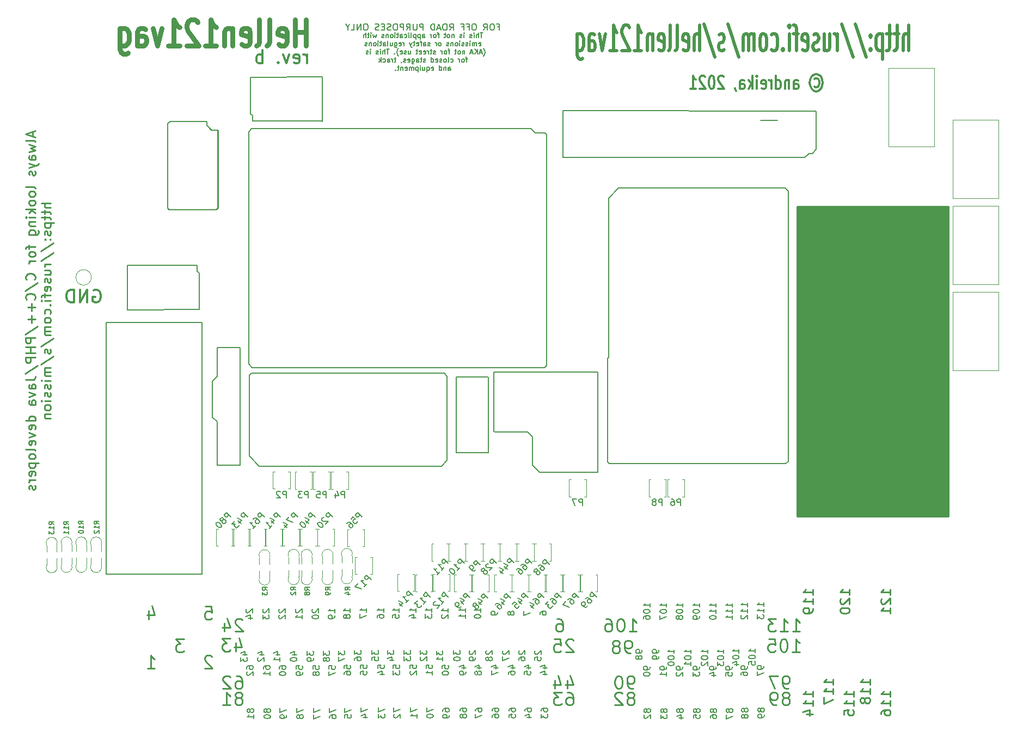
<source format=gbo>
G75*
G70*
%OFA0B0*%
%FSLAX25Y25*%
%IPPOS*%
%LPD*%
%AMOC8*
5,1,8,0,0,1.08239X$1,22.5*
%
%ADD10C,0.01969*%
%ADD119C,0.02953*%
%ADD137C,0.01500*%
%ADD154C,0.00390*%
%ADD171C,0.00472*%
%ADD180C,0.00500*%
%ADD232C,0.00591*%
%ADD243C,0.00984*%
%ADD56C,0.01200*%
%ADD65C,0.01181*%
%ADD66C,0.00787*%
X0000000Y0000000D02*
%LPD*%
G01*
D137*
X0490945Y0330709D02*
X0583071Y0330709D01*
X0583071Y0330709D02*
X0583071Y0141732D01*
X0583071Y0141732D02*
X0490945Y0141732D01*
X0490945Y0141732D02*
X0490945Y0330709D01*
G36*
X0490945Y0330709D02*
G01*
X0583071Y0330709D01*
X0583071Y0141732D01*
X0490945Y0141732D01*
X0490945Y0330709D01*
G37*
D243*
X0500250Y0093484D02*
X0500250Y0096859D01*
X0500250Y0095172D02*
X0494345Y0095172D01*
X0495188Y0095734D01*
X0495751Y0096296D01*
X0496032Y0096859D01*
X0500250Y0087860D02*
X0500250Y0091235D01*
X0500250Y0089547D02*
X0494345Y0089547D01*
X0495188Y0090110D01*
X0495751Y0090672D01*
X0496032Y0091235D01*
X0500250Y0085048D02*
X0500250Y0083923D01*
X0499969Y0083361D01*
X0499688Y0083079D01*
X0498844Y0082517D01*
X0497719Y0082236D01*
X0495470Y0082236D01*
X0494907Y0082517D01*
X0494626Y0082798D01*
X0494345Y0083361D01*
X0494345Y0084485D01*
X0494626Y0085048D01*
X0494907Y0085329D01*
X0495470Y0085610D01*
X0496876Y0085610D01*
X0497438Y0085329D01*
X0497719Y0085048D01*
X0498001Y0084485D01*
X0498001Y0083361D01*
X0497719Y0082798D01*
X0497438Y0082517D01*
X0496876Y0082236D01*
X0547750Y0093484D02*
X0547750Y0096859D01*
X0547750Y0095172D02*
X0541845Y0095172D01*
X0542688Y0095734D01*
X0543251Y0096296D01*
X0543532Y0096859D01*
X0542407Y0091235D02*
X0542126Y0090953D01*
X0541845Y0090391D01*
X0541845Y0088985D01*
X0542126Y0088422D01*
X0542407Y0088141D01*
X0542970Y0087860D01*
X0543532Y0087860D01*
X0544376Y0088141D01*
X0547750Y0091516D01*
X0547750Y0087860D01*
X0547750Y0082236D02*
X0547750Y0085610D01*
X0547750Y0083923D02*
X0541845Y0083923D01*
X0542688Y0084485D01*
X0543251Y0085048D01*
X0543532Y0085610D01*
X0547750Y0030984D02*
X0547750Y0034359D01*
X0547750Y0032672D02*
X0541845Y0032672D01*
X0542688Y0033234D01*
X0543251Y0033796D01*
X0543532Y0034359D01*
X0547750Y0025360D02*
X0547750Y0028735D01*
X0547750Y0027047D02*
X0541845Y0027047D01*
X0542688Y0027610D01*
X0543251Y0028172D01*
X0543532Y0028735D01*
X0541845Y0020298D02*
X0541845Y0021423D01*
X0542126Y0021985D01*
X0542407Y0022267D01*
X0543251Y0022829D01*
X0544376Y0023110D01*
X0546625Y0023110D01*
X0547188Y0022829D01*
X0547469Y0022548D01*
X0547750Y0021985D01*
X0547750Y0020861D01*
X0547469Y0020298D01*
X0547188Y0020017D01*
X0546625Y0019736D01*
X0545219Y0019736D01*
X0544657Y0020017D01*
X0544376Y0020298D01*
X0544094Y0020861D01*
X0544094Y0021985D01*
X0544376Y0022548D01*
X0544657Y0022829D01*
X0545219Y0023110D01*
X0525250Y0030984D02*
X0525250Y0034359D01*
X0525250Y0032672D02*
X0519345Y0032672D01*
X0520188Y0033234D01*
X0520751Y0033796D01*
X0521032Y0034359D01*
X0525250Y0025360D02*
X0525250Y0028735D01*
X0525250Y0027047D02*
X0519345Y0027047D01*
X0520188Y0027610D01*
X0520751Y0028172D01*
X0521032Y0028735D01*
X0519345Y0020017D02*
X0519345Y0022829D01*
X0522157Y0023110D01*
X0521876Y0022829D01*
X0521594Y0022267D01*
X0521594Y0020861D01*
X0521876Y0020298D01*
X0522157Y0020017D01*
X0522719Y0019736D01*
X0524125Y0019736D01*
X0524688Y0020017D01*
X0524969Y0020298D01*
X0525250Y0020861D01*
X0525250Y0022267D01*
X0524969Y0022829D01*
X0524688Y0023110D01*
X0535250Y0038484D02*
X0535250Y0041859D01*
X0535250Y0040172D02*
X0529345Y0040172D01*
X0530188Y0040734D01*
X0530751Y0041296D01*
X0531032Y0041859D01*
X0535250Y0032860D02*
X0535250Y0036235D01*
X0535250Y0034547D02*
X0529345Y0034547D01*
X0530188Y0035110D01*
X0530751Y0035672D01*
X0531032Y0036235D01*
X0531876Y0029485D02*
X0531594Y0030048D01*
X0531313Y0030329D01*
X0530751Y0030610D01*
X0530470Y0030610D01*
X0529907Y0030329D01*
X0529626Y0030048D01*
X0529345Y0029485D01*
X0529345Y0028361D01*
X0529626Y0027798D01*
X0529907Y0027517D01*
X0530470Y0027236D01*
X0530751Y0027236D01*
X0531313Y0027517D01*
X0531594Y0027798D01*
X0531876Y0028361D01*
X0531876Y0029485D01*
X0532157Y0030048D01*
X0532438Y0030329D01*
X0533001Y0030610D01*
X0534125Y0030610D01*
X0534688Y0030329D01*
X0534969Y0030048D01*
X0535250Y0029485D01*
X0535250Y0028361D01*
X0534969Y0027798D01*
X0534688Y0027517D01*
X0534125Y0027236D01*
X0533001Y0027236D01*
X0532438Y0027517D01*
X0532157Y0027798D01*
X0531876Y0028361D01*
X0522750Y0093484D02*
X0522750Y0096859D01*
X0522750Y0095172D02*
X0516845Y0095172D01*
X0517688Y0095734D01*
X0518251Y0096296D01*
X0518532Y0096859D01*
X0517407Y0091235D02*
X0517126Y0090953D01*
X0516845Y0090391D01*
X0516845Y0088985D01*
X0517126Y0088422D01*
X0517407Y0088141D01*
X0517970Y0087860D01*
X0518532Y0087860D01*
X0519376Y0088141D01*
X0522750Y0091516D01*
X0522750Y0087860D01*
X0516845Y0084204D02*
X0516845Y0083642D01*
X0517126Y0083079D01*
X0517407Y0082798D01*
X0517970Y0082517D01*
X0519094Y0082236D01*
X0520501Y0082236D01*
X0521625Y0082517D01*
X0522188Y0082798D01*
X0522469Y0083079D01*
X0522750Y0083642D01*
X0522750Y0084204D01*
X0522469Y0084767D01*
X0522188Y0085048D01*
X0521625Y0085329D01*
X0520501Y0085610D01*
X0519094Y0085610D01*
X0517970Y0085329D01*
X0517407Y0085048D01*
X0517126Y0084767D01*
X0516845Y0084204D01*
X0512750Y0038484D02*
X0512750Y0041859D01*
X0512750Y0040172D02*
X0506845Y0040172D01*
X0507688Y0040734D01*
X0508251Y0041296D01*
X0508532Y0041859D01*
X0512750Y0032860D02*
X0512750Y0036235D01*
X0512750Y0034547D02*
X0506845Y0034547D01*
X0507688Y0035110D01*
X0508251Y0035672D01*
X0508532Y0036235D01*
X0506845Y0030891D02*
X0506845Y0026954D01*
X0512750Y0029485D01*
X0500250Y0030984D02*
X0500250Y0034359D01*
X0500250Y0032672D02*
X0494345Y0032672D01*
X0495188Y0033234D01*
X0495751Y0033796D01*
X0496032Y0034359D01*
X0500250Y0025360D02*
X0500250Y0028735D01*
X0500250Y0027047D02*
X0494345Y0027047D01*
X0495188Y0027610D01*
X0495751Y0028172D01*
X0496032Y0028735D01*
X0496313Y0020298D02*
X0500250Y0020298D01*
X0494064Y0021704D02*
X0498282Y0023110D01*
X0498282Y0019454D01*
X0484578Y0030485D02*
X0485328Y0030860D01*
X0485703Y0031235D01*
X0486078Y0031984D01*
X0486078Y0032359D01*
X0485703Y0033109D01*
X0485328Y0033484D01*
X0484578Y0033859D01*
X0483078Y0033859D01*
X0482328Y0033484D01*
X0481954Y0033109D01*
X0481579Y0032359D01*
X0481579Y0031984D01*
X0481954Y0031235D01*
X0482328Y0030860D01*
X0483078Y0030485D01*
X0484578Y0030485D01*
X0485328Y0030110D01*
X0485703Y0029735D01*
X0486078Y0028985D01*
X0486078Y0027485D01*
X0485703Y0026735D01*
X0485328Y0026360D01*
X0484578Y0025985D01*
X0483078Y0025985D01*
X0482328Y0026360D01*
X0481954Y0026735D01*
X0481579Y0027485D01*
X0481579Y0028985D01*
X0481954Y0029735D01*
X0482328Y0030110D01*
X0483078Y0030485D01*
X0477829Y0025985D02*
X0476329Y0025985D01*
X0475579Y0026360D01*
X0475204Y0026735D01*
X0474454Y0027860D01*
X0474079Y0029360D01*
X0474079Y0032359D01*
X0474454Y0033109D01*
X0474829Y0033484D01*
X0475579Y0033859D01*
X0477079Y0033859D01*
X0477829Y0033484D01*
X0478204Y0033109D01*
X0478579Y0032359D01*
X0478579Y0030485D01*
X0478204Y0029735D01*
X0477829Y0029360D01*
X0477079Y0028985D01*
X0475579Y0028985D01*
X0474829Y0029360D01*
X0474454Y0029735D01*
X0474079Y0030485D01*
X0485328Y0035985D02*
X0483828Y0035985D01*
X0483078Y0036360D01*
X0482703Y0036735D01*
X0481954Y0037860D01*
X0481579Y0039360D01*
X0481579Y0042359D01*
X0481954Y0043109D01*
X0482328Y0043484D01*
X0483078Y0043859D01*
X0484578Y0043859D01*
X0485328Y0043484D01*
X0485703Y0043109D01*
X0486078Y0042359D01*
X0486078Y0040485D01*
X0485703Y0039735D01*
X0485328Y0039360D01*
X0484578Y0038985D01*
X0483078Y0038985D01*
X0482328Y0039360D01*
X0481954Y0039735D01*
X0481579Y0040485D01*
X0478954Y0043859D02*
X0473705Y0043859D01*
X0477079Y0035985D01*
X0487730Y0058544D02*
X0492229Y0058544D01*
X0489979Y0058544D02*
X0489979Y0066418D01*
X0490729Y0065293D01*
X0491479Y0064543D01*
X0492229Y0064169D01*
X0482855Y0066418D02*
X0482105Y0066418D01*
X0481355Y0066043D01*
X0480981Y0065668D01*
X0480606Y0064918D01*
X0480231Y0063419D01*
X0480231Y0061544D01*
X0480606Y0060044D01*
X0480981Y0059294D01*
X0481355Y0058919D01*
X0482105Y0058544D01*
X0482855Y0058544D01*
X0483605Y0058919D01*
X0483980Y0059294D01*
X0484355Y0060044D01*
X0484730Y0061544D01*
X0484730Y0063419D01*
X0484355Y0064918D01*
X0483980Y0065668D01*
X0483605Y0066043D01*
X0482855Y0066418D01*
X0473106Y0066418D02*
X0476856Y0066418D01*
X0477231Y0062669D01*
X0476856Y0063044D01*
X0476106Y0063419D01*
X0474231Y0063419D01*
X0473481Y0063044D01*
X0473106Y0062669D01*
X0472732Y0061919D01*
X0472732Y0060044D01*
X0473106Y0059294D01*
X0473481Y0058919D01*
X0474231Y0058544D01*
X0476106Y0058544D01*
X0476856Y0058919D01*
X0477231Y0059294D01*
X0487828Y0070985D02*
X0492328Y0070985D01*
X0490078Y0070985D02*
X0490078Y0078859D01*
X0490828Y0077734D01*
X0491578Y0076984D01*
X0492328Y0076609D01*
X0480329Y0070985D02*
X0484828Y0070985D01*
X0482579Y0070985D02*
X0482579Y0078859D01*
X0483329Y0077734D01*
X0484079Y0076984D01*
X0484828Y0076609D01*
X0477704Y0078859D02*
X0472830Y0078859D01*
X0475455Y0075860D01*
X0474330Y0075860D01*
X0473580Y0075485D01*
X0473205Y0075110D01*
X0472830Y0074360D01*
X0472830Y0072485D01*
X0473205Y0071735D01*
X0473580Y0071360D01*
X0474330Y0070985D01*
X0476579Y0070985D01*
X0477329Y0071360D01*
X0477704Y0071735D01*
X0389578Y0030485D02*
X0390328Y0030860D01*
X0390703Y0031235D01*
X0391078Y0031984D01*
X0391078Y0032359D01*
X0390703Y0033109D01*
X0390328Y0033484D01*
X0389578Y0033859D01*
X0388078Y0033859D01*
X0387328Y0033484D01*
X0386954Y0033109D01*
X0386579Y0032359D01*
X0386579Y0031984D01*
X0386954Y0031235D01*
X0387328Y0030860D01*
X0388078Y0030485D01*
X0389578Y0030485D01*
X0390328Y0030110D01*
X0390703Y0029735D01*
X0391078Y0028985D01*
X0391078Y0027485D01*
X0390703Y0026735D01*
X0390328Y0026360D01*
X0389578Y0025985D01*
X0388078Y0025985D01*
X0387328Y0026360D01*
X0386954Y0026735D01*
X0386579Y0027485D01*
X0386579Y0028985D01*
X0386954Y0029735D01*
X0387328Y0030110D01*
X0388078Y0030485D01*
X0383579Y0033109D02*
X0383204Y0033484D01*
X0382454Y0033859D01*
X0380579Y0033859D01*
X0379829Y0033484D01*
X0379454Y0033109D01*
X0379079Y0032359D01*
X0379079Y0031609D01*
X0379454Y0030485D01*
X0383954Y0025985D01*
X0379079Y0025985D01*
X0390328Y0035985D02*
X0388828Y0035985D01*
X0388078Y0036360D01*
X0387703Y0036735D01*
X0386954Y0037860D01*
X0386579Y0039360D01*
X0386579Y0042359D01*
X0386954Y0043109D01*
X0387328Y0043484D01*
X0388078Y0043859D01*
X0389578Y0043859D01*
X0390328Y0043484D01*
X0390703Y0043109D01*
X0391078Y0042359D01*
X0391078Y0040485D01*
X0390703Y0039735D01*
X0390328Y0039360D01*
X0389578Y0038985D01*
X0388078Y0038985D01*
X0387328Y0039360D01*
X0386954Y0039735D01*
X0386579Y0040485D01*
X0381704Y0043859D02*
X0380954Y0043859D01*
X0380204Y0043484D01*
X0379829Y0043109D01*
X0379454Y0042359D01*
X0379079Y0040860D01*
X0379079Y0038985D01*
X0379454Y0037485D01*
X0379829Y0036735D01*
X0380204Y0036360D01*
X0380954Y0035985D01*
X0381704Y0035985D01*
X0382454Y0036360D01*
X0382829Y0036735D01*
X0383204Y0037485D01*
X0383579Y0038985D01*
X0383579Y0040860D01*
X0383204Y0042359D01*
X0382829Y0043109D01*
X0382454Y0043484D01*
X0381704Y0043859D01*
X0388753Y0057698D02*
X0387253Y0057698D01*
X0386504Y0058073D01*
X0386129Y0058448D01*
X0385379Y0059573D01*
X0385004Y0061072D01*
X0385004Y0064072D01*
X0385379Y0064822D01*
X0385754Y0065197D01*
X0386504Y0065572D01*
X0388003Y0065572D01*
X0388753Y0065197D01*
X0389128Y0064822D01*
X0389503Y0064072D01*
X0389503Y0062197D01*
X0389128Y0061447D01*
X0388753Y0061072D01*
X0388003Y0060697D01*
X0386504Y0060697D01*
X0385754Y0061072D01*
X0385379Y0061447D01*
X0385004Y0062197D01*
X0380504Y0062197D02*
X0381254Y0062572D01*
X0381629Y0062947D01*
X0382004Y0063697D01*
X0382004Y0064072D01*
X0381629Y0064822D01*
X0381254Y0065197D01*
X0380504Y0065572D01*
X0379004Y0065572D01*
X0378255Y0065197D01*
X0377880Y0064822D01*
X0377505Y0064072D01*
X0377505Y0063697D01*
X0377880Y0062947D01*
X0378255Y0062572D01*
X0379004Y0062197D01*
X0380504Y0062197D01*
X0381254Y0061822D01*
X0381629Y0061447D01*
X0382004Y0060697D01*
X0382004Y0059198D01*
X0381629Y0058448D01*
X0381254Y0058073D01*
X0380504Y0057698D01*
X0379004Y0057698D01*
X0378255Y0058073D01*
X0377880Y0058448D01*
X0377505Y0059198D01*
X0377505Y0060697D01*
X0377880Y0061447D01*
X0378255Y0061822D01*
X0379004Y0062197D01*
X0387828Y0070985D02*
X0392328Y0070985D01*
X0390078Y0070985D02*
X0390078Y0078859D01*
X0390828Y0077734D01*
X0391578Y0076984D01*
X0392328Y0076609D01*
X0382954Y0078859D02*
X0382204Y0078859D01*
X0381454Y0078484D01*
X0381079Y0078109D01*
X0380704Y0077359D01*
X0380329Y0075860D01*
X0380329Y0073985D01*
X0380704Y0072485D01*
X0381079Y0071735D01*
X0381454Y0071360D01*
X0382204Y0070985D01*
X0382954Y0070985D01*
X0383704Y0071360D01*
X0384079Y0071735D01*
X0384454Y0072485D01*
X0384828Y0073985D01*
X0384828Y0075860D01*
X0384454Y0077359D01*
X0384079Y0078109D01*
X0383704Y0078484D01*
X0382954Y0078859D01*
X0373580Y0078859D02*
X0375080Y0078859D01*
X0375830Y0078484D01*
X0376205Y0078109D01*
X0376954Y0076984D01*
X0377329Y0075485D01*
X0377329Y0072485D01*
X0376954Y0071735D01*
X0376579Y0071360D01*
X0375830Y0070985D01*
X0374330Y0070985D01*
X0373580Y0071360D01*
X0373205Y0071735D01*
X0372830Y0072485D01*
X0372830Y0074360D01*
X0373205Y0075110D01*
X0373580Y0075485D01*
X0374330Y0075860D01*
X0375830Y0075860D01*
X0376579Y0075485D01*
X0376954Y0075110D01*
X0377329Y0074360D01*
X0349828Y0033859D02*
X0351328Y0033859D01*
X0352078Y0033484D01*
X0352453Y0033109D01*
X0353203Y0031984D01*
X0353578Y0030485D01*
X0353578Y0027485D01*
X0353203Y0026735D01*
X0352828Y0026360D01*
X0352078Y0025985D01*
X0350578Y0025985D01*
X0349828Y0026360D01*
X0349454Y0026735D01*
X0349079Y0027485D01*
X0349079Y0029360D01*
X0349454Y0030110D01*
X0349828Y0030485D01*
X0350578Y0030860D01*
X0352078Y0030860D01*
X0352828Y0030485D01*
X0353203Y0030110D01*
X0353578Y0029360D01*
X0346454Y0033859D02*
X0341579Y0033859D01*
X0344204Y0030860D01*
X0343079Y0030860D01*
X0342329Y0030485D01*
X0341954Y0030110D01*
X0341579Y0029360D01*
X0341579Y0027485D01*
X0341954Y0026735D01*
X0342329Y0026360D01*
X0343079Y0025985D01*
X0345329Y0025985D01*
X0346079Y0026360D01*
X0346454Y0026735D01*
X0349828Y0041235D02*
X0349828Y0035985D01*
X0351703Y0044234D02*
X0353578Y0038610D01*
X0348704Y0038610D01*
X0342329Y0041235D02*
X0342329Y0035985D01*
X0344204Y0044234D02*
X0346079Y0038610D01*
X0341205Y0038610D01*
X0353578Y0065609D02*
X0353203Y0065984D01*
X0352453Y0066359D01*
X0350578Y0066359D01*
X0349828Y0065984D01*
X0349454Y0065609D01*
X0349079Y0064859D01*
X0349079Y0064109D01*
X0349454Y0062985D01*
X0353953Y0058485D01*
X0349079Y0058485D01*
X0341954Y0066359D02*
X0345704Y0066359D01*
X0346079Y0062610D01*
X0345704Y0062985D01*
X0344954Y0063360D01*
X0343079Y0063360D01*
X0342329Y0062985D01*
X0341954Y0062610D01*
X0341579Y0061860D01*
X0341579Y0059985D01*
X0341954Y0059235D01*
X0342329Y0058860D01*
X0343079Y0058485D01*
X0344954Y0058485D01*
X0345704Y0058860D01*
X0346079Y0059235D01*
X0343579Y0078859D02*
X0345079Y0078859D01*
X0345829Y0078484D01*
X0346204Y0078109D01*
X0346954Y0076984D01*
X0347328Y0075485D01*
X0347328Y0072485D01*
X0346954Y0071735D01*
X0346579Y0071360D01*
X0345829Y0070985D01*
X0344329Y0070985D01*
X0343579Y0071360D01*
X0343204Y0071735D01*
X0342829Y0072485D01*
X0342829Y0074360D01*
X0343204Y0075110D01*
X0343579Y0075485D01*
X0344329Y0075860D01*
X0345829Y0075860D01*
X0346579Y0075485D01*
X0346954Y0075110D01*
X0347328Y0074360D01*
X0128204Y0086359D02*
X0131954Y0086359D01*
X0132328Y0082610D01*
X0131954Y0082985D01*
X0131204Y0083360D01*
X0129329Y0083360D01*
X0128579Y0082985D01*
X0128204Y0082610D01*
X0127829Y0081860D01*
X0127829Y0079985D01*
X0128204Y0079235D01*
X0128579Y0078860D01*
X0129329Y0078485D01*
X0131204Y0078485D01*
X0131954Y0078860D01*
X0132328Y0079235D01*
X0093579Y0083735D02*
X0093579Y0078485D01*
X0095454Y0086734D02*
X0097328Y0081110D01*
X0092454Y0081110D01*
X0115203Y0066359D02*
X0110329Y0066359D01*
X0112954Y0063360D01*
X0111829Y0063360D01*
X0111079Y0062985D01*
X0110704Y0062610D01*
X0110329Y0061860D01*
X0110329Y0059985D01*
X0110704Y0059235D01*
X0111079Y0058860D01*
X0111829Y0058485D01*
X0114079Y0058485D01*
X0114828Y0058860D01*
X0115203Y0059235D01*
X0132328Y0055609D02*
X0131954Y0055984D01*
X0131204Y0056359D01*
X0129329Y0056359D01*
X0128579Y0055984D01*
X0128204Y0055609D01*
X0127829Y0054859D01*
X0127829Y0054109D01*
X0128204Y0052985D01*
X0132703Y0048485D01*
X0127829Y0048485D01*
X0092829Y0048485D02*
X0097328Y0048485D01*
X0095079Y0048485D02*
X0095079Y0056359D01*
X0095829Y0055234D01*
X0096579Y0054484D01*
X0097328Y0054109D01*
X0149578Y0030485D02*
X0150328Y0030860D01*
X0150703Y0031235D01*
X0151078Y0031984D01*
X0151078Y0032359D01*
X0150703Y0033109D01*
X0150328Y0033484D01*
X0149578Y0033859D01*
X0148078Y0033859D01*
X0147328Y0033484D01*
X0146954Y0033109D01*
X0146579Y0032359D01*
X0146579Y0031984D01*
X0146954Y0031235D01*
X0147328Y0030860D01*
X0148078Y0030485D01*
X0149578Y0030485D01*
X0150328Y0030110D01*
X0150703Y0029735D01*
X0151078Y0028985D01*
X0151078Y0027485D01*
X0150703Y0026735D01*
X0150328Y0026360D01*
X0149578Y0025985D01*
X0148078Y0025985D01*
X0147328Y0026360D01*
X0146954Y0026735D01*
X0146579Y0027485D01*
X0146579Y0028985D01*
X0146954Y0029735D01*
X0147328Y0030110D01*
X0148078Y0030485D01*
X0139079Y0025985D02*
X0143579Y0025985D01*
X0141329Y0025985D02*
X0141329Y0033859D01*
X0142079Y0032734D01*
X0142829Y0031984D01*
X0143579Y0031609D01*
X0147328Y0043859D02*
X0148828Y0043859D01*
X0149578Y0043484D01*
X0149953Y0043109D01*
X0150703Y0041984D01*
X0151078Y0040485D01*
X0151078Y0037485D01*
X0150703Y0036735D01*
X0150328Y0036360D01*
X0149578Y0035985D01*
X0148078Y0035985D01*
X0147328Y0036360D01*
X0146954Y0036735D01*
X0146579Y0037485D01*
X0146579Y0039360D01*
X0146954Y0040110D01*
X0147328Y0040485D01*
X0148078Y0040860D01*
X0149578Y0040860D01*
X0150328Y0040485D01*
X0150703Y0040110D01*
X0151078Y0039360D01*
X0143579Y0043109D02*
X0143204Y0043484D01*
X0142454Y0043859D01*
X0140579Y0043859D01*
X0139829Y0043484D01*
X0139454Y0043109D01*
X0139079Y0042359D01*
X0139079Y0041609D01*
X0139454Y0040485D01*
X0143954Y0035985D01*
X0139079Y0035985D01*
X0146982Y0064203D02*
X0146982Y0058954D01*
X0148857Y0067203D02*
X0150732Y0061578D01*
X0145857Y0061578D01*
X0143607Y0066828D02*
X0138733Y0066828D01*
X0141358Y0063828D01*
X0140233Y0063828D01*
X0139483Y0063453D01*
X0139108Y0063078D01*
X0138733Y0062328D01*
X0138733Y0060454D01*
X0139108Y0059704D01*
X0139483Y0059329D01*
X0140233Y0058954D01*
X0142483Y0058954D01*
X0143232Y0059329D01*
X0143607Y0059704D01*
X0151078Y0078109D02*
X0150703Y0078484D01*
X0149953Y0078859D01*
X0148078Y0078859D01*
X0147328Y0078484D01*
X0146954Y0078109D01*
X0146579Y0077359D01*
X0146579Y0076609D01*
X0146954Y0075485D01*
X0151453Y0070985D01*
X0146579Y0070985D01*
X0139829Y0076235D02*
X0139829Y0070985D01*
X0141704Y0079234D02*
X0143579Y0073610D01*
X0138705Y0073610D01*
D66*
X0209773Y0059250D02*
X0209773Y0056813D01*
X0211273Y0058125D01*
X0211273Y0057563D01*
X0211460Y0057188D01*
X0211648Y0057000D01*
X0212023Y0056813D01*
X0212960Y0056813D01*
X0213335Y0057000D01*
X0213523Y0057188D01*
X0213710Y0057563D01*
X0213710Y0058688D01*
X0213523Y0059063D01*
X0213335Y0059250D01*
X0209773Y0055501D02*
X0209773Y0052876D01*
X0213710Y0054563D01*
X0207537Y0082557D02*
X0207537Y0084807D01*
X0207537Y0083682D02*
X0203600Y0083682D01*
X0204162Y0084057D01*
X0204537Y0084432D01*
X0204725Y0084807D01*
X0207537Y0080682D02*
X0207537Y0079932D01*
X0207349Y0079557D01*
X0207162Y0079370D01*
X0206600Y0078995D01*
X0205850Y0078807D01*
X0204350Y0078807D01*
X0203975Y0078995D01*
X0203787Y0079182D01*
X0203600Y0079557D01*
X0203600Y0080307D01*
X0203787Y0080682D01*
X0203975Y0080870D01*
X0204350Y0081057D01*
X0205287Y0081057D01*
X0205662Y0080870D01*
X0205850Y0080682D01*
X0206037Y0080307D01*
X0206037Y0079557D01*
X0205850Y0079182D01*
X0205662Y0078995D01*
X0205287Y0078807D01*
X0455049Y0057900D02*
X0455049Y0060150D01*
X0455049Y0059025D02*
X0451112Y0059025D01*
X0451674Y0059400D01*
X0452049Y0059775D01*
X0452237Y0060150D01*
X0451112Y0055463D02*
X0451112Y0055088D01*
X0451299Y0054713D01*
X0451487Y0054526D01*
X0451862Y0054338D01*
X0452612Y0054151D01*
X0453549Y0054151D01*
X0454299Y0054338D01*
X0454674Y0054526D01*
X0454861Y0054713D01*
X0455049Y0055088D01*
X0455049Y0055463D01*
X0454861Y0055838D01*
X0454674Y0056026D01*
X0454299Y0056213D01*
X0453549Y0056400D01*
X0452612Y0056400D01*
X0451862Y0056213D01*
X0451487Y0056026D01*
X0451299Y0055838D01*
X0451112Y0055463D01*
X0452424Y0050776D02*
X0455049Y0050776D01*
X0450924Y0051714D02*
X0453736Y0052651D01*
X0453736Y0050214D01*
X0171448Y0056948D02*
X0174072Y0056948D01*
X0169948Y0057885D02*
X0172760Y0058822D01*
X0172760Y0056385D01*
X0174072Y0052823D02*
X0174072Y0055073D01*
X0174072Y0053948D02*
X0170135Y0053948D01*
X0170698Y0054323D01*
X0171073Y0054698D01*
X0171260Y0055073D01*
X0420529Y0086007D02*
X0420529Y0088256D01*
X0420529Y0087131D02*
X0416592Y0087131D01*
X0417154Y0087506D01*
X0417529Y0087881D01*
X0417717Y0088256D01*
X0416592Y0083569D02*
X0416592Y0083194D01*
X0416780Y0082819D01*
X0416967Y0082632D01*
X0417342Y0082445D01*
X0418092Y0082257D01*
X0419029Y0082257D01*
X0419779Y0082445D01*
X0420154Y0082632D01*
X0420342Y0082819D01*
X0420529Y0083194D01*
X0420529Y0083569D01*
X0420342Y0083944D01*
X0420154Y0084132D01*
X0419779Y0084319D01*
X0419029Y0084507D01*
X0418092Y0084507D01*
X0417342Y0084319D01*
X0416967Y0084132D01*
X0416780Y0083944D01*
X0416592Y0083569D01*
X0418279Y0080007D02*
X0418092Y0080382D01*
X0417904Y0080570D01*
X0417529Y0080757D01*
X0417342Y0080757D01*
X0416967Y0080570D01*
X0416780Y0080382D01*
X0416592Y0080007D01*
X0416592Y0079257D01*
X0416780Y0078882D01*
X0416967Y0078695D01*
X0417342Y0078508D01*
X0417529Y0078508D01*
X0417904Y0078695D01*
X0418092Y0078882D01*
X0418279Y0079257D01*
X0418279Y0080007D01*
X0418467Y0080382D01*
X0418654Y0080570D01*
X0419029Y0080757D01*
X0419779Y0080757D01*
X0420154Y0080570D01*
X0420342Y0080382D01*
X0420529Y0080007D01*
X0420529Y0079257D01*
X0420342Y0078882D01*
X0420154Y0078695D01*
X0419779Y0078508D01*
X0419029Y0078508D01*
X0418654Y0078695D01*
X0418467Y0078882D01*
X0418279Y0079257D01*
D65*
X0190570Y0418780D02*
X0190570Y0424030D01*
X0190570Y0422530D02*
X0190195Y0423280D01*
X0189820Y0423655D01*
X0189070Y0424030D01*
X0188320Y0424030D01*
X0182696Y0419155D02*
X0183446Y0418780D01*
X0184946Y0418780D01*
X0185696Y0419155D01*
X0186070Y0419905D01*
X0186070Y0422905D01*
X0185696Y0423655D01*
X0184946Y0424030D01*
X0183446Y0424030D01*
X0182696Y0423655D01*
X0182321Y0422905D01*
X0182321Y0422155D01*
X0186070Y0421405D01*
X0179696Y0424030D02*
X0177822Y0418780D01*
X0175947Y0424030D01*
X0172947Y0419530D02*
X0172572Y0419155D01*
X0172947Y0418780D01*
X0173322Y0419155D01*
X0172947Y0419530D01*
X0172947Y0418780D01*
X0163198Y0418780D02*
X0163198Y0426654D01*
X0163198Y0423655D02*
X0162448Y0424030D01*
X0160949Y0424030D01*
X0160199Y0423655D01*
X0159824Y0423280D01*
X0159449Y0422530D01*
X0159449Y0420280D01*
X0159824Y0419530D01*
X0160199Y0419155D01*
X0160949Y0418780D01*
X0162448Y0418780D01*
X0163198Y0419155D01*
D66*
X0458311Y0023273D02*
X0458123Y0023648D01*
X0457936Y0023836D01*
X0457561Y0024023D01*
X0457373Y0024023D01*
X0456999Y0023836D01*
X0456811Y0023648D01*
X0456624Y0023273D01*
X0456624Y0022523D01*
X0456811Y0022148D01*
X0456999Y0021961D01*
X0457373Y0021774D01*
X0457561Y0021774D01*
X0457936Y0021961D01*
X0458123Y0022148D01*
X0458311Y0022523D01*
X0458311Y0023273D01*
X0458498Y0023648D01*
X0458686Y0023836D01*
X0459061Y0024023D01*
X0459811Y0024023D01*
X0460186Y0023836D01*
X0460373Y0023648D01*
X0460561Y0023273D01*
X0460561Y0022523D01*
X0460373Y0022148D01*
X0460186Y0021961D01*
X0459811Y0021774D01*
X0459061Y0021774D01*
X0458686Y0021961D01*
X0458498Y0022148D01*
X0458311Y0022523D01*
X0458311Y0019524D02*
X0458123Y0019899D01*
X0457936Y0020086D01*
X0457561Y0020274D01*
X0457373Y0020274D01*
X0456999Y0020086D01*
X0456811Y0019899D01*
X0456624Y0019524D01*
X0456624Y0018774D01*
X0456811Y0018399D01*
X0456999Y0018211D01*
X0457373Y0018024D01*
X0457561Y0018024D01*
X0457936Y0018211D01*
X0458123Y0018399D01*
X0458311Y0018774D01*
X0458311Y0019524D01*
X0458498Y0019899D01*
X0458686Y0020086D01*
X0459061Y0020274D01*
X0459811Y0020274D01*
X0460186Y0020086D01*
X0460373Y0019899D01*
X0460561Y0019524D01*
X0460561Y0018774D01*
X0460373Y0018399D01*
X0460186Y0018211D01*
X0459811Y0018024D01*
X0459061Y0018024D01*
X0458686Y0018211D01*
X0458498Y0018399D01*
X0458311Y0018774D01*
X0173660Y0084807D02*
X0173472Y0084619D01*
X0173285Y0084244D01*
X0173285Y0083307D01*
X0173472Y0082932D01*
X0173660Y0082744D01*
X0174035Y0082557D01*
X0174410Y0082557D01*
X0174972Y0082744D01*
X0177222Y0084994D01*
X0177222Y0082557D01*
X0173660Y0081057D02*
X0173472Y0080870D01*
X0173285Y0080495D01*
X0173285Y0079557D01*
X0173472Y0079182D01*
X0173660Y0078995D01*
X0174035Y0078807D01*
X0174410Y0078807D01*
X0174972Y0078995D01*
X0177222Y0081245D01*
X0177222Y0078807D01*
X0233915Y0048493D02*
X0233915Y0050367D01*
X0235790Y0050555D01*
X0235602Y0050367D01*
X0235415Y0049992D01*
X0235415Y0049055D01*
X0235602Y0048680D01*
X0235790Y0048493D01*
X0236165Y0048305D01*
X0237102Y0048305D01*
X0237477Y0048493D01*
X0237664Y0048680D01*
X0237852Y0049055D01*
X0237852Y0049992D01*
X0237664Y0050367D01*
X0237477Y0050555D01*
X0235227Y0044930D02*
X0237852Y0044930D01*
X0233727Y0045868D02*
X0236540Y0046805D01*
X0236540Y0044368D01*
X0400450Y0049392D02*
X0400450Y0048642D01*
X0400263Y0048268D01*
X0400075Y0048080D01*
X0399513Y0047705D01*
X0398763Y0047518D01*
X0397263Y0047518D01*
X0396888Y0047705D01*
X0396701Y0047893D01*
X0396513Y0048268D01*
X0396513Y0049017D01*
X0396701Y0049392D01*
X0396888Y0049580D01*
X0397263Y0049767D01*
X0398201Y0049767D01*
X0398576Y0049580D01*
X0398763Y0049392D01*
X0398951Y0049017D01*
X0398951Y0048268D01*
X0398763Y0047893D01*
X0398576Y0047705D01*
X0398201Y0047518D01*
X0396513Y0045080D02*
X0396513Y0044705D01*
X0396701Y0044331D01*
X0396888Y0044143D01*
X0397263Y0043956D01*
X0398013Y0043768D01*
X0398951Y0043768D01*
X0399700Y0043956D01*
X0400075Y0044143D01*
X0400263Y0044331D01*
X0400450Y0044705D01*
X0400450Y0045080D01*
X0400263Y0045455D01*
X0400075Y0045643D01*
X0399700Y0045830D01*
X0398951Y0046018D01*
X0398013Y0046018D01*
X0397263Y0045830D01*
X0396888Y0045643D01*
X0396701Y0045455D01*
X0396513Y0045080D01*
X0294676Y0048680D02*
X0297301Y0048680D01*
X0293176Y0049617D02*
X0295988Y0050555D01*
X0295988Y0048118D01*
X0295051Y0046055D02*
X0294864Y0046430D01*
X0294676Y0046618D01*
X0294301Y0046805D01*
X0294114Y0046805D01*
X0293739Y0046618D01*
X0293551Y0046430D01*
X0293364Y0046055D01*
X0293364Y0045305D01*
X0293551Y0044930D01*
X0293739Y0044743D01*
X0294114Y0044555D01*
X0294301Y0044555D01*
X0294676Y0044743D01*
X0294864Y0044930D01*
X0295051Y0045305D01*
X0295051Y0046055D01*
X0295238Y0046430D01*
X0295426Y0046618D01*
X0295801Y0046805D01*
X0296551Y0046805D01*
X0296926Y0046618D01*
X0297113Y0046430D01*
X0297301Y0046055D01*
X0297301Y0045305D01*
X0297113Y0044930D01*
X0296926Y0044743D01*
X0296551Y0044555D01*
X0295801Y0044555D01*
X0295426Y0044743D01*
X0295238Y0044930D01*
X0295051Y0045305D01*
X0441001Y0049392D02*
X0441001Y0048642D01*
X0440814Y0048268D01*
X0440627Y0048080D01*
X0440064Y0047705D01*
X0439314Y0047518D01*
X0437814Y0047518D01*
X0437439Y0047705D01*
X0437252Y0047893D01*
X0437064Y0048268D01*
X0437064Y0049017D01*
X0437252Y0049392D01*
X0437439Y0049580D01*
X0437814Y0049767D01*
X0438752Y0049767D01*
X0439127Y0049580D01*
X0439314Y0049392D01*
X0439502Y0049017D01*
X0439502Y0048268D01*
X0439314Y0047893D01*
X0439127Y0047705D01*
X0438752Y0047518D01*
X0438377Y0044143D02*
X0441001Y0044143D01*
X0436877Y0045080D02*
X0439689Y0046018D01*
X0439689Y0043581D01*
D119*
X0190059Y0429588D02*
X0190059Y0445337D01*
X0190059Y0437837D02*
X0183310Y0437837D01*
X0183310Y0429588D02*
X0183310Y0445337D01*
X0173186Y0430338D02*
X0174311Y0429588D01*
X0176561Y0429588D01*
X0177686Y0430338D01*
X0178248Y0431838D01*
X0178248Y0437837D01*
X0177686Y0439337D01*
X0176561Y0440087D01*
X0174311Y0440087D01*
X0173186Y0439337D01*
X0172624Y0437837D01*
X0172624Y0436338D01*
X0178248Y0434838D01*
X0165875Y0429588D02*
X0166999Y0430338D01*
X0167562Y0431838D01*
X0167562Y0445337D01*
X0159688Y0429588D02*
X0160813Y0430338D01*
X0161375Y0431838D01*
X0161375Y0445337D01*
X0150689Y0430338D02*
X0151814Y0429588D01*
X0154064Y0429588D01*
X0155188Y0430338D01*
X0155751Y0431838D01*
X0155751Y0437837D01*
X0155188Y0439337D01*
X0154064Y0440087D01*
X0151814Y0440087D01*
X0150689Y0439337D01*
X0150127Y0437837D01*
X0150127Y0436338D01*
X0155751Y0434838D01*
X0145065Y0440087D02*
X0145065Y0429588D01*
X0145065Y0438587D02*
X0144502Y0439337D01*
X0143377Y0440087D01*
X0141690Y0440087D01*
X0140565Y0439337D01*
X0140003Y0437837D01*
X0140003Y0429588D01*
X0128192Y0429588D02*
X0134941Y0429588D01*
X0131566Y0429588D02*
X0131566Y0445337D01*
X0132691Y0443087D01*
X0133816Y0441587D01*
X0134941Y0440837D01*
X0123692Y0443837D02*
X0123130Y0444587D01*
X0122005Y0445337D01*
X0119193Y0445337D01*
X0118068Y0444587D01*
X0117506Y0443837D01*
X0116943Y0442337D01*
X0116943Y0440837D01*
X0117506Y0438587D01*
X0124255Y0429588D01*
X0116943Y0429588D01*
X0105695Y0429588D02*
X0112444Y0429588D01*
X0109069Y0429588D02*
X0109069Y0445337D01*
X0110194Y0443087D01*
X0111319Y0441587D01*
X0112444Y0440837D01*
X0101758Y0440087D02*
X0098945Y0429588D01*
X0096133Y0440087D01*
X0086572Y0429588D02*
X0086572Y0437837D01*
X0087134Y0439337D01*
X0088259Y0440087D01*
X0090509Y0440087D01*
X0091634Y0439337D01*
X0086572Y0430338D02*
X0087697Y0429588D01*
X0090509Y0429588D01*
X0091634Y0430338D01*
X0092196Y0431838D01*
X0092196Y0433338D01*
X0091634Y0434838D01*
X0090509Y0435588D01*
X0087697Y0435588D01*
X0086572Y0436338D01*
X0075886Y0440087D02*
X0075886Y0427339D01*
X0076448Y0425839D01*
X0077011Y0425089D01*
X0078136Y0424339D01*
X0079823Y0424339D01*
X0080948Y0425089D01*
X0075886Y0430338D02*
X0077011Y0429588D01*
X0079260Y0429588D01*
X0080385Y0430338D01*
X0080948Y0431088D01*
X0081510Y0432588D01*
X0081510Y0437088D01*
X0080948Y0438587D01*
X0080385Y0439337D01*
X0079260Y0440087D01*
X0077011Y0440087D01*
X0075886Y0439337D01*
D65*
X0059787Y0279839D02*
X0060537Y0280214D01*
X0061661Y0280214D01*
X0062786Y0279839D01*
X0063536Y0279089D01*
X0063911Y0278339D01*
X0064286Y0276839D01*
X0064286Y0275714D01*
X0063911Y0274214D01*
X0063536Y0273464D01*
X0062786Y0272714D01*
X0061661Y0272340D01*
X0060912Y0272340D01*
X0059787Y0272714D01*
X0059412Y0273089D01*
X0059412Y0275714D01*
X0060912Y0275714D01*
X0056037Y0272340D02*
X0056037Y0280214D01*
X0051538Y0272340D01*
X0051538Y0280214D01*
X0047788Y0272340D02*
X0047788Y0280214D01*
X0045913Y0280214D01*
X0044789Y0279839D01*
X0044039Y0279089D01*
X0043664Y0278339D01*
X0043289Y0276839D01*
X0043289Y0275714D01*
X0043664Y0274214D01*
X0044039Y0273464D01*
X0044789Y0272714D01*
X0045913Y0272340D01*
X0047788Y0272340D01*
D243*
X0022510Y0376856D02*
X0022510Y0374044D01*
X0024197Y0377418D02*
X0018292Y0375450D01*
X0024197Y0373481D01*
X0024197Y0370669D02*
X0023916Y0371232D01*
X0023353Y0371513D01*
X0018292Y0371513D01*
X0020260Y0368982D02*
X0024197Y0367857D01*
X0021385Y0366732D01*
X0024197Y0365607D01*
X0020260Y0364483D01*
X0024197Y0359702D02*
X0021104Y0359702D01*
X0020541Y0359983D01*
X0020260Y0360546D01*
X0020260Y0361670D01*
X0020541Y0362233D01*
X0023916Y0359702D02*
X0024197Y0360264D01*
X0024197Y0361670D01*
X0023916Y0362233D01*
X0023353Y0362514D01*
X0022791Y0362514D01*
X0022229Y0362233D01*
X0021947Y0361670D01*
X0021947Y0360264D01*
X0021666Y0359702D01*
X0020260Y0357452D02*
X0024197Y0356046D01*
X0020260Y0354640D02*
X0024197Y0356046D01*
X0025603Y0356609D01*
X0025884Y0356890D01*
X0026166Y0357452D01*
X0023916Y0352672D02*
X0024197Y0352109D01*
X0024197Y0350984D01*
X0023916Y0350422D01*
X0023353Y0350141D01*
X0023072Y0350141D01*
X0022510Y0350422D01*
X0022229Y0350984D01*
X0022229Y0351828D01*
X0021947Y0352390D01*
X0021385Y0352672D01*
X0021104Y0352672D01*
X0020541Y0352390D01*
X0020260Y0351828D01*
X0020260Y0350984D01*
X0020541Y0350422D01*
X0024197Y0342267D02*
X0023916Y0342829D01*
X0023353Y0343110D01*
X0018292Y0343110D01*
X0024197Y0339173D02*
X0023916Y0339736D01*
X0023635Y0340017D01*
X0023072Y0340298D01*
X0021385Y0340298D01*
X0020823Y0340017D01*
X0020541Y0339736D01*
X0020260Y0339173D01*
X0020260Y0338330D01*
X0020541Y0337767D01*
X0020823Y0337486D01*
X0021385Y0337205D01*
X0023072Y0337205D01*
X0023635Y0337486D01*
X0023916Y0337767D01*
X0024197Y0338330D01*
X0024197Y0339173D01*
X0024197Y0333830D02*
X0023916Y0334393D01*
X0023635Y0334674D01*
X0023072Y0334955D01*
X0021385Y0334955D01*
X0020823Y0334674D01*
X0020541Y0334393D01*
X0020260Y0333830D01*
X0020260Y0332987D01*
X0020541Y0332424D01*
X0020823Y0332143D01*
X0021385Y0331862D01*
X0023072Y0331862D01*
X0023635Y0332143D01*
X0023916Y0332424D01*
X0024197Y0332987D01*
X0024197Y0333830D01*
X0024197Y0329331D02*
X0018292Y0329331D01*
X0021947Y0328768D02*
X0024197Y0327081D01*
X0020260Y0327081D02*
X0022510Y0329331D01*
X0024197Y0324550D02*
X0020260Y0324550D01*
X0018292Y0324550D02*
X0018573Y0324831D01*
X0018854Y0324550D01*
X0018573Y0324269D01*
X0018292Y0324550D01*
X0018854Y0324550D01*
X0020260Y0321738D02*
X0024197Y0321738D01*
X0020823Y0321738D02*
X0020541Y0321457D01*
X0020260Y0320894D01*
X0020260Y0320051D01*
X0020541Y0319488D01*
X0021104Y0319207D01*
X0024197Y0319207D01*
X0020260Y0313864D02*
X0025041Y0313864D01*
X0025603Y0314145D01*
X0025884Y0314426D01*
X0026166Y0314989D01*
X0026166Y0315832D01*
X0025884Y0316395D01*
X0023916Y0313864D02*
X0024197Y0314426D01*
X0024197Y0315551D01*
X0023916Y0316114D01*
X0023635Y0316395D01*
X0023072Y0316676D01*
X0021385Y0316676D01*
X0020823Y0316395D01*
X0020541Y0316114D01*
X0020260Y0315551D01*
X0020260Y0314426D01*
X0020541Y0313864D01*
X0020260Y0307396D02*
X0020260Y0305146D01*
X0024197Y0306552D02*
X0019135Y0306552D01*
X0018573Y0306271D01*
X0018292Y0305709D01*
X0018292Y0305146D01*
X0024197Y0302334D02*
X0023916Y0302897D01*
X0023635Y0303178D01*
X0023072Y0303459D01*
X0021385Y0303459D01*
X0020823Y0303178D01*
X0020541Y0302897D01*
X0020260Y0302334D01*
X0020260Y0301490D01*
X0020541Y0300928D01*
X0020823Y0300647D01*
X0021385Y0300366D01*
X0023072Y0300366D01*
X0023635Y0300647D01*
X0023916Y0300928D01*
X0024197Y0301490D01*
X0024197Y0302334D01*
X0024197Y0297835D02*
X0020260Y0297835D01*
X0021385Y0297835D02*
X0020823Y0297553D01*
X0020541Y0297272D01*
X0020260Y0296710D01*
X0020260Y0296147D01*
X0023635Y0286305D02*
X0023916Y0286586D01*
X0024197Y0287430D01*
X0024197Y0287992D01*
X0023916Y0288836D01*
X0023353Y0289398D01*
X0022791Y0289679D01*
X0021666Y0289961D01*
X0020823Y0289961D01*
X0019698Y0289679D01*
X0019135Y0289398D01*
X0018573Y0288836D01*
X0018292Y0287992D01*
X0018292Y0287430D01*
X0018573Y0286586D01*
X0018854Y0286305D01*
X0018010Y0279556D02*
X0025603Y0284618D01*
X0023635Y0274213D02*
X0023916Y0274494D01*
X0024197Y0275337D01*
X0024197Y0275900D01*
X0023916Y0276744D01*
X0023353Y0277306D01*
X0022791Y0277587D01*
X0021666Y0277868D01*
X0020823Y0277868D01*
X0019698Y0277587D01*
X0019135Y0277306D01*
X0018573Y0276744D01*
X0018292Y0275900D01*
X0018292Y0275337D01*
X0018573Y0274494D01*
X0018854Y0274213D01*
X0021947Y0271682D02*
X0021947Y0267182D01*
X0024197Y0269432D02*
X0019698Y0269432D01*
X0021947Y0264370D02*
X0021947Y0259871D01*
X0024197Y0262120D02*
X0019698Y0262120D01*
X0018010Y0252840D02*
X0025603Y0257902D01*
X0024197Y0250872D02*
X0018292Y0250872D01*
X0018292Y0248622D01*
X0018573Y0248060D01*
X0018854Y0247778D01*
X0019416Y0247497D01*
X0020260Y0247497D01*
X0020823Y0247778D01*
X0021104Y0248060D01*
X0021385Y0248622D01*
X0021385Y0250872D01*
X0024197Y0244966D02*
X0018292Y0244966D01*
X0021104Y0244966D02*
X0021104Y0241592D01*
X0024197Y0241592D02*
X0018292Y0241592D01*
X0024197Y0238780D02*
X0018292Y0238780D01*
X0018292Y0236530D01*
X0018573Y0235967D01*
X0018854Y0235686D01*
X0019416Y0235405D01*
X0020260Y0235405D01*
X0020823Y0235686D01*
X0021104Y0235967D01*
X0021385Y0236530D01*
X0021385Y0238780D01*
X0018010Y0228656D02*
X0025603Y0233718D01*
X0018292Y0225000D02*
X0022510Y0225000D01*
X0023353Y0225281D01*
X0023916Y0225844D01*
X0024197Y0226687D01*
X0024197Y0227250D01*
X0024197Y0219657D02*
X0021104Y0219657D01*
X0020541Y0219938D01*
X0020260Y0220501D01*
X0020260Y0221625D01*
X0020541Y0222188D01*
X0023916Y0219657D02*
X0024197Y0220219D01*
X0024197Y0221625D01*
X0023916Y0222188D01*
X0023353Y0222469D01*
X0022791Y0222469D01*
X0022229Y0222188D01*
X0021947Y0221625D01*
X0021947Y0220219D01*
X0021666Y0219657D01*
X0020260Y0217407D02*
X0024197Y0216001D01*
X0020260Y0214595D01*
X0024197Y0209814D02*
X0021104Y0209814D01*
X0020541Y0210096D01*
X0020260Y0210658D01*
X0020260Y0211783D01*
X0020541Y0212345D01*
X0023916Y0209814D02*
X0024197Y0210377D01*
X0024197Y0211783D01*
X0023916Y0212345D01*
X0023353Y0212627D01*
X0022791Y0212627D01*
X0022229Y0212345D01*
X0021947Y0211783D01*
X0021947Y0210377D01*
X0021666Y0209814D01*
X0024197Y0199972D02*
X0018292Y0199972D01*
X0023916Y0199972D02*
X0024197Y0200534D01*
X0024197Y0201659D01*
X0023916Y0202222D01*
X0023635Y0202503D01*
X0023072Y0202784D01*
X0021385Y0202784D01*
X0020823Y0202503D01*
X0020541Y0202222D01*
X0020260Y0201659D01*
X0020260Y0200534D01*
X0020541Y0199972D01*
X0023916Y0194910D02*
X0024197Y0195472D01*
X0024197Y0196597D01*
X0023916Y0197160D01*
X0023353Y0197441D01*
X0021104Y0197441D01*
X0020541Y0197160D01*
X0020260Y0196597D01*
X0020260Y0195472D01*
X0020541Y0194910D01*
X0021104Y0194629D01*
X0021666Y0194629D01*
X0022229Y0197441D01*
X0020260Y0192660D02*
X0024197Y0191254D01*
X0020260Y0189848D01*
X0023916Y0185349D02*
X0024197Y0185911D01*
X0024197Y0187036D01*
X0023916Y0187598D01*
X0023353Y0187880D01*
X0021104Y0187880D01*
X0020541Y0187598D01*
X0020260Y0187036D01*
X0020260Y0185911D01*
X0020541Y0185349D01*
X0021104Y0185067D01*
X0021666Y0185067D01*
X0022229Y0187880D01*
X0024197Y0181693D02*
X0023916Y0182255D01*
X0023353Y0182537D01*
X0018292Y0182537D01*
X0024197Y0178600D02*
X0023916Y0179162D01*
X0023635Y0179443D01*
X0023072Y0179724D01*
X0021385Y0179724D01*
X0020823Y0179443D01*
X0020541Y0179162D01*
X0020260Y0178600D01*
X0020260Y0177756D01*
X0020541Y0177193D01*
X0020823Y0176912D01*
X0021385Y0176631D01*
X0023072Y0176631D01*
X0023635Y0176912D01*
X0023916Y0177193D01*
X0024197Y0177756D01*
X0024197Y0178600D01*
X0020260Y0174100D02*
X0026166Y0174100D01*
X0020541Y0174100D02*
X0020260Y0173538D01*
X0020260Y0172413D01*
X0020541Y0171850D01*
X0020823Y0171569D01*
X0021385Y0171288D01*
X0023072Y0171288D01*
X0023635Y0171569D01*
X0023916Y0171850D01*
X0024197Y0172413D01*
X0024197Y0173538D01*
X0023916Y0174100D01*
X0023916Y0166507D02*
X0024197Y0167070D01*
X0024197Y0168195D01*
X0023916Y0168757D01*
X0023353Y0169038D01*
X0021104Y0169038D01*
X0020541Y0168757D01*
X0020260Y0168195D01*
X0020260Y0167070D01*
X0020541Y0166507D01*
X0021104Y0166226D01*
X0021666Y0166226D01*
X0022229Y0169038D01*
X0024197Y0163695D02*
X0020260Y0163695D01*
X0021385Y0163695D02*
X0020823Y0163414D01*
X0020541Y0163133D01*
X0020260Y0162570D01*
X0020260Y0162008D01*
X0023916Y0160321D02*
X0024197Y0159758D01*
X0024197Y0158633D01*
X0023916Y0158071D01*
X0023353Y0157790D01*
X0023072Y0157790D01*
X0022510Y0158071D01*
X0022229Y0158633D01*
X0022229Y0159477D01*
X0021947Y0160039D01*
X0021385Y0160321D01*
X0021104Y0160321D01*
X0020541Y0160039D01*
X0020260Y0159477D01*
X0020260Y0158633D01*
X0020541Y0158071D01*
X0033705Y0333127D02*
X0027799Y0333127D01*
X0033705Y0330596D02*
X0030612Y0330596D01*
X0030049Y0330877D01*
X0029768Y0331440D01*
X0029768Y0332283D01*
X0030049Y0332846D01*
X0030330Y0333127D01*
X0029768Y0328628D02*
X0029768Y0326378D01*
X0027799Y0327784D02*
X0032861Y0327784D01*
X0033424Y0327503D01*
X0033705Y0326940D01*
X0033705Y0326378D01*
X0029768Y0325253D02*
X0029768Y0323003D01*
X0027799Y0324409D02*
X0032861Y0324409D01*
X0033424Y0324128D01*
X0033705Y0323566D01*
X0033705Y0323003D01*
X0029768Y0321035D02*
X0035674Y0321035D01*
X0030049Y0321035D02*
X0029768Y0320472D01*
X0029768Y0319348D01*
X0030049Y0318785D01*
X0030330Y0318504D01*
X0030893Y0318223D01*
X0032580Y0318223D01*
X0033143Y0318504D01*
X0033424Y0318785D01*
X0033705Y0319348D01*
X0033705Y0320472D01*
X0033424Y0321035D01*
X0033424Y0315973D02*
X0033705Y0315411D01*
X0033705Y0314286D01*
X0033424Y0313723D01*
X0032861Y0313442D01*
X0032580Y0313442D01*
X0032018Y0313723D01*
X0031737Y0314286D01*
X0031737Y0315129D01*
X0031455Y0315692D01*
X0030893Y0315973D01*
X0030612Y0315973D01*
X0030049Y0315692D01*
X0029768Y0315129D01*
X0029768Y0314286D01*
X0030049Y0313723D01*
X0033143Y0310911D02*
X0033424Y0310630D01*
X0033705Y0310911D01*
X0033424Y0311192D01*
X0033143Y0310911D01*
X0033705Y0310911D01*
X0030049Y0310911D02*
X0030330Y0310630D01*
X0030612Y0310911D01*
X0030330Y0311192D01*
X0030049Y0310911D01*
X0030612Y0310911D01*
X0027518Y0303881D02*
X0035111Y0308943D01*
X0027518Y0297694D02*
X0035111Y0302756D01*
X0033705Y0295726D02*
X0029768Y0295726D01*
X0030893Y0295726D02*
X0030330Y0295444D01*
X0030049Y0295163D01*
X0029768Y0294601D01*
X0029768Y0294038D01*
X0029768Y0289539D02*
X0033705Y0289539D01*
X0029768Y0292070D02*
X0032861Y0292070D01*
X0033424Y0291789D01*
X0033705Y0291226D01*
X0033705Y0290382D01*
X0033424Y0289820D01*
X0033143Y0289539D01*
X0033424Y0287008D02*
X0033705Y0286445D01*
X0033705Y0285321D01*
X0033424Y0284758D01*
X0032861Y0284477D01*
X0032580Y0284477D01*
X0032018Y0284758D01*
X0031737Y0285321D01*
X0031737Y0286164D01*
X0031455Y0286727D01*
X0030893Y0287008D01*
X0030612Y0287008D01*
X0030049Y0286727D01*
X0029768Y0286164D01*
X0029768Y0285321D01*
X0030049Y0284758D01*
X0033424Y0279696D02*
X0033705Y0280259D01*
X0033705Y0281384D01*
X0033424Y0281946D01*
X0032861Y0282227D01*
X0030612Y0282227D01*
X0030049Y0281946D01*
X0029768Y0281384D01*
X0029768Y0280259D01*
X0030049Y0279696D01*
X0030612Y0279415D01*
X0031174Y0279415D01*
X0031737Y0282227D01*
X0029768Y0277728D02*
X0029768Y0275478D01*
X0033705Y0276884D02*
X0028643Y0276884D01*
X0028081Y0276603D01*
X0027799Y0276040D01*
X0027799Y0275478D01*
X0033705Y0273510D02*
X0029768Y0273510D01*
X0027799Y0273510D02*
X0028081Y0273791D01*
X0028362Y0273510D01*
X0028081Y0273228D01*
X0027799Y0273510D01*
X0028362Y0273510D01*
X0033143Y0270697D02*
X0033424Y0270416D01*
X0033705Y0270697D01*
X0033424Y0270979D01*
X0033143Y0270697D01*
X0033705Y0270697D01*
X0033424Y0265354D02*
X0033705Y0265917D01*
X0033705Y0267042D01*
X0033424Y0267604D01*
X0033143Y0267885D01*
X0032580Y0268166D01*
X0030893Y0268166D01*
X0030330Y0267885D01*
X0030049Y0267604D01*
X0029768Y0267042D01*
X0029768Y0265917D01*
X0030049Y0265354D01*
X0033705Y0261980D02*
X0033424Y0262542D01*
X0033143Y0262823D01*
X0032580Y0263105D01*
X0030893Y0263105D01*
X0030330Y0262823D01*
X0030049Y0262542D01*
X0029768Y0261980D01*
X0029768Y0261136D01*
X0030049Y0260574D01*
X0030330Y0260292D01*
X0030893Y0260011D01*
X0032580Y0260011D01*
X0033143Y0260292D01*
X0033424Y0260574D01*
X0033705Y0261136D01*
X0033705Y0261980D01*
X0033705Y0257480D02*
X0029768Y0257480D01*
X0030330Y0257480D02*
X0030049Y0257199D01*
X0029768Y0256637D01*
X0029768Y0255793D01*
X0030049Y0255231D01*
X0030612Y0254949D01*
X0033705Y0254949D01*
X0030612Y0254949D02*
X0030049Y0254668D01*
X0029768Y0254106D01*
X0029768Y0253262D01*
X0030049Y0252700D01*
X0030612Y0252418D01*
X0033705Y0252418D01*
X0027518Y0245388D02*
X0035111Y0250450D01*
X0033424Y0243701D02*
X0033705Y0243138D01*
X0033705Y0242014D01*
X0033424Y0241451D01*
X0032861Y0241170D01*
X0032580Y0241170D01*
X0032018Y0241451D01*
X0031737Y0242014D01*
X0031737Y0242857D01*
X0031455Y0243420D01*
X0030893Y0243701D01*
X0030612Y0243701D01*
X0030049Y0243420D01*
X0029768Y0242857D01*
X0029768Y0242014D01*
X0030049Y0241451D01*
X0027518Y0234421D02*
X0035111Y0239483D01*
X0033705Y0232452D02*
X0029768Y0232452D01*
X0030330Y0232452D02*
X0030049Y0232171D01*
X0029768Y0231609D01*
X0029768Y0230765D01*
X0030049Y0230202D01*
X0030612Y0229921D01*
X0033705Y0229921D01*
X0030612Y0229921D02*
X0030049Y0229640D01*
X0029768Y0229078D01*
X0029768Y0228234D01*
X0030049Y0227672D01*
X0030612Y0227390D01*
X0033705Y0227390D01*
X0033705Y0224578D02*
X0029768Y0224578D01*
X0027799Y0224578D02*
X0028081Y0224859D01*
X0028362Y0224578D01*
X0028081Y0224297D01*
X0027799Y0224578D01*
X0028362Y0224578D01*
X0033424Y0222047D02*
X0033705Y0221485D01*
X0033705Y0220360D01*
X0033424Y0219798D01*
X0032861Y0219516D01*
X0032580Y0219516D01*
X0032018Y0219798D01*
X0031737Y0220360D01*
X0031737Y0221204D01*
X0031455Y0221766D01*
X0030893Y0222047D01*
X0030612Y0222047D01*
X0030049Y0221766D01*
X0029768Y0221204D01*
X0029768Y0220360D01*
X0030049Y0219798D01*
X0033424Y0217267D02*
X0033705Y0216704D01*
X0033705Y0215579D01*
X0033424Y0215017D01*
X0032861Y0214736D01*
X0032580Y0214736D01*
X0032018Y0215017D01*
X0031737Y0215579D01*
X0031737Y0216423D01*
X0031455Y0216985D01*
X0030893Y0217267D01*
X0030612Y0217267D01*
X0030049Y0216985D01*
X0029768Y0216423D01*
X0029768Y0215579D01*
X0030049Y0215017D01*
X0033705Y0212205D02*
X0029768Y0212205D01*
X0027799Y0212205D02*
X0028081Y0212486D01*
X0028362Y0212205D01*
X0028081Y0211924D01*
X0027799Y0212205D01*
X0028362Y0212205D01*
X0033705Y0208549D02*
X0033424Y0209111D01*
X0033143Y0209393D01*
X0032580Y0209674D01*
X0030893Y0209674D01*
X0030330Y0209393D01*
X0030049Y0209111D01*
X0029768Y0208549D01*
X0029768Y0207705D01*
X0030049Y0207143D01*
X0030330Y0206862D01*
X0030893Y0206580D01*
X0032580Y0206580D01*
X0033143Y0206862D01*
X0033424Y0207143D01*
X0033705Y0207705D01*
X0033705Y0208549D01*
X0029768Y0204049D02*
X0033705Y0204049D01*
X0030330Y0204049D02*
X0030049Y0203768D01*
X0029768Y0203206D01*
X0029768Y0202362D01*
X0030049Y0201800D01*
X0030612Y0201519D01*
X0033705Y0201519D01*
D66*
X0296907Y0082951D02*
X0296907Y0085200D01*
X0296907Y0084076D02*
X0292970Y0084076D01*
X0293532Y0084451D01*
X0293907Y0084825D01*
X0294095Y0085200D01*
X0292970Y0080514D02*
X0292970Y0080139D01*
X0293157Y0079764D01*
X0293345Y0079576D01*
X0293720Y0079389D01*
X0294470Y0079201D01*
X0295407Y0079201D01*
X0296157Y0079389D01*
X0296532Y0079576D01*
X0296720Y0079764D01*
X0296907Y0080139D01*
X0296907Y0080514D01*
X0296720Y0080888D01*
X0296532Y0081076D01*
X0296157Y0081263D01*
X0295407Y0081451D01*
X0294470Y0081451D01*
X0293720Y0081263D01*
X0293345Y0081076D01*
X0293157Y0080888D01*
X0292970Y0080514D01*
X0151369Y0056948D02*
X0153994Y0056948D01*
X0149869Y0057885D02*
X0152681Y0058822D01*
X0152681Y0056385D01*
X0150057Y0055260D02*
X0150057Y0052823D01*
X0151556Y0054136D01*
X0151556Y0053573D01*
X0151744Y0053198D01*
X0151931Y0053011D01*
X0152306Y0052823D01*
X0153244Y0052823D01*
X0153619Y0053011D01*
X0153806Y0053198D01*
X0153994Y0053573D01*
X0153994Y0054698D01*
X0153806Y0055073D01*
X0153619Y0055260D01*
X0323285Y0083513D02*
X0323285Y0080888D01*
X0327222Y0082576D01*
X0183915Y0048099D02*
X0183915Y0049974D01*
X0185790Y0050161D01*
X0185602Y0049974D01*
X0185415Y0049599D01*
X0185415Y0048661D01*
X0185602Y0048286D01*
X0185790Y0048099D01*
X0186165Y0047911D01*
X0187102Y0047911D01*
X0187477Y0048099D01*
X0187664Y0048286D01*
X0187852Y0048661D01*
X0187852Y0049599D01*
X0187664Y0049974D01*
X0187477Y0050161D01*
X0187852Y0046037D02*
X0187852Y0045287D01*
X0187664Y0044912D01*
X0187477Y0044724D01*
X0186915Y0044349D01*
X0186165Y0044162D01*
X0184665Y0044162D01*
X0184290Y0044349D01*
X0184102Y0044537D01*
X0183915Y0044912D01*
X0183915Y0045662D01*
X0184102Y0046037D01*
X0184290Y0046224D01*
X0184665Y0046412D01*
X0185602Y0046412D01*
X0185977Y0046224D01*
X0186165Y0046037D01*
X0186352Y0045662D01*
X0186352Y0044912D01*
X0186165Y0044537D01*
X0185977Y0044349D01*
X0185602Y0044162D01*
X0226828Y0082951D02*
X0226828Y0085200D01*
X0226828Y0084076D02*
X0222891Y0084076D01*
X0223454Y0084451D01*
X0223829Y0084825D01*
X0224016Y0085200D01*
X0222891Y0081638D02*
X0222891Y0079014D01*
X0226828Y0080701D01*
X0285227Y0048680D02*
X0287852Y0048680D01*
X0283727Y0049617D02*
X0286540Y0050555D01*
X0286540Y0048118D01*
X0287852Y0046430D02*
X0287852Y0045680D01*
X0287664Y0045305D01*
X0287477Y0045118D01*
X0286915Y0044743D01*
X0286165Y0044555D01*
X0284665Y0044555D01*
X0284290Y0044743D01*
X0284102Y0044930D01*
X0283915Y0045305D01*
X0283915Y0046055D01*
X0284102Y0046430D01*
X0284290Y0046618D01*
X0284665Y0046805D01*
X0285602Y0046805D01*
X0285977Y0046618D01*
X0286165Y0046430D01*
X0286352Y0046055D01*
X0286352Y0045305D01*
X0286165Y0044930D01*
X0285977Y0044743D01*
X0285602Y0044555D01*
X0246907Y0082951D02*
X0246907Y0085200D01*
X0246907Y0084076D02*
X0242970Y0084076D01*
X0243532Y0084451D01*
X0243907Y0084825D01*
X0244095Y0085200D01*
X0242970Y0079389D02*
X0242970Y0081263D01*
X0244845Y0081451D01*
X0244657Y0081263D01*
X0244470Y0080888D01*
X0244470Y0079951D01*
X0244657Y0079576D01*
X0244845Y0079389D01*
X0245220Y0079201D01*
X0246157Y0079201D01*
X0246532Y0079389D01*
X0246720Y0079576D01*
X0246907Y0079951D01*
X0246907Y0080888D01*
X0246720Y0081263D01*
X0246532Y0081451D01*
X0460167Y0049633D02*
X0460167Y0048883D01*
X0459979Y0048508D01*
X0459792Y0048320D01*
X0459229Y0047945D01*
X0458480Y0047758D01*
X0456980Y0047758D01*
X0456605Y0047945D01*
X0456417Y0048133D01*
X0456230Y0048508D01*
X0456230Y0049258D01*
X0456417Y0049633D01*
X0456605Y0049820D01*
X0456980Y0050008D01*
X0457917Y0050008D01*
X0458292Y0049820D01*
X0458480Y0049633D01*
X0458667Y0049258D01*
X0458667Y0048508D01*
X0458480Y0048133D01*
X0458292Y0047945D01*
X0457917Y0047758D01*
X0456230Y0044383D02*
X0456230Y0045133D01*
X0456417Y0045508D01*
X0456605Y0045696D01*
X0457167Y0046070D01*
X0457917Y0046258D01*
X0459417Y0046258D01*
X0459792Y0046070D01*
X0459979Y0045883D01*
X0460167Y0045508D01*
X0460167Y0044758D01*
X0459979Y0044383D01*
X0459792Y0044196D01*
X0459417Y0044008D01*
X0458480Y0044008D01*
X0458105Y0044196D01*
X0457917Y0044383D01*
X0457730Y0044758D01*
X0457730Y0045508D01*
X0457917Y0045883D01*
X0458105Y0046070D01*
X0458480Y0046258D01*
X0300432Y0059216D02*
X0300244Y0059029D01*
X0300057Y0058654D01*
X0300057Y0057716D01*
X0300244Y0057341D01*
X0300432Y0057154D01*
X0300807Y0056966D01*
X0301181Y0056966D01*
X0301744Y0057154D01*
X0303994Y0059404D01*
X0303994Y0056966D01*
X0301744Y0054717D02*
X0301556Y0055092D01*
X0301369Y0055279D01*
X0300994Y0055467D01*
X0300807Y0055467D01*
X0300432Y0055279D01*
X0300244Y0055092D01*
X0300057Y0054717D01*
X0300057Y0053967D01*
X0300244Y0053592D01*
X0300432Y0053404D01*
X0300807Y0053217D01*
X0300994Y0053217D01*
X0301369Y0053404D01*
X0301556Y0053592D01*
X0301744Y0053967D01*
X0301744Y0054717D01*
X0301931Y0055092D01*
X0302119Y0055279D01*
X0302494Y0055467D01*
X0303244Y0055467D01*
X0303619Y0055279D01*
X0303806Y0055092D01*
X0303994Y0054717D01*
X0303994Y0053967D01*
X0303806Y0053592D01*
X0303619Y0053404D01*
X0303244Y0053217D01*
X0302494Y0053217D01*
X0302119Y0053404D01*
X0301931Y0053592D01*
X0301744Y0053967D01*
X0200450Y0059010D02*
X0200450Y0056573D01*
X0201950Y0057885D01*
X0201950Y0057323D01*
X0202138Y0056948D01*
X0202325Y0056760D01*
X0202700Y0056573D01*
X0203637Y0056573D01*
X0204012Y0056760D01*
X0204200Y0056948D01*
X0204387Y0057323D01*
X0204387Y0058448D01*
X0204200Y0058822D01*
X0204012Y0059010D01*
X0202138Y0054323D02*
X0201950Y0054698D01*
X0201763Y0054885D01*
X0201388Y0055073D01*
X0201200Y0055073D01*
X0200825Y0054885D01*
X0200638Y0054698D01*
X0200450Y0054323D01*
X0200450Y0053573D01*
X0200638Y0053198D01*
X0200825Y0053011D01*
X0201200Y0052823D01*
X0201388Y0052823D01*
X0201763Y0053011D01*
X0201950Y0053198D01*
X0202138Y0053573D01*
X0202138Y0054323D01*
X0202325Y0054698D01*
X0202513Y0054885D01*
X0202888Y0055073D01*
X0203637Y0055073D01*
X0204012Y0054885D01*
X0204200Y0054698D01*
X0204387Y0054323D01*
X0204387Y0053573D01*
X0204200Y0053198D01*
X0204012Y0053011D01*
X0203637Y0052823D01*
X0202888Y0052823D01*
X0202513Y0053011D01*
X0202325Y0053198D01*
X0202138Y0053573D01*
X0273316Y0048339D02*
X0273316Y0050214D01*
X0275191Y0050401D01*
X0275004Y0050214D01*
X0274816Y0049839D01*
X0274816Y0048901D01*
X0275004Y0048526D01*
X0275191Y0048339D01*
X0275566Y0048151D01*
X0276504Y0048151D01*
X0276879Y0048339D01*
X0277066Y0048526D01*
X0277253Y0048901D01*
X0277253Y0049839D01*
X0277066Y0050214D01*
X0276879Y0050401D01*
X0273316Y0045714D02*
X0273316Y0045339D01*
X0273504Y0044964D01*
X0273691Y0044777D01*
X0274066Y0044589D01*
X0274816Y0044402D01*
X0275754Y0044402D01*
X0276504Y0044589D01*
X0276879Y0044777D01*
X0277066Y0044964D01*
X0277253Y0045339D01*
X0277253Y0045714D01*
X0277066Y0046089D01*
X0276879Y0046277D01*
X0276504Y0046464D01*
X0275754Y0046652D01*
X0274816Y0046652D01*
X0274066Y0046464D01*
X0273691Y0046277D01*
X0273504Y0046089D01*
X0273316Y0045714D01*
X0450844Y0049392D02*
X0450844Y0048642D01*
X0450657Y0048268D01*
X0450469Y0048080D01*
X0449907Y0047705D01*
X0449157Y0047518D01*
X0447657Y0047518D01*
X0447282Y0047705D01*
X0447094Y0047893D01*
X0446907Y0048268D01*
X0446907Y0049017D01*
X0447094Y0049392D01*
X0447282Y0049580D01*
X0447657Y0049767D01*
X0448594Y0049767D01*
X0448969Y0049580D01*
X0449157Y0049392D01*
X0449344Y0049017D01*
X0449344Y0048268D01*
X0449157Y0047893D01*
X0448969Y0047705D01*
X0448594Y0047518D01*
X0446907Y0043956D02*
X0446907Y0045830D01*
X0448782Y0046018D01*
X0448594Y0045830D01*
X0448407Y0045455D01*
X0448407Y0044518D01*
X0448594Y0044143D01*
X0448782Y0043956D01*
X0449157Y0043768D01*
X0450094Y0043768D01*
X0450469Y0043956D01*
X0450657Y0044143D01*
X0450844Y0044518D01*
X0450844Y0045455D01*
X0450657Y0045830D01*
X0450469Y0046018D01*
X0435883Y0057660D02*
X0435883Y0059910D01*
X0435883Y0058785D02*
X0431946Y0058785D01*
X0432509Y0059160D01*
X0432884Y0059535D01*
X0433071Y0059910D01*
X0431946Y0055223D02*
X0431946Y0054848D01*
X0432134Y0054473D01*
X0432321Y0054286D01*
X0432696Y0054098D01*
X0433446Y0053911D01*
X0434384Y0053911D01*
X0435133Y0054098D01*
X0435508Y0054286D01*
X0435696Y0054473D01*
X0435883Y0054848D01*
X0435883Y0055223D01*
X0435696Y0055598D01*
X0435508Y0055785D01*
X0435133Y0055973D01*
X0434384Y0056160D01*
X0433446Y0056160D01*
X0432696Y0055973D01*
X0432321Y0055785D01*
X0432134Y0055598D01*
X0431946Y0055223D01*
X0432321Y0052411D02*
X0432134Y0052223D01*
X0431946Y0051848D01*
X0431946Y0050911D01*
X0432134Y0050536D01*
X0432321Y0050349D01*
X0432696Y0050161D01*
X0433071Y0050161D01*
X0433634Y0050349D01*
X0435883Y0052598D01*
X0435883Y0050161D01*
D56*
X0501177Y0409169D02*
X0501748Y0409550D01*
X0502891Y0409550D01*
X0503462Y0409169D01*
X0504034Y0408407D01*
X0504319Y0407645D01*
X0504319Y0406121D01*
X0504034Y0405360D01*
X0503462Y0404598D01*
X0502891Y0404217D01*
X0501748Y0404217D01*
X0501177Y0404598D01*
X0502319Y0412217D02*
X0503748Y0411836D01*
X0505177Y0410693D01*
X0506034Y0408788D01*
X0506319Y0406883D01*
X0506034Y0404979D01*
X0505177Y0403074D01*
X0503748Y0401931D01*
X0502319Y0401550D01*
X0500891Y0401931D01*
X0499462Y0403074D01*
X0498605Y0404979D01*
X0498319Y0406883D01*
X0498605Y0408788D01*
X0499462Y0410693D01*
X0500891Y0411836D01*
X0502319Y0412217D01*
X0488605Y0403074D02*
X0488605Y0407264D01*
X0488891Y0408026D01*
X0489462Y0408407D01*
X0490605Y0408407D01*
X0491177Y0408026D01*
X0488605Y0403455D02*
X0489177Y0403074D01*
X0490605Y0403074D01*
X0491177Y0403455D01*
X0491462Y0404217D01*
X0491462Y0404979D01*
X0491177Y0405741D01*
X0490605Y0406121D01*
X0489177Y0406121D01*
X0488605Y0406502D01*
X0485748Y0408407D02*
X0485748Y0403074D01*
X0485748Y0407645D02*
X0485462Y0408026D01*
X0484891Y0408407D01*
X0484034Y0408407D01*
X0483462Y0408026D01*
X0483177Y0407264D01*
X0483177Y0403074D01*
X0477748Y0403074D02*
X0477748Y0411074D01*
X0477748Y0403455D02*
X0478319Y0403074D01*
X0479462Y0403074D01*
X0480034Y0403455D01*
X0480319Y0403836D01*
X0480605Y0404598D01*
X0480605Y0406883D01*
X0480319Y0407645D01*
X0480034Y0408026D01*
X0479462Y0408407D01*
X0478319Y0408407D01*
X0477748Y0408026D01*
X0474891Y0403074D02*
X0474891Y0408407D01*
X0474891Y0406883D02*
X0474605Y0407645D01*
X0474319Y0408026D01*
X0473748Y0408407D01*
X0473177Y0408407D01*
X0468891Y0403455D02*
X0469462Y0403074D01*
X0470605Y0403074D01*
X0471177Y0403455D01*
X0471462Y0404217D01*
X0471462Y0407264D01*
X0471177Y0408026D01*
X0470605Y0408407D01*
X0469462Y0408407D01*
X0468891Y0408026D01*
X0468605Y0407264D01*
X0468605Y0406502D01*
X0471462Y0405741D01*
X0466034Y0403074D02*
X0466034Y0408407D01*
X0466034Y0411074D02*
X0466319Y0410693D01*
X0466034Y0410312D01*
X0465748Y0410693D01*
X0466034Y0411074D01*
X0466034Y0410312D01*
X0463177Y0403074D02*
X0463177Y0411074D01*
X0462605Y0406121D02*
X0460891Y0403074D01*
X0460891Y0408407D02*
X0463177Y0405360D01*
X0455748Y0403074D02*
X0455748Y0407264D01*
X0456034Y0408026D01*
X0456605Y0408407D01*
X0457748Y0408407D01*
X0458319Y0408026D01*
X0455748Y0403455D02*
X0456319Y0403074D01*
X0457748Y0403074D01*
X0458319Y0403455D01*
X0458605Y0404217D01*
X0458605Y0404979D01*
X0458319Y0405741D01*
X0457748Y0406121D01*
X0456319Y0406121D01*
X0455748Y0406502D01*
X0452605Y0403455D02*
X0452605Y0403074D01*
X0452891Y0402312D01*
X0453177Y0401931D01*
X0445748Y0410312D02*
X0445462Y0410693D01*
X0444891Y0411074D01*
X0443462Y0411074D01*
X0442891Y0410693D01*
X0442605Y0410312D01*
X0442319Y0409550D01*
X0442319Y0408788D01*
X0442605Y0407645D01*
X0446034Y0403074D01*
X0442319Y0403074D01*
X0438605Y0411074D02*
X0438034Y0411074D01*
X0437462Y0410693D01*
X0437177Y0410312D01*
X0436891Y0409550D01*
X0436605Y0408026D01*
X0436605Y0406121D01*
X0436891Y0404598D01*
X0437177Y0403836D01*
X0437462Y0403455D01*
X0438034Y0403074D01*
X0438605Y0403074D01*
X0439177Y0403455D01*
X0439462Y0403836D01*
X0439748Y0404598D01*
X0440034Y0406121D01*
X0440034Y0408026D01*
X0439748Y0409550D01*
X0439462Y0410312D01*
X0439177Y0410693D01*
X0438605Y0411074D01*
X0434319Y0410312D02*
X0434034Y0410693D01*
X0433462Y0411074D01*
X0432034Y0411074D01*
X0431462Y0410693D01*
X0431177Y0410312D01*
X0430891Y0409550D01*
X0430891Y0408788D01*
X0431177Y0407645D01*
X0434605Y0403074D01*
X0430891Y0403074D01*
X0425177Y0403074D02*
X0428605Y0403074D01*
X0426891Y0403074D02*
X0426891Y0411074D01*
X0427462Y0409931D01*
X0428034Y0409169D01*
X0428605Y0408788D01*
D66*
X0237458Y0082951D02*
X0237458Y0085200D01*
X0237458Y0084076D02*
X0233521Y0084076D01*
X0234084Y0084451D01*
X0234459Y0084825D01*
X0234646Y0085200D01*
X0233521Y0079576D02*
X0233521Y0080326D01*
X0233709Y0080701D01*
X0233896Y0080888D01*
X0234459Y0081263D01*
X0235208Y0081451D01*
X0236708Y0081451D01*
X0237083Y0081263D01*
X0237271Y0081076D01*
X0237458Y0080701D01*
X0237458Y0079951D01*
X0237271Y0079576D01*
X0237083Y0079389D01*
X0236708Y0079201D01*
X0235771Y0079201D01*
X0235396Y0079389D01*
X0235208Y0079576D01*
X0235021Y0079951D01*
X0235021Y0080701D01*
X0235208Y0081076D01*
X0235396Y0081263D01*
X0235771Y0081451D01*
X0324072Y0022302D02*
X0324072Y0023052D01*
X0324260Y0023427D01*
X0324447Y0023614D01*
X0325010Y0023989D01*
X0325760Y0024177D01*
X0327259Y0024177D01*
X0327634Y0023989D01*
X0327822Y0023802D01*
X0328009Y0023427D01*
X0328009Y0022677D01*
X0327822Y0022302D01*
X0327634Y0022115D01*
X0327259Y0021927D01*
X0326322Y0021927D01*
X0325947Y0022115D01*
X0325760Y0022302D01*
X0325572Y0022677D01*
X0325572Y0023427D01*
X0325760Y0023802D01*
X0325947Y0023989D01*
X0326322Y0024177D01*
X0325385Y0018552D02*
X0328009Y0018552D01*
X0323885Y0019490D02*
X0326697Y0020427D01*
X0326697Y0017990D01*
X0439145Y0023033D02*
X0438958Y0023408D01*
X0438771Y0023596D01*
X0438396Y0023783D01*
X0438208Y0023783D01*
X0437833Y0023596D01*
X0437646Y0023408D01*
X0437458Y0023033D01*
X0437458Y0022283D01*
X0437646Y0021908D01*
X0437833Y0021721D01*
X0438208Y0021533D01*
X0438396Y0021533D01*
X0438771Y0021721D01*
X0438958Y0021908D01*
X0439145Y0022283D01*
X0439145Y0023033D01*
X0439333Y0023408D01*
X0439520Y0023596D01*
X0439895Y0023783D01*
X0440645Y0023783D01*
X0441020Y0023596D01*
X0441208Y0023408D01*
X0441395Y0023033D01*
X0441395Y0022283D01*
X0441208Y0021908D01*
X0441020Y0021721D01*
X0440645Y0021533D01*
X0439895Y0021533D01*
X0439520Y0021721D01*
X0439333Y0021908D01*
X0439145Y0022283D01*
X0437458Y0018159D02*
X0437458Y0018909D01*
X0437646Y0019284D01*
X0437833Y0019471D01*
X0438396Y0019846D01*
X0439145Y0020034D01*
X0440645Y0020034D01*
X0441020Y0019846D01*
X0441208Y0019659D01*
X0441395Y0019284D01*
X0441395Y0018534D01*
X0441208Y0018159D01*
X0441020Y0017971D01*
X0440645Y0017784D01*
X0439708Y0017784D01*
X0439333Y0017971D01*
X0439145Y0018159D01*
X0438958Y0018534D01*
X0438958Y0019284D01*
X0439145Y0019659D01*
X0439333Y0019846D01*
X0439708Y0020034D01*
X0410687Y0049392D02*
X0410687Y0048642D01*
X0410499Y0048268D01*
X0410312Y0048080D01*
X0409749Y0047705D01*
X0408999Y0047518D01*
X0407499Y0047518D01*
X0407124Y0047705D01*
X0406937Y0047893D01*
X0406750Y0048268D01*
X0406750Y0049017D01*
X0406937Y0049392D01*
X0407124Y0049580D01*
X0407499Y0049767D01*
X0408437Y0049767D01*
X0408812Y0049580D01*
X0408999Y0049392D01*
X0409187Y0049017D01*
X0409187Y0048268D01*
X0408999Y0047893D01*
X0408812Y0047705D01*
X0408437Y0047518D01*
X0410687Y0043768D02*
X0410687Y0046018D01*
X0410687Y0044893D02*
X0406750Y0044893D01*
X0407312Y0045268D01*
X0407687Y0045643D01*
X0407874Y0046018D01*
X0465017Y0058054D02*
X0465017Y0060304D01*
X0465017Y0059179D02*
X0461080Y0059179D01*
X0461643Y0059554D01*
X0462018Y0059929D01*
X0462205Y0060304D01*
X0461080Y0055617D02*
X0461080Y0055242D01*
X0461268Y0054867D01*
X0461455Y0054679D01*
X0461830Y0054492D01*
X0462580Y0054304D01*
X0463517Y0054304D01*
X0464267Y0054492D01*
X0464642Y0054679D01*
X0464830Y0054867D01*
X0465017Y0055242D01*
X0465017Y0055617D01*
X0464830Y0055992D01*
X0464642Y0056179D01*
X0464267Y0056367D01*
X0463517Y0056554D01*
X0462580Y0056554D01*
X0461830Y0056367D01*
X0461455Y0056179D01*
X0461268Y0055992D01*
X0461080Y0055617D01*
X0461080Y0050742D02*
X0461080Y0052617D01*
X0462955Y0052804D01*
X0462768Y0052617D01*
X0462580Y0052242D01*
X0462580Y0051305D01*
X0462768Y0050930D01*
X0462955Y0050742D01*
X0463330Y0050555D01*
X0464267Y0050555D01*
X0464642Y0050742D01*
X0464830Y0050930D01*
X0465017Y0051305D01*
X0465017Y0052242D01*
X0464830Y0052617D01*
X0464642Y0052804D01*
X0470135Y0086400D02*
X0470135Y0088650D01*
X0470135Y0087525D02*
X0466198Y0087525D01*
X0466761Y0087900D01*
X0467136Y0088275D01*
X0467323Y0088650D01*
X0470135Y0082651D02*
X0470135Y0084900D01*
X0470135Y0083776D02*
X0466198Y0083776D01*
X0466761Y0084151D01*
X0467136Y0084526D01*
X0467323Y0084900D01*
X0466198Y0081338D02*
X0466198Y0078901D01*
X0467698Y0080214D01*
X0467698Y0079651D01*
X0467886Y0079276D01*
X0468073Y0079089D01*
X0468448Y0078901D01*
X0469385Y0078901D01*
X0469760Y0079089D01*
X0469948Y0079276D01*
X0470135Y0079651D01*
X0470135Y0080776D01*
X0469948Y0081151D01*
X0469760Y0081338D01*
X0425647Y0057660D02*
X0425647Y0059910D01*
X0425647Y0058785D02*
X0421710Y0058785D01*
X0422273Y0059160D01*
X0422648Y0059535D01*
X0422835Y0059910D01*
X0421710Y0055223D02*
X0421710Y0054848D01*
X0421898Y0054473D01*
X0422085Y0054286D01*
X0422460Y0054098D01*
X0423210Y0053911D01*
X0424147Y0053911D01*
X0424897Y0054098D01*
X0425272Y0054286D01*
X0425460Y0054473D01*
X0425647Y0054848D01*
X0425647Y0055223D01*
X0425460Y0055598D01*
X0425272Y0055785D01*
X0424897Y0055973D01*
X0424147Y0056160D01*
X0423210Y0056160D01*
X0422460Y0055973D01*
X0422085Y0055785D01*
X0421898Y0055598D01*
X0421710Y0055223D01*
X0425647Y0050161D02*
X0425647Y0052411D01*
X0425647Y0051286D02*
X0421710Y0051286D01*
X0422273Y0051661D01*
X0422648Y0052036D01*
X0422835Y0052411D01*
X0204387Y0023971D02*
X0204387Y0021346D01*
X0208324Y0023033D01*
X0204387Y0018159D02*
X0204387Y0018909D01*
X0204575Y0019284D01*
X0204762Y0019471D01*
X0205325Y0019846D01*
X0206075Y0020034D01*
X0207574Y0020034D01*
X0207949Y0019846D01*
X0208137Y0019659D01*
X0208324Y0019284D01*
X0208324Y0018534D01*
X0208137Y0018159D01*
X0207949Y0017971D01*
X0207574Y0017784D01*
X0206637Y0017784D01*
X0206262Y0017971D01*
X0206075Y0018159D01*
X0205887Y0018534D01*
X0205887Y0019284D01*
X0206075Y0019659D01*
X0206262Y0019846D01*
X0206637Y0020034D01*
X0165917Y0023033D02*
X0165730Y0023408D01*
X0165542Y0023596D01*
X0165167Y0023783D01*
X0164980Y0023783D01*
X0164605Y0023596D01*
X0164417Y0023408D01*
X0164230Y0023033D01*
X0164230Y0022283D01*
X0164417Y0021908D01*
X0164605Y0021721D01*
X0164980Y0021533D01*
X0165167Y0021533D01*
X0165542Y0021721D01*
X0165730Y0021908D01*
X0165917Y0022283D01*
X0165917Y0023033D01*
X0166105Y0023408D01*
X0166292Y0023596D01*
X0166667Y0023783D01*
X0167417Y0023783D01*
X0167792Y0023596D01*
X0167979Y0023408D01*
X0168167Y0023033D01*
X0168167Y0022283D01*
X0167979Y0021908D01*
X0167792Y0021721D01*
X0167417Y0021533D01*
X0166667Y0021533D01*
X0166292Y0021721D01*
X0166105Y0021908D01*
X0165917Y0022283D01*
X0164230Y0019096D02*
X0164230Y0018721D01*
X0164417Y0018346D01*
X0164605Y0018159D01*
X0164980Y0017971D01*
X0165730Y0017784D01*
X0166667Y0017784D01*
X0167417Y0017971D01*
X0167792Y0018159D01*
X0167979Y0018346D01*
X0168167Y0018721D01*
X0168167Y0019096D01*
X0167979Y0019471D01*
X0167792Y0019659D01*
X0167417Y0019846D01*
X0166667Y0020034D01*
X0165730Y0020034D01*
X0164980Y0019846D01*
X0164605Y0019659D01*
X0164417Y0019471D01*
X0164230Y0019096D01*
X0468279Y0023427D02*
X0468092Y0023802D01*
X0467904Y0023989D01*
X0467529Y0024177D01*
X0467342Y0024177D01*
X0466967Y0023989D01*
X0466780Y0023802D01*
X0466592Y0023427D01*
X0466592Y0022677D01*
X0466780Y0022302D01*
X0466967Y0022115D01*
X0467342Y0021927D01*
X0467529Y0021927D01*
X0467904Y0022115D01*
X0468092Y0022302D01*
X0468279Y0022677D01*
X0468279Y0023427D01*
X0468467Y0023802D01*
X0468654Y0023989D01*
X0469029Y0024177D01*
X0469779Y0024177D01*
X0470154Y0023989D01*
X0470342Y0023802D01*
X0470529Y0023427D01*
X0470529Y0022677D01*
X0470342Y0022302D01*
X0470154Y0022115D01*
X0469779Y0021927D01*
X0469029Y0021927D01*
X0468654Y0022115D01*
X0468467Y0022302D01*
X0468279Y0022677D01*
X0470529Y0020052D02*
X0470529Y0019302D01*
X0470342Y0018927D01*
X0470154Y0018740D01*
X0469592Y0018365D01*
X0468842Y0018178D01*
X0467342Y0018178D01*
X0466967Y0018365D01*
X0466780Y0018552D01*
X0466592Y0018927D01*
X0466592Y0019677D01*
X0466780Y0020052D01*
X0466967Y0020240D01*
X0467342Y0020427D01*
X0468279Y0020427D01*
X0468654Y0020240D01*
X0468842Y0020052D01*
X0469029Y0019677D01*
X0469029Y0018927D01*
X0468842Y0018552D01*
X0468654Y0018365D01*
X0468279Y0018178D01*
X0315130Y0082576D02*
X0314942Y0082951D01*
X0314755Y0083138D01*
X0314380Y0083326D01*
X0314192Y0083326D01*
X0313817Y0083138D01*
X0313630Y0082951D01*
X0313442Y0082576D01*
X0313442Y0081826D01*
X0313630Y0081451D01*
X0313817Y0081263D01*
X0314192Y0081076D01*
X0314380Y0081076D01*
X0314755Y0081263D01*
X0314942Y0081451D01*
X0315130Y0081826D01*
X0315130Y0082576D01*
X0315317Y0082951D01*
X0315505Y0083138D01*
X0315880Y0083326D01*
X0316630Y0083326D01*
X0317004Y0083138D01*
X0317192Y0082951D01*
X0317379Y0082576D01*
X0317379Y0081826D01*
X0317192Y0081451D01*
X0317004Y0081263D01*
X0316630Y0081076D01*
X0315880Y0081076D01*
X0315505Y0081263D01*
X0315317Y0081451D01*
X0315130Y0081826D01*
X0320510Y0059216D02*
X0320323Y0059029D01*
X0320135Y0058654D01*
X0320135Y0057716D01*
X0320323Y0057341D01*
X0320510Y0057154D01*
X0320885Y0056966D01*
X0321260Y0056966D01*
X0321823Y0057154D01*
X0324072Y0059404D01*
X0324072Y0056966D01*
X0320135Y0053592D02*
X0320135Y0054342D01*
X0320323Y0054717D01*
X0320510Y0054904D01*
X0321073Y0055279D01*
X0321823Y0055467D01*
X0323322Y0055467D01*
X0323697Y0055279D01*
X0323885Y0055092D01*
X0324072Y0054717D01*
X0324072Y0053967D01*
X0323885Y0053592D01*
X0323697Y0053404D01*
X0323322Y0053217D01*
X0322385Y0053217D01*
X0322010Y0053404D01*
X0321823Y0053592D01*
X0321635Y0053967D01*
X0321635Y0054717D01*
X0321823Y0055092D01*
X0322010Y0055279D01*
X0322385Y0055467D01*
X0174072Y0023971D02*
X0174072Y0021346D01*
X0178009Y0023033D01*
X0178009Y0019659D02*
X0178009Y0018909D01*
X0177822Y0018534D01*
X0177634Y0018346D01*
X0177072Y0017971D01*
X0176322Y0017784D01*
X0174822Y0017784D01*
X0174447Y0017971D01*
X0174260Y0018159D01*
X0174072Y0018534D01*
X0174072Y0019284D01*
X0174260Y0019659D01*
X0174447Y0019846D01*
X0174822Y0020034D01*
X0175760Y0020034D01*
X0176135Y0019846D01*
X0176322Y0019659D01*
X0176510Y0019284D01*
X0176510Y0018534D01*
X0176322Y0018159D01*
X0176135Y0017971D01*
X0175760Y0017784D01*
X0420529Y0049392D02*
X0420529Y0048642D01*
X0420342Y0048268D01*
X0420154Y0048080D01*
X0419592Y0047705D01*
X0418842Y0047518D01*
X0417342Y0047518D01*
X0416967Y0047705D01*
X0416780Y0047893D01*
X0416592Y0048268D01*
X0416592Y0049017D01*
X0416780Y0049392D01*
X0416967Y0049580D01*
X0417342Y0049767D01*
X0418279Y0049767D01*
X0418654Y0049580D01*
X0418842Y0049392D01*
X0419029Y0049017D01*
X0419029Y0048268D01*
X0418842Y0047893D01*
X0418654Y0047705D01*
X0418279Y0047518D01*
X0416967Y0046018D02*
X0416780Y0045830D01*
X0416592Y0045455D01*
X0416592Y0044518D01*
X0416780Y0044143D01*
X0416967Y0043956D01*
X0417342Y0043768D01*
X0417717Y0043768D01*
X0418279Y0043956D01*
X0420529Y0046205D01*
X0420529Y0043768D01*
X0223285Y0048493D02*
X0223285Y0050367D01*
X0225160Y0050555D01*
X0224972Y0050367D01*
X0224785Y0049992D01*
X0224785Y0049055D01*
X0224972Y0048680D01*
X0225160Y0048493D01*
X0225535Y0048305D01*
X0226472Y0048305D01*
X0226847Y0048493D01*
X0227034Y0048680D01*
X0227222Y0049055D01*
X0227222Y0049992D01*
X0227034Y0050367D01*
X0226847Y0050555D01*
X0223285Y0044743D02*
X0223285Y0046618D01*
X0225160Y0046805D01*
X0224972Y0046618D01*
X0224785Y0046243D01*
X0224785Y0045305D01*
X0224972Y0044930D01*
X0225160Y0044743D01*
X0225535Y0044555D01*
X0226472Y0044555D01*
X0226847Y0044743D01*
X0227034Y0044930D01*
X0227222Y0045305D01*
X0227222Y0046243D01*
X0227034Y0046618D01*
X0226847Y0046805D01*
X0280372Y0059404D02*
X0280372Y0056966D01*
X0281871Y0058279D01*
X0281871Y0057716D01*
X0282059Y0057341D01*
X0282246Y0057154D01*
X0282621Y0056966D01*
X0283559Y0056966D01*
X0283934Y0057154D01*
X0284121Y0057341D01*
X0284309Y0057716D01*
X0284309Y0058841D01*
X0284121Y0059216D01*
X0283934Y0059404D01*
X0280372Y0054529D02*
X0280372Y0054154D01*
X0280559Y0053779D01*
X0280747Y0053592D01*
X0281121Y0053404D01*
X0281871Y0053217D01*
X0282809Y0053217D01*
X0283559Y0053404D01*
X0283934Y0053592D01*
X0284121Y0053779D01*
X0284309Y0054154D01*
X0284309Y0054529D01*
X0284121Y0054904D01*
X0283934Y0055092D01*
X0283559Y0055279D01*
X0282809Y0055467D01*
X0281871Y0055467D01*
X0281121Y0055279D01*
X0280747Y0055092D01*
X0280559Y0054904D01*
X0280372Y0054529D01*
X0190608Y0059010D02*
X0190608Y0056573D01*
X0192108Y0057885D01*
X0192108Y0057323D01*
X0192295Y0056948D01*
X0192483Y0056760D01*
X0192858Y0056573D01*
X0193795Y0056573D01*
X0194170Y0056760D01*
X0194357Y0056948D01*
X0194545Y0057323D01*
X0194545Y0058448D01*
X0194357Y0058822D01*
X0194170Y0059010D01*
X0194545Y0054698D02*
X0194545Y0053948D01*
X0194357Y0053573D01*
X0194170Y0053386D01*
X0193607Y0053011D01*
X0192858Y0052823D01*
X0191358Y0052823D01*
X0190983Y0053011D01*
X0190795Y0053198D01*
X0190608Y0053573D01*
X0190608Y0054323D01*
X0190795Y0054698D01*
X0190983Y0054885D01*
X0191358Y0055073D01*
X0192295Y0055073D01*
X0192670Y0054885D01*
X0192858Y0054698D01*
X0193045Y0054323D01*
X0193045Y0053573D01*
X0192858Y0053198D01*
X0192670Y0053011D01*
X0192295Y0052823D01*
X0203994Y0048099D02*
X0203994Y0049974D01*
X0205868Y0050161D01*
X0205681Y0049974D01*
X0205493Y0049599D01*
X0205493Y0048661D01*
X0205681Y0048286D01*
X0205868Y0048099D01*
X0206243Y0047911D01*
X0207181Y0047911D01*
X0207556Y0048099D01*
X0207743Y0048286D01*
X0207931Y0048661D01*
X0207931Y0049599D01*
X0207743Y0049974D01*
X0207556Y0050161D01*
X0203994Y0046599D02*
X0203994Y0043974D01*
X0207931Y0045662D01*
X0266986Y0082951D02*
X0266986Y0085200D01*
X0266986Y0084076D02*
X0263049Y0084076D01*
X0263611Y0084451D01*
X0263986Y0084825D01*
X0264174Y0085200D01*
X0263049Y0081638D02*
X0263049Y0079201D01*
X0264549Y0080514D01*
X0264549Y0079951D01*
X0264736Y0079576D01*
X0264924Y0079389D01*
X0265298Y0079201D01*
X0266236Y0079201D01*
X0266611Y0079389D01*
X0266798Y0079576D01*
X0266986Y0079951D01*
X0266986Y0081076D01*
X0266798Y0081451D01*
X0266611Y0081638D01*
X0398594Y0023033D02*
X0398407Y0023408D01*
X0398219Y0023596D01*
X0397844Y0023783D01*
X0397657Y0023783D01*
X0397282Y0023596D01*
X0397094Y0023408D01*
X0396907Y0023033D01*
X0396907Y0022283D01*
X0397094Y0021908D01*
X0397282Y0021721D01*
X0397657Y0021533D01*
X0397844Y0021533D01*
X0398219Y0021721D01*
X0398407Y0021908D01*
X0398594Y0022283D01*
X0398594Y0023033D01*
X0398782Y0023408D01*
X0398969Y0023596D01*
X0399344Y0023783D01*
X0400094Y0023783D01*
X0400469Y0023596D01*
X0400657Y0023408D01*
X0400844Y0023033D01*
X0400844Y0022283D01*
X0400657Y0021908D01*
X0400469Y0021721D01*
X0400094Y0021533D01*
X0399344Y0021533D01*
X0398969Y0021721D01*
X0398782Y0021908D01*
X0398594Y0022283D01*
X0397282Y0020034D02*
X0397094Y0019846D01*
X0396907Y0019471D01*
X0396907Y0018534D01*
X0397094Y0018159D01*
X0397282Y0017971D01*
X0397657Y0017784D01*
X0398032Y0017784D01*
X0398594Y0017971D01*
X0400844Y0020221D01*
X0400844Y0017784D01*
X0410687Y0086007D02*
X0410687Y0088256D01*
X0410687Y0087131D02*
X0406750Y0087131D01*
X0407312Y0087506D01*
X0407687Y0087881D01*
X0407874Y0088256D01*
X0406750Y0083569D02*
X0406750Y0083194D01*
X0406937Y0082819D01*
X0407124Y0082632D01*
X0407499Y0082445D01*
X0408249Y0082257D01*
X0409187Y0082257D01*
X0409937Y0082445D01*
X0410312Y0082632D01*
X0410499Y0082819D01*
X0410687Y0083194D01*
X0410687Y0083569D01*
X0410499Y0083944D01*
X0410312Y0084132D01*
X0409937Y0084319D01*
X0409187Y0084507D01*
X0408249Y0084507D01*
X0407499Y0084319D01*
X0407124Y0084132D01*
X0406937Y0083944D01*
X0406750Y0083569D01*
X0406750Y0080945D02*
X0406750Y0078320D01*
X0410687Y0080007D01*
X0194132Y0084807D02*
X0193945Y0084619D01*
X0193757Y0084244D01*
X0193757Y0083307D01*
X0193945Y0082932D01*
X0194132Y0082744D01*
X0194507Y0082557D01*
X0194882Y0082557D01*
X0195445Y0082744D01*
X0197694Y0084994D01*
X0197694Y0082557D01*
X0193757Y0080120D02*
X0193757Y0079745D01*
X0193945Y0079370D01*
X0194132Y0079182D01*
X0194507Y0078995D01*
X0195257Y0078807D01*
X0196195Y0078807D01*
X0196945Y0078995D01*
X0197319Y0079182D01*
X0197507Y0079370D01*
X0197694Y0079745D01*
X0197694Y0080120D01*
X0197507Y0080495D01*
X0197319Y0080682D01*
X0196945Y0080870D01*
X0196195Y0081057D01*
X0195257Y0081057D01*
X0194507Y0080870D01*
X0194132Y0080682D01*
X0193945Y0080495D01*
X0193757Y0080120D01*
X0428909Y0023033D02*
X0428722Y0023408D01*
X0428534Y0023596D01*
X0428159Y0023783D01*
X0427972Y0023783D01*
X0427597Y0023596D01*
X0427409Y0023408D01*
X0427222Y0023033D01*
X0427222Y0022283D01*
X0427409Y0021908D01*
X0427597Y0021721D01*
X0427972Y0021533D01*
X0428159Y0021533D01*
X0428534Y0021721D01*
X0428722Y0021908D01*
X0428909Y0022283D01*
X0428909Y0023033D01*
X0429097Y0023408D01*
X0429284Y0023596D01*
X0429659Y0023783D01*
X0430409Y0023783D01*
X0430784Y0023596D01*
X0430972Y0023408D01*
X0431159Y0023033D01*
X0431159Y0022283D01*
X0430972Y0021908D01*
X0430784Y0021721D01*
X0430409Y0021533D01*
X0429659Y0021533D01*
X0429284Y0021721D01*
X0429097Y0021908D01*
X0428909Y0022283D01*
X0427222Y0017971D02*
X0427222Y0019846D01*
X0429097Y0020034D01*
X0428909Y0019846D01*
X0428722Y0019471D01*
X0428722Y0018534D01*
X0428909Y0018159D01*
X0429097Y0017971D01*
X0429472Y0017784D01*
X0430409Y0017784D01*
X0430784Y0017971D01*
X0430972Y0018159D01*
X0431159Y0018534D01*
X0431159Y0019471D01*
X0430972Y0019846D01*
X0430784Y0020034D01*
X0460167Y0086247D02*
X0460167Y0088496D01*
X0460167Y0087372D02*
X0456230Y0087372D01*
X0456792Y0087747D01*
X0457167Y0088121D01*
X0457355Y0088496D01*
X0460167Y0082497D02*
X0460167Y0084747D01*
X0460167Y0083622D02*
X0456230Y0083622D01*
X0456792Y0083997D01*
X0457167Y0084372D01*
X0457355Y0084747D01*
X0456605Y0080997D02*
X0456417Y0080810D01*
X0456230Y0080435D01*
X0456230Y0079498D01*
X0456417Y0079123D01*
X0456605Y0078935D01*
X0456980Y0078748D01*
X0457355Y0078748D01*
X0457917Y0078935D01*
X0460167Y0081185D01*
X0460167Y0078748D01*
X0441001Y0086007D02*
X0441001Y0088256D01*
X0441001Y0087131D02*
X0437064Y0087131D01*
X0437627Y0087506D01*
X0438002Y0087881D01*
X0438189Y0088256D01*
X0441001Y0082257D02*
X0441001Y0084507D01*
X0441001Y0083382D02*
X0437064Y0083382D01*
X0437627Y0083757D01*
X0438002Y0084132D01*
X0438189Y0084507D01*
X0437064Y0079820D02*
X0437064Y0079445D01*
X0437252Y0079070D01*
X0437439Y0078882D01*
X0437814Y0078695D01*
X0438564Y0078508D01*
X0439502Y0078508D01*
X0440252Y0078695D01*
X0440627Y0078882D01*
X0440814Y0079070D01*
X0441001Y0079445D01*
X0441001Y0079820D01*
X0440814Y0080195D01*
X0440627Y0080382D01*
X0440252Y0080570D01*
X0439502Y0080757D01*
X0438564Y0080757D01*
X0437814Y0080570D01*
X0437439Y0080382D01*
X0437252Y0080195D01*
X0437064Y0079820D01*
X0287458Y0082951D02*
X0287458Y0085200D01*
X0287458Y0084076D02*
X0283521Y0084076D01*
X0284084Y0084451D01*
X0284459Y0084825D01*
X0284646Y0085200D01*
X0287458Y0079201D02*
X0287458Y0081451D01*
X0287458Y0080326D02*
X0283521Y0080326D01*
X0284084Y0080701D01*
X0284459Y0081076D01*
X0284646Y0081451D01*
X0304912Y0048680D02*
X0307537Y0048680D01*
X0303412Y0049617D02*
X0306225Y0050555D01*
X0306225Y0048118D01*
X0303600Y0046993D02*
X0303600Y0044368D01*
X0307537Y0046055D01*
X0310668Y0059216D02*
X0310480Y0059029D01*
X0310293Y0058654D01*
X0310293Y0057716D01*
X0310480Y0057341D01*
X0310668Y0057154D01*
X0311043Y0056966D01*
X0311418Y0056966D01*
X0311980Y0057154D01*
X0314230Y0059404D01*
X0314230Y0056966D01*
X0310293Y0055654D02*
X0310293Y0053029D01*
X0314230Y0054717D01*
X0273710Y0022148D02*
X0273710Y0022898D01*
X0273898Y0023273D01*
X0274085Y0023461D01*
X0274648Y0023836D01*
X0275397Y0024023D01*
X0276897Y0024023D01*
X0277272Y0023836D01*
X0277460Y0023648D01*
X0277647Y0023273D01*
X0277647Y0022523D01*
X0277460Y0022148D01*
X0277272Y0021961D01*
X0276897Y0021774D01*
X0275960Y0021774D01*
X0275585Y0021961D01*
X0275397Y0022148D01*
X0275210Y0022523D01*
X0275210Y0023273D01*
X0275397Y0023648D01*
X0275585Y0023836D01*
X0275960Y0024023D01*
X0277647Y0019899D02*
X0277647Y0019149D01*
X0277460Y0018774D01*
X0277272Y0018586D01*
X0276710Y0018211D01*
X0275960Y0018024D01*
X0274460Y0018024D01*
X0274085Y0018211D01*
X0273898Y0018399D01*
X0273710Y0018774D01*
X0273710Y0019524D01*
X0273898Y0019899D01*
X0274085Y0020086D01*
X0274460Y0020274D01*
X0275397Y0020274D01*
X0275772Y0020086D01*
X0275960Y0019899D01*
X0276147Y0019524D01*
X0276147Y0018774D01*
X0275960Y0018399D01*
X0275772Y0018211D01*
X0275397Y0018024D01*
X0230372Y0059404D02*
X0230372Y0056966D01*
X0231871Y0058279D01*
X0231871Y0057716D01*
X0232059Y0057341D01*
X0232246Y0057154D01*
X0232621Y0056966D01*
X0233559Y0056966D01*
X0233934Y0057154D01*
X0234121Y0057341D01*
X0234309Y0057716D01*
X0234309Y0058841D01*
X0234121Y0059216D01*
X0233934Y0059404D01*
X0230372Y0053404D02*
X0230372Y0055279D01*
X0232246Y0055467D01*
X0232059Y0055279D01*
X0231871Y0054904D01*
X0231871Y0053967D01*
X0232059Y0053592D01*
X0232246Y0053404D01*
X0232621Y0053217D01*
X0233559Y0053217D01*
X0233934Y0053404D01*
X0234121Y0053592D01*
X0234309Y0053967D01*
X0234309Y0054904D01*
X0234121Y0055279D01*
X0233934Y0055467D01*
X0253600Y0048493D02*
X0253600Y0050367D01*
X0255475Y0050555D01*
X0255287Y0050367D01*
X0255100Y0049992D01*
X0255100Y0049055D01*
X0255287Y0048680D01*
X0255475Y0048493D01*
X0255850Y0048305D01*
X0256787Y0048305D01*
X0257162Y0048493D01*
X0257349Y0048680D01*
X0257537Y0049055D01*
X0257537Y0049992D01*
X0257349Y0050367D01*
X0257162Y0050555D01*
X0253975Y0046805D02*
X0253787Y0046618D01*
X0253600Y0046243D01*
X0253600Y0045305D01*
X0253787Y0044930D01*
X0253975Y0044743D01*
X0254350Y0044555D01*
X0254725Y0044555D01*
X0255287Y0044743D01*
X0257537Y0046993D01*
X0257537Y0044555D01*
X0400450Y0086007D02*
X0400450Y0088256D01*
X0400450Y0087131D02*
X0396513Y0087131D01*
X0397076Y0087506D01*
X0397451Y0087881D01*
X0397638Y0088256D01*
X0396513Y0083569D02*
X0396513Y0083194D01*
X0396701Y0082819D01*
X0396888Y0082632D01*
X0397263Y0082445D01*
X0398013Y0082257D01*
X0398951Y0082257D01*
X0399700Y0082445D01*
X0400075Y0082632D01*
X0400263Y0082819D01*
X0400450Y0083194D01*
X0400450Y0083569D01*
X0400263Y0083944D01*
X0400075Y0084132D01*
X0399700Y0084319D01*
X0398951Y0084507D01*
X0398013Y0084507D01*
X0397263Y0084319D01*
X0396888Y0084132D01*
X0396701Y0083944D01*
X0396513Y0083569D01*
X0396513Y0078882D02*
X0396513Y0079632D01*
X0396701Y0080007D01*
X0396888Y0080195D01*
X0397451Y0080570D01*
X0398201Y0080757D01*
X0399700Y0080757D01*
X0400075Y0080570D01*
X0400263Y0080382D01*
X0400450Y0080007D01*
X0400450Y0079257D01*
X0400263Y0078882D01*
X0400075Y0078695D01*
X0399700Y0078508D01*
X0398763Y0078508D01*
X0398388Y0078695D01*
X0398201Y0078882D01*
X0398013Y0079257D01*
X0398013Y0080007D01*
X0398201Y0080382D01*
X0398388Y0080570D01*
X0398763Y0080757D01*
X0173679Y0048286D02*
X0173679Y0049036D01*
X0173866Y0049411D01*
X0174054Y0049599D01*
X0174616Y0049974D01*
X0175366Y0050161D01*
X0176866Y0050161D01*
X0177241Y0049974D01*
X0177428Y0049786D01*
X0177616Y0049411D01*
X0177616Y0048661D01*
X0177428Y0048286D01*
X0177241Y0048099D01*
X0176866Y0047911D01*
X0175928Y0047911D01*
X0175553Y0048099D01*
X0175366Y0048286D01*
X0175178Y0048661D01*
X0175178Y0049411D01*
X0175366Y0049786D01*
X0175553Y0049974D01*
X0175928Y0050161D01*
X0173679Y0045474D02*
X0173679Y0045099D01*
X0173866Y0044724D01*
X0174054Y0044537D01*
X0174429Y0044349D01*
X0175178Y0044162D01*
X0176116Y0044162D01*
X0176866Y0044349D01*
X0177241Y0044537D01*
X0177428Y0044724D01*
X0177616Y0045099D01*
X0177616Y0045474D01*
X0177428Y0045849D01*
X0177241Y0046037D01*
X0176866Y0046224D01*
X0176116Y0046412D01*
X0175178Y0046412D01*
X0174429Y0046224D01*
X0174054Y0046037D01*
X0173866Y0045849D01*
X0173679Y0045474D01*
X0194545Y0023971D02*
X0194545Y0021346D01*
X0198482Y0023033D01*
X0194545Y0020221D02*
X0194545Y0017596D01*
X0198482Y0019284D01*
X0243757Y0024364D02*
X0243757Y0021740D01*
X0247694Y0023427D01*
X0244132Y0020427D02*
X0243945Y0020240D01*
X0243757Y0019865D01*
X0243757Y0018927D01*
X0243945Y0018552D01*
X0244132Y0018365D01*
X0244507Y0018178D01*
X0244882Y0018178D01*
X0245445Y0018365D01*
X0247694Y0020615D01*
X0247694Y0018178D01*
X0181684Y0056948D02*
X0184309Y0056948D01*
X0180184Y0057885D02*
X0182996Y0058822D01*
X0182996Y0056385D01*
X0180372Y0054136D02*
X0180372Y0053761D01*
X0180559Y0053386D01*
X0180747Y0053198D01*
X0181121Y0053011D01*
X0181871Y0052823D01*
X0182809Y0052823D01*
X0183559Y0053011D01*
X0183934Y0053198D01*
X0184121Y0053386D01*
X0184309Y0053761D01*
X0184309Y0054136D01*
X0184121Y0054511D01*
X0183934Y0054698D01*
X0183559Y0054885D01*
X0182809Y0055073D01*
X0181871Y0055073D01*
X0181121Y0054885D01*
X0180747Y0054698D01*
X0180559Y0054511D01*
X0180372Y0054136D01*
X0330353Y0059216D02*
X0330165Y0059029D01*
X0329978Y0058654D01*
X0329978Y0057716D01*
X0330165Y0057341D01*
X0330353Y0057154D01*
X0330728Y0056966D01*
X0331103Y0056966D01*
X0331665Y0057154D01*
X0333915Y0059404D01*
X0333915Y0056966D01*
X0329978Y0053404D02*
X0329978Y0055279D01*
X0331853Y0055467D01*
X0331665Y0055279D01*
X0331478Y0054904D01*
X0331478Y0053967D01*
X0331665Y0053592D01*
X0331853Y0053404D01*
X0332228Y0053217D01*
X0333165Y0053217D01*
X0333540Y0053404D01*
X0333727Y0053592D01*
X0333915Y0053967D01*
X0333915Y0054904D01*
X0333727Y0055279D01*
X0333540Y0055467D01*
X0314230Y0022302D02*
X0314230Y0023052D01*
X0314417Y0023427D01*
X0314605Y0023614D01*
X0315167Y0023989D01*
X0315917Y0024177D01*
X0317417Y0024177D01*
X0317792Y0023989D01*
X0317979Y0023802D01*
X0318167Y0023427D01*
X0318167Y0022677D01*
X0317979Y0022302D01*
X0317792Y0022115D01*
X0317417Y0021927D01*
X0316480Y0021927D01*
X0316105Y0022115D01*
X0315917Y0022302D01*
X0315730Y0022677D01*
X0315730Y0023427D01*
X0315917Y0023802D01*
X0316105Y0023989D01*
X0316480Y0024177D01*
X0314230Y0018365D02*
X0314230Y0020240D01*
X0316105Y0020427D01*
X0315917Y0020240D01*
X0315730Y0019865D01*
X0315730Y0018927D01*
X0315917Y0018552D01*
X0316105Y0018365D01*
X0316480Y0018178D01*
X0317417Y0018178D01*
X0317792Y0018365D01*
X0317979Y0018552D01*
X0318167Y0018927D01*
X0318167Y0019865D01*
X0317979Y0020240D01*
X0317792Y0020427D01*
X0276860Y0082797D02*
X0276860Y0085047D01*
X0276860Y0083922D02*
X0272923Y0083922D01*
X0273485Y0084297D01*
X0273860Y0084672D01*
X0274048Y0085047D01*
X0273298Y0081297D02*
X0273110Y0081110D01*
X0272923Y0080735D01*
X0272923Y0079798D01*
X0273110Y0079423D01*
X0273298Y0079235D01*
X0273673Y0079048D01*
X0274048Y0079048D01*
X0274610Y0079235D01*
X0276860Y0081485D01*
X0276860Y0079048D01*
X0333915Y0022302D02*
X0333915Y0023052D01*
X0334102Y0023427D01*
X0334290Y0023614D01*
X0334852Y0023989D01*
X0335602Y0024177D01*
X0337102Y0024177D01*
X0337477Y0023989D01*
X0337664Y0023802D01*
X0337852Y0023427D01*
X0337852Y0022677D01*
X0337664Y0022302D01*
X0337477Y0022115D01*
X0337102Y0021927D01*
X0336165Y0021927D01*
X0335790Y0022115D01*
X0335602Y0022302D01*
X0335415Y0022677D01*
X0335415Y0023427D01*
X0335602Y0023802D01*
X0335790Y0023989D01*
X0336165Y0024177D01*
X0333915Y0020615D02*
X0333915Y0018178D01*
X0335415Y0019490D01*
X0335415Y0018927D01*
X0335602Y0018552D01*
X0335790Y0018365D01*
X0336165Y0018178D01*
X0337102Y0018178D01*
X0337477Y0018365D01*
X0337664Y0018552D01*
X0337852Y0018927D01*
X0337852Y0020052D01*
X0337664Y0020427D01*
X0337477Y0020615D01*
X0223679Y0024364D02*
X0223679Y0021740D01*
X0227616Y0023427D01*
X0224991Y0018552D02*
X0227616Y0018552D01*
X0223491Y0019490D02*
X0226303Y0020427D01*
X0226303Y0017990D01*
X0213316Y0048339D02*
X0213316Y0050214D01*
X0215191Y0050401D01*
X0215004Y0050214D01*
X0214816Y0049839D01*
X0214816Y0048901D01*
X0215004Y0048526D01*
X0215191Y0048339D01*
X0215566Y0048151D01*
X0216504Y0048151D01*
X0216879Y0048339D01*
X0217066Y0048526D01*
X0217253Y0048901D01*
X0217253Y0049839D01*
X0217066Y0050214D01*
X0216879Y0050401D01*
X0213316Y0044777D02*
X0213316Y0045527D01*
X0213504Y0045902D01*
X0213691Y0046089D01*
X0214254Y0046464D01*
X0215004Y0046652D01*
X0216504Y0046652D01*
X0216879Y0046464D01*
X0217066Y0046277D01*
X0217253Y0045902D01*
X0217253Y0045152D01*
X0217066Y0044777D01*
X0216879Y0044589D01*
X0216504Y0044402D01*
X0215566Y0044402D01*
X0215191Y0044589D01*
X0215004Y0044777D01*
X0214816Y0045152D01*
X0214816Y0045902D01*
X0215004Y0046277D01*
X0215191Y0046464D01*
X0215566Y0046652D01*
X0293757Y0022302D02*
X0293757Y0023052D01*
X0293945Y0023427D01*
X0294132Y0023614D01*
X0294695Y0023989D01*
X0295445Y0024177D01*
X0296945Y0024177D01*
X0297319Y0023989D01*
X0297507Y0023802D01*
X0297694Y0023427D01*
X0297694Y0022677D01*
X0297507Y0022302D01*
X0297319Y0022115D01*
X0296945Y0021927D01*
X0296007Y0021927D01*
X0295632Y0022115D01*
X0295445Y0022302D01*
X0295257Y0022677D01*
X0295257Y0023427D01*
X0295445Y0023802D01*
X0295632Y0023989D01*
X0296007Y0024177D01*
X0293757Y0020615D02*
X0293757Y0017990D01*
X0297694Y0019677D01*
X0307143Y0082951D02*
X0307143Y0082201D01*
X0306956Y0081826D01*
X0306768Y0081638D01*
X0306206Y0081263D01*
X0305456Y0081076D01*
X0303956Y0081076D01*
X0303581Y0081263D01*
X0303394Y0081451D01*
X0303206Y0081826D01*
X0303206Y0082576D01*
X0303394Y0082951D01*
X0303581Y0083138D01*
X0303956Y0083326D01*
X0304894Y0083326D01*
X0305268Y0083138D01*
X0305456Y0082951D01*
X0305643Y0082576D01*
X0305643Y0081826D01*
X0305456Y0081451D01*
X0305268Y0081263D01*
X0304894Y0081076D01*
X0184309Y0023971D02*
X0184309Y0021346D01*
X0188246Y0023033D01*
X0185996Y0019284D02*
X0185808Y0019659D01*
X0185621Y0019846D01*
X0185246Y0020034D01*
X0185058Y0020034D01*
X0184684Y0019846D01*
X0184496Y0019659D01*
X0184309Y0019284D01*
X0184309Y0018534D01*
X0184496Y0018159D01*
X0184684Y0017971D01*
X0185058Y0017784D01*
X0185246Y0017784D01*
X0185621Y0017971D01*
X0185808Y0018159D01*
X0185996Y0018534D01*
X0185996Y0019284D01*
X0186183Y0019659D01*
X0186371Y0019846D01*
X0186746Y0020034D01*
X0187496Y0020034D01*
X0187871Y0019846D01*
X0188058Y0019659D01*
X0188246Y0019284D01*
X0188246Y0018534D01*
X0188058Y0018159D01*
X0187871Y0017971D01*
X0187496Y0017784D01*
X0186746Y0017784D01*
X0186371Y0017971D01*
X0186183Y0018159D01*
X0185996Y0018534D01*
X0263836Y0024364D02*
X0263836Y0021740D01*
X0267773Y0023427D01*
X0263836Y0019490D02*
X0263836Y0019115D01*
X0264024Y0018740D01*
X0264211Y0018552D01*
X0264586Y0018365D01*
X0265336Y0018178D01*
X0266273Y0018178D01*
X0267023Y0018365D01*
X0267398Y0018552D01*
X0267586Y0018740D01*
X0267773Y0019115D01*
X0267773Y0019490D01*
X0267586Y0019865D01*
X0267398Y0020052D01*
X0267023Y0020240D01*
X0266273Y0020427D01*
X0265336Y0020427D01*
X0264586Y0020240D01*
X0264211Y0020052D01*
X0264024Y0019865D01*
X0263836Y0019490D01*
X0213710Y0024211D02*
X0213710Y0021586D01*
X0217647Y0023273D01*
X0213710Y0018211D02*
X0213710Y0020086D01*
X0215585Y0020274D01*
X0215397Y0020086D01*
X0215210Y0019711D01*
X0215210Y0018774D01*
X0215397Y0018399D01*
X0215585Y0018211D01*
X0215960Y0018024D01*
X0216897Y0018024D01*
X0217272Y0018211D01*
X0217460Y0018399D01*
X0217647Y0018774D01*
X0217647Y0019711D01*
X0217460Y0020086D01*
X0217272Y0020274D01*
X0194151Y0048099D02*
X0194151Y0049974D01*
X0196026Y0050161D01*
X0195838Y0049974D01*
X0195651Y0049599D01*
X0195651Y0048661D01*
X0195838Y0048286D01*
X0196026Y0048099D01*
X0196401Y0047911D01*
X0197338Y0047911D01*
X0197713Y0048099D01*
X0197901Y0048286D01*
X0198088Y0048661D01*
X0198088Y0049599D01*
X0197901Y0049974D01*
X0197713Y0050161D01*
X0195838Y0045662D02*
X0195651Y0046037D01*
X0195463Y0046224D01*
X0195088Y0046412D01*
X0194901Y0046412D01*
X0194526Y0046224D01*
X0194339Y0046037D01*
X0194151Y0045662D01*
X0194151Y0044912D01*
X0194339Y0044537D01*
X0194526Y0044349D01*
X0194901Y0044162D01*
X0195088Y0044162D01*
X0195463Y0044349D01*
X0195651Y0044537D01*
X0195838Y0044912D01*
X0195838Y0045662D01*
X0196026Y0046037D01*
X0196213Y0046224D01*
X0196588Y0046412D01*
X0197338Y0046412D01*
X0197713Y0046224D01*
X0197901Y0046037D01*
X0198088Y0045662D01*
X0198088Y0044912D01*
X0197901Y0044537D01*
X0197713Y0044349D01*
X0197338Y0044162D01*
X0196588Y0044162D01*
X0196213Y0044349D01*
X0196026Y0044537D01*
X0195838Y0044912D01*
X0216860Y0082797D02*
X0216860Y0085047D01*
X0216860Y0083922D02*
X0212923Y0083922D01*
X0213485Y0084297D01*
X0213860Y0084672D01*
X0214048Y0085047D01*
X0214610Y0080547D02*
X0214423Y0080922D01*
X0214235Y0081110D01*
X0213860Y0081297D01*
X0213673Y0081297D01*
X0213298Y0081110D01*
X0213110Y0080922D01*
X0212923Y0080547D01*
X0212923Y0079798D01*
X0213110Y0079423D01*
X0213298Y0079235D01*
X0213673Y0079048D01*
X0213860Y0079048D01*
X0214235Y0079235D01*
X0214423Y0079423D01*
X0214610Y0079798D01*
X0214610Y0080547D01*
X0214798Y0080922D01*
X0214985Y0081110D01*
X0215360Y0081297D01*
X0216110Y0081297D01*
X0216485Y0081110D01*
X0216672Y0080922D01*
X0216860Y0080547D01*
X0216860Y0079798D01*
X0216672Y0079423D01*
X0216485Y0079235D01*
X0216110Y0079048D01*
X0215360Y0079048D01*
X0214985Y0079235D01*
X0214798Y0079423D01*
X0214610Y0079798D01*
X0253994Y0024364D02*
X0253994Y0021740D01*
X0257931Y0023427D01*
X0257931Y0018178D02*
X0257931Y0020427D01*
X0257931Y0019302D02*
X0253994Y0019302D01*
X0254556Y0019677D01*
X0254931Y0020052D01*
X0255118Y0020427D01*
X0470135Y0049786D02*
X0470135Y0049036D01*
X0469948Y0048661D01*
X0469760Y0048474D01*
X0469198Y0048099D01*
X0468448Y0047911D01*
X0466948Y0047911D01*
X0466573Y0048099D01*
X0466386Y0048286D01*
X0466198Y0048661D01*
X0466198Y0049411D01*
X0466386Y0049786D01*
X0466573Y0049974D01*
X0466948Y0050161D01*
X0467886Y0050161D01*
X0468261Y0049974D01*
X0468448Y0049786D01*
X0468636Y0049411D01*
X0468636Y0048661D01*
X0468448Y0048286D01*
X0468261Y0048099D01*
X0467886Y0047911D01*
X0466198Y0046599D02*
X0466198Y0043974D01*
X0470135Y0045662D01*
X0395726Y0059629D02*
X0395726Y0058879D01*
X0395538Y0058504D01*
X0395351Y0058316D01*
X0394789Y0057941D01*
X0394039Y0057754D01*
X0392539Y0057754D01*
X0392164Y0057941D01*
X0391976Y0058129D01*
X0391789Y0058504D01*
X0391789Y0059254D01*
X0391976Y0059629D01*
X0392164Y0059816D01*
X0392539Y0060004D01*
X0393476Y0060004D01*
X0393851Y0059816D01*
X0394039Y0059629D01*
X0394226Y0059254D01*
X0394226Y0058504D01*
X0394039Y0058129D01*
X0393851Y0057941D01*
X0393476Y0057754D01*
X0393476Y0055504D02*
X0393289Y0055879D01*
X0393101Y0056067D01*
X0392726Y0056254D01*
X0392539Y0056254D01*
X0392164Y0056067D01*
X0391976Y0055879D01*
X0391789Y0055504D01*
X0391789Y0054754D01*
X0391976Y0054379D01*
X0392164Y0054192D01*
X0392539Y0054004D01*
X0392726Y0054004D01*
X0393101Y0054192D01*
X0393289Y0054379D01*
X0393476Y0054754D01*
X0393476Y0055504D01*
X0393664Y0055879D01*
X0393851Y0056067D01*
X0394226Y0056254D01*
X0394976Y0056254D01*
X0395351Y0056067D01*
X0395538Y0055879D01*
X0395726Y0055504D01*
X0395726Y0054754D01*
X0395538Y0054379D01*
X0395351Y0054192D01*
X0394976Y0054004D01*
X0394226Y0054004D01*
X0393851Y0054192D01*
X0393664Y0054379D01*
X0393476Y0054754D01*
X0153600Y0048286D02*
X0153600Y0049036D01*
X0153787Y0049411D01*
X0153975Y0049599D01*
X0154537Y0049974D01*
X0155287Y0050161D01*
X0156787Y0050161D01*
X0157162Y0049974D01*
X0157349Y0049786D01*
X0157537Y0049411D01*
X0157537Y0048661D01*
X0157349Y0048286D01*
X0157162Y0048099D01*
X0156787Y0047911D01*
X0155850Y0047911D01*
X0155475Y0048099D01*
X0155287Y0048286D01*
X0155100Y0048661D01*
X0155100Y0049411D01*
X0155287Y0049786D01*
X0155475Y0049974D01*
X0155850Y0050161D01*
X0153975Y0046412D02*
X0153787Y0046224D01*
X0153600Y0045849D01*
X0153600Y0044912D01*
X0153787Y0044537D01*
X0153975Y0044349D01*
X0154350Y0044162D01*
X0154725Y0044162D01*
X0155287Y0044349D01*
X0157537Y0046599D01*
X0157537Y0044162D01*
X0239820Y0059404D02*
X0239820Y0056966D01*
X0241320Y0058279D01*
X0241320Y0057716D01*
X0241508Y0057341D01*
X0241695Y0057154D01*
X0242070Y0056966D01*
X0243007Y0056966D01*
X0243382Y0057154D01*
X0243570Y0057341D01*
X0243757Y0057716D01*
X0243757Y0058841D01*
X0243570Y0059216D01*
X0243382Y0059404D01*
X0241133Y0053592D02*
X0243757Y0053592D01*
X0239633Y0054529D02*
X0242445Y0055467D01*
X0242445Y0053029D01*
D10*
X0558905Y0426340D02*
X0558905Y0442088D01*
X0555531Y0426340D02*
X0555531Y0434589D01*
X0555906Y0436089D01*
X0556655Y0436839D01*
X0557780Y0436839D01*
X0558530Y0436089D01*
X0558905Y0435339D01*
X0552906Y0436839D02*
X0549906Y0436839D01*
X0551781Y0442088D02*
X0551781Y0428590D01*
X0551406Y0427090D01*
X0550656Y0426340D01*
X0549906Y0426340D01*
X0548406Y0436839D02*
X0545407Y0436839D01*
X0547282Y0442088D02*
X0547282Y0428590D01*
X0546907Y0427090D01*
X0546157Y0426340D01*
X0545407Y0426340D01*
X0542782Y0436839D02*
X0542782Y0421091D01*
X0542782Y0436089D02*
X0542032Y0436839D01*
X0540532Y0436839D01*
X0539783Y0436089D01*
X0539408Y0435339D01*
X0539033Y0433840D01*
X0539033Y0429340D01*
X0539408Y0427840D01*
X0539783Y0427090D01*
X0540532Y0426340D01*
X0542032Y0426340D01*
X0542782Y0427090D01*
X0535658Y0427840D02*
X0535283Y0427090D01*
X0535658Y0426340D01*
X0536033Y0427090D01*
X0535658Y0427840D01*
X0535658Y0426340D01*
X0535658Y0436089D02*
X0535283Y0435339D01*
X0535658Y0434589D01*
X0536033Y0435339D01*
X0535658Y0436089D01*
X0535658Y0434589D01*
X0526284Y0442838D02*
X0533033Y0422591D01*
X0518035Y0442838D02*
X0524784Y0422591D01*
X0515411Y0426340D02*
X0515411Y0436839D01*
X0515411Y0433840D02*
X0515036Y0435339D01*
X0514661Y0436089D01*
X0513911Y0436839D01*
X0513161Y0436839D01*
X0507162Y0436839D02*
X0507162Y0426340D01*
X0510536Y0436839D02*
X0510536Y0428590D01*
X0510161Y0427090D01*
X0509411Y0426340D01*
X0508286Y0426340D01*
X0507537Y0427090D01*
X0507162Y0427840D01*
X0503787Y0427090D02*
X0503037Y0426340D01*
X0501537Y0426340D01*
X0500787Y0427090D01*
X0500412Y0428590D01*
X0500412Y0429340D01*
X0500787Y0430840D01*
X0501537Y0431590D01*
X0502662Y0431590D01*
X0503412Y0432340D01*
X0503787Y0433840D01*
X0503787Y0434589D01*
X0503412Y0436089D01*
X0502662Y0436839D01*
X0501537Y0436839D01*
X0500787Y0436089D01*
X0494038Y0427090D02*
X0494788Y0426340D01*
X0496288Y0426340D01*
X0497038Y0427090D01*
X0497413Y0428590D01*
X0497413Y0434589D01*
X0497038Y0436089D01*
X0496288Y0436839D01*
X0494788Y0436839D01*
X0494038Y0436089D01*
X0493663Y0434589D01*
X0493663Y0433090D01*
X0497413Y0431590D01*
X0491414Y0436839D02*
X0488414Y0436839D01*
X0490289Y0426340D02*
X0490289Y0439839D01*
X0489914Y0441339D01*
X0489164Y0442088D01*
X0488414Y0442088D01*
X0485789Y0426340D02*
X0485789Y0436839D01*
X0485789Y0442088D02*
X0486164Y0441339D01*
X0485789Y0440589D01*
X0485414Y0441339D01*
X0485789Y0442088D01*
X0485789Y0440589D01*
X0482040Y0427840D02*
X0481665Y0427090D01*
X0482040Y0426340D01*
X0482415Y0427090D01*
X0482040Y0427840D01*
X0482040Y0426340D01*
X0474916Y0427090D02*
X0475666Y0426340D01*
X0477165Y0426340D01*
X0477915Y0427090D01*
X0478290Y0427840D01*
X0478665Y0429340D01*
X0478665Y0433840D01*
X0478290Y0435339D01*
X0477915Y0436089D01*
X0477165Y0436839D01*
X0475666Y0436839D01*
X0474916Y0436089D01*
X0470416Y0426340D02*
X0471166Y0427090D01*
X0471541Y0427840D01*
X0471916Y0429340D01*
X0471916Y0433840D01*
X0471541Y0435339D01*
X0471166Y0436089D01*
X0470416Y0436839D01*
X0469291Y0436839D01*
X0468541Y0436089D01*
X0468166Y0435339D01*
X0467792Y0433840D01*
X0467792Y0429340D01*
X0468166Y0427840D01*
X0468541Y0427090D01*
X0469291Y0426340D01*
X0470416Y0426340D01*
X0464417Y0426340D02*
X0464417Y0436839D01*
X0464417Y0435339D02*
X0464042Y0436089D01*
X0463292Y0436839D01*
X0462167Y0436839D01*
X0461417Y0436089D01*
X0461042Y0434589D01*
X0461042Y0426340D01*
X0461042Y0434589D02*
X0460667Y0436089D01*
X0459918Y0436839D01*
X0458793Y0436839D01*
X0458043Y0436089D01*
X0457668Y0434589D01*
X0457668Y0426340D01*
X0448294Y0442838D02*
X0455043Y0422591D01*
X0446044Y0427090D02*
X0445294Y0426340D01*
X0443795Y0426340D01*
X0443045Y0427090D01*
X0442670Y0428590D01*
X0442670Y0429340D01*
X0443045Y0430840D01*
X0443795Y0431590D01*
X0444919Y0431590D01*
X0445669Y0432340D01*
X0446044Y0433840D01*
X0446044Y0434589D01*
X0445669Y0436089D01*
X0444919Y0436839D01*
X0443795Y0436839D01*
X0443045Y0436089D01*
X0433671Y0442838D02*
X0440420Y0422591D01*
X0431046Y0426340D02*
X0431046Y0442088D01*
X0427672Y0426340D02*
X0427672Y0434589D01*
X0428046Y0436089D01*
X0428796Y0436839D01*
X0429921Y0436839D01*
X0430671Y0436089D01*
X0431046Y0435339D01*
X0420922Y0427090D02*
X0421672Y0426340D01*
X0423172Y0426340D01*
X0423922Y0427090D01*
X0424297Y0428590D01*
X0424297Y0434589D01*
X0423922Y0436089D01*
X0423172Y0436839D01*
X0421672Y0436839D01*
X0420922Y0436089D01*
X0420547Y0434589D01*
X0420547Y0433090D01*
X0424297Y0431590D01*
X0416048Y0426340D02*
X0416798Y0427090D01*
X0417173Y0428590D01*
X0417173Y0442088D01*
X0411924Y0426340D02*
X0412673Y0427090D01*
X0413048Y0428590D01*
X0413048Y0442088D01*
X0405924Y0427090D02*
X0406674Y0426340D01*
X0408174Y0426340D01*
X0408924Y0427090D01*
X0409299Y0428590D01*
X0409299Y0434589D01*
X0408924Y0436089D01*
X0408174Y0436839D01*
X0406674Y0436839D01*
X0405924Y0436089D01*
X0405549Y0434589D01*
X0405549Y0433090D01*
X0409299Y0431590D01*
X0402175Y0436839D02*
X0402175Y0426340D01*
X0402175Y0435339D02*
X0401800Y0436089D01*
X0401050Y0436839D01*
X0399925Y0436839D01*
X0399175Y0436089D01*
X0398800Y0434589D01*
X0398800Y0426340D01*
X0390926Y0426340D02*
X0395426Y0426340D01*
X0393176Y0426340D02*
X0393176Y0442088D01*
X0393926Y0439839D01*
X0394676Y0438339D01*
X0395426Y0437589D01*
X0387927Y0440589D02*
X0387552Y0441339D01*
X0386802Y0442088D01*
X0384927Y0442088D01*
X0384177Y0441339D01*
X0383802Y0440589D01*
X0383427Y0439089D01*
X0383427Y0437589D01*
X0383802Y0435339D01*
X0388301Y0426340D01*
X0383427Y0426340D01*
X0375928Y0426340D02*
X0380427Y0426340D01*
X0378178Y0426340D02*
X0378178Y0442088D01*
X0378928Y0439839D01*
X0379678Y0438339D01*
X0380427Y0437589D01*
X0373303Y0436839D02*
X0371429Y0426340D01*
X0369554Y0436839D01*
X0363180Y0426340D02*
X0363180Y0434589D01*
X0363555Y0436089D01*
X0364304Y0436839D01*
X0365804Y0436839D01*
X0366554Y0436089D01*
X0363180Y0427090D02*
X0363930Y0426340D01*
X0365804Y0426340D01*
X0366554Y0427090D01*
X0366929Y0428590D01*
X0366929Y0430090D01*
X0366554Y0431590D01*
X0365804Y0432340D01*
X0363930Y0432340D01*
X0363180Y0433090D01*
X0356055Y0436839D02*
X0356055Y0424091D01*
X0356430Y0422591D01*
X0356805Y0421841D01*
X0357555Y0421091D01*
X0358680Y0421091D01*
X0359430Y0421841D01*
X0356055Y0427090D02*
X0356805Y0426340D01*
X0358305Y0426340D01*
X0359055Y0427090D01*
X0359430Y0427840D01*
X0359805Y0429340D01*
X0359805Y0433840D01*
X0359430Y0435339D01*
X0359055Y0436089D01*
X0358305Y0436839D01*
X0356805Y0436839D01*
X0356055Y0436089D01*
D66*
X0415411Y0057660D02*
X0415411Y0059910D01*
X0415411Y0058785D02*
X0411474Y0058785D01*
X0412036Y0059160D01*
X0412411Y0059535D01*
X0412599Y0059910D01*
X0411474Y0055223D02*
X0411474Y0054848D01*
X0411661Y0054473D01*
X0411849Y0054286D01*
X0412224Y0054098D01*
X0412974Y0053911D01*
X0413911Y0053911D01*
X0414661Y0054098D01*
X0415036Y0054286D01*
X0415223Y0054473D01*
X0415411Y0054848D01*
X0415411Y0055223D01*
X0415223Y0055598D01*
X0415036Y0055785D01*
X0414661Y0055973D01*
X0413911Y0056160D01*
X0412974Y0056160D01*
X0412224Y0055973D01*
X0411849Y0055785D01*
X0411661Y0055598D01*
X0411474Y0055223D01*
X0411474Y0051473D02*
X0411474Y0051098D01*
X0411661Y0050723D01*
X0411849Y0050536D01*
X0412224Y0050349D01*
X0412974Y0050161D01*
X0413911Y0050161D01*
X0414661Y0050349D01*
X0415036Y0050536D01*
X0415223Y0050723D01*
X0415411Y0051098D01*
X0415411Y0051473D01*
X0415223Y0051848D01*
X0415036Y0052036D01*
X0414661Y0052223D01*
X0413911Y0052411D01*
X0412974Y0052411D01*
X0412224Y0052223D01*
X0411849Y0052036D01*
X0411661Y0051848D01*
X0411474Y0051473D01*
X0445726Y0057660D02*
X0445726Y0059910D01*
X0445726Y0058785D02*
X0441789Y0058785D01*
X0442351Y0059160D01*
X0442726Y0059535D01*
X0442914Y0059910D01*
X0441789Y0055223D02*
X0441789Y0054848D01*
X0441976Y0054473D01*
X0442164Y0054286D01*
X0442539Y0054098D01*
X0443289Y0053911D01*
X0444226Y0053911D01*
X0444976Y0054098D01*
X0445351Y0054286D01*
X0445538Y0054473D01*
X0445726Y0054848D01*
X0445726Y0055223D01*
X0445538Y0055598D01*
X0445351Y0055785D01*
X0444976Y0055973D01*
X0444226Y0056160D01*
X0443289Y0056160D01*
X0442539Y0055973D01*
X0442164Y0055785D01*
X0441976Y0055598D01*
X0441789Y0055223D01*
X0441789Y0052598D02*
X0441789Y0050161D01*
X0443289Y0051473D01*
X0443289Y0050911D01*
X0443476Y0050536D01*
X0443664Y0050349D01*
X0444039Y0050161D01*
X0444976Y0050161D01*
X0445351Y0050349D01*
X0445538Y0050536D01*
X0445726Y0050911D01*
X0445726Y0052036D01*
X0445538Y0052411D01*
X0445351Y0052598D01*
X0408831Y0023033D02*
X0408643Y0023408D01*
X0408456Y0023596D01*
X0408081Y0023783D01*
X0407893Y0023783D01*
X0407518Y0023596D01*
X0407331Y0023408D01*
X0407143Y0023033D01*
X0407143Y0022283D01*
X0407331Y0021908D01*
X0407518Y0021721D01*
X0407893Y0021533D01*
X0408081Y0021533D01*
X0408456Y0021721D01*
X0408643Y0021908D01*
X0408831Y0022283D01*
X0408831Y0023033D01*
X0409018Y0023408D01*
X0409205Y0023596D01*
X0409580Y0023783D01*
X0410330Y0023783D01*
X0410705Y0023596D01*
X0410893Y0023408D01*
X0411080Y0023033D01*
X0411080Y0022283D01*
X0410893Y0021908D01*
X0410705Y0021721D01*
X0410330Y0021533D01*
X0409580Y0021533D01*
X0409205Y0021721D01*
X0409018Y0021908D01*
X0408831Y0022283D01*
X0407143Y0020221D02*
X0407143Y0017784D01*
X0408643Y0019096D01*
X0408643Y0018534D01*
X0408831Y0018159D01*
X0409018Y0017971D01*
X0409393Y0017784D01*
X0410330Y0017784D01*
X0410705Y0017971D01*
X0410893Y0018159D01*
X0411080Y0018534D01*
X0411080Y0019659D01*
X0410893Y0020034D01*
X0410705Y0020221D01*
X0315148Y0048680D02*
X0317773Y0048680D01*
X0313649Y0049617D02*
X0316461Y0050555D01*
X0316461Y0048118D01*
X0313836Y0044930D02*
X0313836Y0045680D01*
X0314024Y0046055D01*
X0314211Y0046243D01*
X0314774Y0046618D01*
X0315523Y0046805D01*
X0317023Y0046805D01*
X0317398Y0046618D01*
X0317586Y0046430D01*
X0317773Y0046055D01*
X0317773Y0045305D01*
X0317586Y0044930D01*
X0317398Y0044743D01*
X0317023Y0044555D01*
X0316086Y0044555D01*
X0315711Y0044743D01*
X0315523Y0044930D01*
X0315336Y0045305D01*
X0315336Y0046055D01*
X0315523Y0046430D01*
X0315711Y0046618D01*
X0316086Y0046805D01*
X0333127Y0081451D02*
X0333127Y0082201D01*
X0333315Y0082576D01*
X0333502Y0082763D01*
X0334065Y0083138D01*
X0334815Y0083326D01*
X0336315Y0083326D01*
X0336690Y0083138D01*
X0336877Y0082951D01*
X0337064Y0082576D01*
X0337064Y0081826D01*
X0336877Y0081451D01*
X0336690Y0081263D01*
X0336315Y0081076D01*
X0335377Y0081076D01*
X0335002Y0081263D01*
X0334815Y0081451D01*
X0334627Y0081826D01*
X0334627Y0082576D01*
X0334815Y0082951D01*
X0335002Y0083138D01*
X0335377Y0083326D01*
X0284309Y0022302D02*
X0284309Y0023052D01*
X0284496Y0023427D01*
X0284684Y0023614D01*
X0285246Y0023989D01*
X0285996Y0024177D01*
X0287496Y0024177D01*
X0287871Y0023989D01*
X0288058Y0023802D01*
X0288246Y0023427D01*
X0288246Y0022677D01*
X0288058Y0022302D01*
X0287871Y0022115D01*
X0287496Y0021927D01*
X0286558Y0021927D01*
X0286183Y0022115D01*
X0285996Y0022302D01*
X0285808Y0022677D01*
X0285808Y0023427D01*
X0285996Y0023802D01*
X0286183Y0023989D01*
X0286558Y0024177D01*
X0285996Y0019677D02*
X0285808Y0020052D01*
X0285621Y0020240D01*
X0285246Y0020427D01*
X0285058Y0020427D01*
X0284684Y0020240D01*
X0284496Y0020052D01*
X0284309Y0019677D01*
X0284309Y0018927D01*
X0284496Y0018552D01*
X0284684Y0018365D01*
X0285058Y0018178D01*
X0285246Y0018178D01*
X0285621Y0018365D01*
X0285808Y0018552D01*
X0285996Y0018927D01*
X0285996Y0019677D01*
X0286183Y0020052D01*
X0286371Y0020240D01*
X0286746Y0020427D01*
X0287496Y0020427D01*
X0287871Y0020240D01*
X0288058Y0020052D01*
X0288246Y0019677D01*
X0288246Y0018927D01*
X0288058Y0018552D01*
X0287871Y0018365D01*
X0287496Y0018178D01*
X0286746Y0018178D01*
X0286371Y0018365D01*
X0286183Y0018552D01*
X0285996Y0018927D01*
X0259899Y0059404D02*
X0259899Y0056966D01*
X0261399Y0058279D01*
X0261399Y0057716D01*
X0261586Y0057341D01*
X0261774Y0057154D01*
X0262149Y0056966D01*
X0263086Y0056966D01*
X0263461Y0057154D01*
X0263649Y0057341D01*
X0263836Y0057716D01*
X0263836Y0058841D01*
X0263649Y0059216D01*
X0263461Y0059404D01*
X0260274Y0055467D02*
X0260087Y0055279D01*
X0259899Y0054904D01*
X0259899Y0053967D01*
X0260087Y0053592D01*
X0260274Y0053404D01*
X0260649Y0053217D01*
X0261024Y0053217D01*
X0261586Y0053404D01*
X0263836Y0055654D01*
X0263836Y0053217D01*
X0263442Y0048493D02*
X0263442Y0050367D01*
X0265317Y0050555D01*
X0265130Y0050367D01*
X0264942Y0049992D01*
X0264942Y0049055D01*
X0265130Y0048680D01*
X0265317Y0048493D01*
X0265692Y0048305D01*
X0266630Y0048305D01*
X0267004Y0048493D01*
X0267192Y0048680D01*
X0267379Y0049055D01*
X0267379Y0049992D01*
X0267192Y0050367D01*
X0267004Y0050555D01*
X0267379Y0044555D02*
X0267379Y0046805D01*
X0267379Y0045680D02*
X0263442Y0045680D01*
X0264005Y0046055D01*
X0264380Y0046430D01*
X0264567Y0046805D01*
X0303994Y0022302D02*
X0303994Y0023052D01*
X0304181Y0023427D01*
X0304369Y0023614D01*
X0304931Y0023989D01*
X0305681Y0024177D01*
X0307181Y0024177D01*
X0307556Y0023989D01*
X0307743Y0023802D01*
X0307931Y0023427D01*
X0307931Y0022677D01*
X0307743Y0022302D01*
X0307556Y0022115D01*
X0307181Y0021927D01*
X0306243Y0021927D01*
X0305868Y0022115D01*
X0305681Y0022302D01*
X0305493Y0022677D01*
X0305493Y0023427D01*
X0305681Y0023802D01*
X0305868Y0023989D01*
X0306243Y0024177D01*
X0303994Y0018552D02*
X0303994Y0019302D01*
X0304181Y0019677D01*
X0304369Y0019865D01*
X0304931Y0020240D01*
X0305681Y0020427D01*
X0307181Y0020427D01*
X0307556Y0020240D01*
X0307743Y0020052D01*
X0307931Y0019677D01*
X0307931Y0018927D01*
X0307743Y0018552D01*
X0307556Y0018365D01*
X0307181Y0018178D01*
X0306243Y0018178D01*
X0305868Y0018365D01*
X0305681Y0018552D01*
X0305493Y0018927D01*
X0305493Y0019677D01*
X0305681Y0020052D01*
X0305868Y0020240D01*
X0306243Y0020427D01*
X0183896Y0084807D02*
X0183709Y0084619D01*
X0183521Y0084244D01*
X0183521Y0083307D01*
X0183709Y0082932D01*
X0183896Y0082744D01*
X0184271Y0082557D01*
X0184646Y0082557D01*
X0185208Y0082744D01*
X0187458Y0084994D01*
X0187458Y0082557D01*
X0187458Y0078807D02*
X0187458Y0081057D01*
X0187458Y0079932D02*
X0183521Y0079932D01*
X0184084Y0080307D01*
X0184459Y0080682D01*
X0184646Y0081057D01*
X0448988Y0023033D02*
X0448801Y0023408D01*
X0448613Y0023596D01*
X0448238Y0023783D01*
X0448051Y0023783D01*
X0447676Y0023596D01*
X0447488Y0023408D01*
X0447301Y0023033D01*
X0447301Y0022283D01*
X0447488Y0021908D01*
X0447676Y0021721D01*
X0448051Y0021533D01*
X0448238Y0021533D01*
X0448613Y0021721D01*
X0448801Y0021908D01*
X0448988Y0022283D01*
X0448988Y0023033D01*
X0449175Y0023408D01*
X0449363Y0023596D01*
X0449738Y0023783D01*
X0450488Y0023783D01*
X0450863Y0023596D01*
X0451050Y0023408D01*
X0451238Y0023033D01*
X0451238Y0022283D01*
X0451050Y0021908D01*
X0450863Y0021721D01*
X0450488Y0021533D01*
X0449738Y0021533D01*
X0449363Y0021721D01*
X0449175Y0021908D01*
X0448988Y0022283D01*
X0447301Y0020221D02*
X0447301Y0017596D01*
X0451238Y0019284D01*
X0269773Y0059250D02*
X0269773Y0056813D01*
X0271273Y0058125D01*
X0271273Y0057563D01*
X0271460Y0057188D01*
X0271648Y0057000D01*
X0272023Y0056813D01*
X0272960Y0056813D01*
X0273335Y0057000D01*
X0273523Y0057188D01*
X0273710Y0057563D01*
X0273710Y0058688D01*
X0273523Y0059063D01*
X0273335Y0059250D01*
X0273710Y0053063D02*
X0273710Y0055313D01*
X0273710Y0054188D02*
X0269773Y0054188D01*
X0270336Y0054563D01*
X0270711Y0054938D01*
X0270898Y0055313D01*
X0450844Y0086007D02*
X0450844Y0088256D01*
X0450844Y0087131D02*
X0446907Y0087131D01*
X0447469Y0087506D01*
X0447844Y0087881D01*
X0448032Y0088256D01*
X0450844Y0082257D02*
X0450844Y0084507D01*
X0450844Y0083382D02*
X0446907Y0083382D01*
X0447469Y0083757D01*
X0447844Y0084132D01*
X0448032Y0084507D01*
X0450844Y0078508D02*
X0450844Y0080757D01*
X0450844Y0079632D02*
X0446907Y0079632D01*
X0447469Y0080007D01*
X0447844Y0080382D01*
X0448032Y0080757D01*
X0243364Y0048493D02*
X0243364Y0050367D01*
X0245238Y0050555D01*
X0245051Y0050367D01*
X0244864Y0049992D01*
X0244864Y0049055D01*
X0245051Y0048680D01*
X0245238Y0048493D01*
X0245613Y0048305D01*
X0246551Y0048305D01*
X0246926Y0048493D01*
X0247113Y0048680D01*
X0247301Y0049055D01*
X0247301Y0049992D01*
X0247113Y0050367D01*
X0246926Y0050555D01*
X0243364Y0046993D02*
X0243364Y0044555D01*
X0244864Y0045868D01*
X0244864Y0045305D01*
X0245051Y0044930D01*
X0245238Y0044743D01*
X0245613Y0044555D01*
X0246551Y0044555D01*
X0246926Y0044743D01*
X0247113Y0044930D01*
X0247301Y0045305D01*
X0247301Y0046430D01*
X0247113Y0046805D01*
X0246926Y0046993D01*
X0430765Y0049392D02*
X0430765Y0048642D01*
X0430578Y0048268D01*
X0430390Y0048080D01*
X0429828Y0047705D01*
X0429078Y0047518D01*
X0427578Y0047518D01*
X0427203Y0047705D01*
X0427016Y0047893D01*
X0426828Y0048268D01*
X0426828Y0049017D01*
X0427016Y0049392D01*
X0427203Y0049580D01*
X0427578Y0049767D01*
X0428516Y0049767D01*
X0428891Y0049580D01*
X0429078Y0049392D01*
X0429265Y0049017D01*
X0429265Y0048268D01*
X0429078Y0047893D01*
X0428891Y0047705D01*
X0428516Y0047518D01*
X0426828Y0046205D02*
X0426828Y0043768D01*
X0428328Y0045080D01*
X0428328Y0044518D01*
X0428516Y0044143D01*
X0428703Y0043956D01*
X0429078Y0043768D01*
X0430015Y0043768D01*
X0430390Y0043956D01*
X0430578Y0044143D01*
X0430765Y0044518D01*
X0430765Y0045643D01*
X0430578Y0046018D01*
X0430390Y0046205D01*
X0161605Y0056948D02*
X0164230Y0056948D01*
X0160105Y0057885D02*
X0162918Y0058822D01*
X0162918Y0056385D01*
X0160668Y0055073D02*
X0160480Y0054885D01*
X0160293Y0054511D01*
X0160293Y0053573D01*
X0160480Y0053198D01*
X0160668Y0053011D01*
X0161043Y0052823D01*
X0161418Y0052823D01*
X0161980Y0053011D01*
X0164230Y0055260D01*
X0164230Y0052823D01*
X0430765Y0086007D02*
X0430765Y0088256D01*
X0430765Y0087131D02*
X0426828Y0087131D01*
X0427391Y0087506D01*
X0427766Y0087881D01*
X0427953Y0088256D01*
X0426828Y0083569D02*
X0426828Y0083194D01*
X0427016Y0082819D01*
X0427203Y0082632D01*
X0427578Y0082445D01*
X0428328Y0082257D01*
X0429265Y0082257D01*
X0430015Y0082445D01*
X0430390Y0082632D01*
X0430578Y0082819D01*
X0430765Y0083194D01*
X0430765Y0083569D01*
X0430578Y0083944D01*
X0430390Y0084132D01*
X0430015Y0084319D01*
X0429265Y0084507D01*
X0428328Y0084507D01*
X0427578Y0084319D01*
X0427203Y0084132D01*
X0427016Y0083944D01*
X0426828Y0083569D01*
X0430765Y0080382D02*
X0430765Y0079632D01*
X0430578Y0079257D01*
X0430390Y0079070D01*
X0429828Y0078695D01*
X0429078Y0078508D01*
X0427578Y0078508D01*
X0427203Y0078695D01*
X0427016Y0078882D01*
X0426828Y0079257D01*
X0426828Y0080007D01*
X0427016Y0080382D01*
X0427203Y0080570D01*
X0427578Y0080757D01*
X0428516Y0080757D01*
X0428891Y0080570D01*
X0429078Y0080382D01*
X0429265Y0080007D01*
X0429265Y0079257D01*
X0429078Y0078882D01*
X0428891Y0078695D01*
X0428516Y0078508D01*
X0290195Y0059216D02*
X0290008Y0059029D01*
X0289820Y0058654D01*
X0289820Y0057716D01*
X0290008Y0057341D01*
X0290195Y0057154D01*
X0290570Y0056966D01*
X0290945Y0056966D01*
X0291508Y0057154D01*
X0293757Y0059404D01*
X0293757Y0056966D01*
X0293757Y0055092D02*
X0293757Y0054342D01*
X0293570Y0053967D01*
X0293382Y0053779D01*
X0292820Y0053404D01*
X0292070Y0053217D01*
X0290570Y0053217D01*
X0290195Y0053404D01*
X0290008Y0053592D01*
X0289820Y0053967D01*
X0289820Y0054717D01*
X0290008Y0055092D01*
X0290195Y0055279D01*
X0290570Y0055467D01*
X0291508Y0055467D01*
X0291883Y0055279D01*
X0292070Y0055092D01*
X0292258Y0054717D01*
X0292258Y0053967D01*
X0292070Y0053592D01*
X0291883Y0053404D01*
X0291508Y0053217D01*
X0250057Y0059404D02*
X0250057Y0056966D01*
X0251556Y0058279D01*
X0251556Y0057716D01*
X0251744Y0057341D01*
X0251931Y0057154D01*
X0252306Y0056966D01*
X0253244Y0056966D01*
X0253619Y0057154D01*
X0253806Y0057341D01*
X0253994Y0057716D01*
X0253994Y0058841D01*
X0253806Y0059216D01*
X0253619Y0059404D01*
X0250057Y0055654D02*
X0250057Y0053217D01*
X0251556Y0054529D01*
X0251556Y0053967D01*
X0251744Y0053592D01*
X0251931Y0053404D01*
X0252306Y0053217D01*
X0253244Y0053217D01*
X0253619Y0053404D01*
X0253806Y0053592D01*
X0253994Y0053967D01*
X0253994Y0055092D01*
X0253806Y0055467D01*
X0253619Y0055654D01*
X0324991Y0048680D02*
X0327616Y0048680D01*
X0323491Y0049617D02*
X0326303Y0050555D01*
X0326303Y0048118D01*
X0323679Y0044743D02*
X0323679Y0046618D01*
X0325553Y0046805D01*
X0325366Y0046618D01*
X0325178Y0046243D01*
X0325178Y0045305D01*
X0325366Y0044930D01*
X0325553Y0044743D01*
X0325928Y0044555D01*
X0326866Y0044555D01*
X0327241Y0044743D01*
X0327428Y0044930D01*
X0327616Y0045305D01*
X0327616Y0046243D01*
X0327428Y0046618D01*
X0327241Y0046805D01*
X0219742Y0059404D02*
X0219742Y0056966D01*
X0221241Y0058279D01*
X0221241Y0057716D01*
X0221429Y0057341D01*
X0221616Y0057154D01*
X0221991Y0056966D01*
X0222929Y0056966D01*
X0223304Y0057154D01*
X0223491Y0057341D01*
X0223679Y0057716D01*
X0223679Y0058841D01*
X0223491Y0059216D01*
X0223304Y0059404D01*
X0219742Y0053592D02*
X0219742Y0054342D01*
X0219929Y0054717D01*
X0220117Y0054904D01*
X0220679Y0055279D01*
X0221429Y0055467D01*
X0222929Y0055467D01*
X0223304Y0055279D01*
X0223491Y0055092D01*
X0223679Y0054717D01*
X0223679Y0053967D01*
X0223491Y0053592D01*
X0223304Y0053404D01*
X0222929Y0053217D01*
X0221991Y0053217D01*
X0221616Y0053404D01*
X0221429Y0053592D01*
X0221241Y0053967D01*
X0221241Y0054717D01*
X0221429Y0055092D01*
X0221616Y0055279D01*
X0221991Y0055467D01*
X0405962Y0059629D02*
X0405962Y0058879D01*
X0405775Y0058504D01*
X0405587Y0058316D01*
X0405025Y0057941D01*
X0404275Y0057754D01*
X0402775Y0057754D01*
X0402400Y0057941D01*
X0402213Y0058129D01*
X0402025Y0058504D01*
X0402025Y0059254D01*
X0402213Y0059629D01*
X0402400Y0059816D01*
X0402775Y0060004D01*
X0403712Y0060004D01*
X0404087Y0059816D01*
X0404275Y0059629D01*
X0404462Y0059254D01*
X0404462Y0058504D01*
X0404275Y0058129D01*
X0404087Y0057941D01*
X0403712Y0057754D01*
X0405962Y0055879D02*
X0405962Y0055129D01*
X0405775Y0054754D01*
X0405587Y0054567D01*
X0405025Y0054192D01*
X0404275Y0054004D01*
X0402775Y0054004D01*
X0402400Y0054192D01*
X0402213Y0054379D01*
X0402025Y0054754D01*
X0402025Y0055504D01*
X0402213Y0055879D01*
X0402400Y0056067D01*
X0402775Y0056254D01*
X0403712Y0056254D01*
X0404087Y0056067D01*
X0404275Y0055879D01*
X0404462Y0055504D01*
X0404462Y0054754D01*
X0404275Y0054379D01*
X0404087Y0054192D01*
X0403712Y0054004D01*
X0153581Y0084807D02*
X0153394Y0084619D01*
X0153206Y0084244D01*
X0153206Y0083307D01*
X0153394Y0082932D01*
X0153581Y0082744D01*
X0153956Y0082557D01*
X0154331Y0082557D01*
X0154894Y0082744D01*
X0157143Y0084994D01*
X0157143Y0082557D01*
X0154519Y0079182D02*
X0157143Y0079182D01*
X0153019Y0080120D02*
X0155831Y0081057D01*
X0155831Y0078620D01*
X0155681Y0023033D02*
X0155493Y0023408D01*
X0155306Y0023596D01*
X0154931Y0023783D01*
X0154744Y0023783D01*
X0154369Y0023596D01*
X0154181Y0023408D01*
X0153994Y0023033D01*
X0153994Y0022283D01*
X0154181Y0021908D01*
X0154369Y0021721D01*
X0154744Y0021533D01*
X0154931Y0021533D01*
X0155306Y0021721D01*
X0155493Y0021908D01*
X0155681Y0022283D01*
X0155681Y0023033D01*
X0155868Y0023408D01*
X0156056Y0023596D01*
X0156431Y0023783D01*
X0157181Y0023783D01*
X0157556Y0023596D01*
X0157743Y0023408D01*
X0157931Y0023033D01*
X0157931Y0022283D01*
X0157743Y0021908D01*
X0157556Y0021721D01*
X0157181Y0021533D01*
X0156431Y0021533D01*
X0156056Y0021721D01*
X0155868Y0021908D01*
X0155681Y0022283D01*
X0157931Y0017784D02*
X0157931Y0020034D01*
X0157931Y0018909D02*
X0153994Y0018909D01*
X0154556Y0019284D01*
X0154931Y0019659D01*
X0155118Y0020034D01*
X0418673Y0023033D02*
X0418486Y0023408D01*
X0418298Y0023596D01*
X0417923Y0023783D01*
X0417736Y0023783D01*
X0417361Y0023596D01*
X0417173Y0023408D01*
X0416986Y0023033D01*
X0416986Y0022283D01*
X0417173Y0021908D01*
X0417361Y0021721D01*
X0417736Y0021533D01*
X0417923Y0021533D01*
X0418298Y0021721D01*
X0418486Y0021908D01*
X0418673Y0022283D01*
X0418673Y0023033D01*
X0418861Y0023408D01*
X0419048Y0023596D01*
X0419423Y0023783D01*
X0420173Y0023783D01*
X0420548Y0023596D01*
X0420735Y0023408D01*
X0420923Y0023033D01*
X0420923Y0022283D01*
X0420735Y0021908D01*
X0420548Y0021721D01*
X0420173Y0021533D01*
X0419423Y0021533D01*
X0419048Y0021721D01*
X0418861Y0021908D01*
X0418673Y0022283D01*
X0418298Y0018159D02*
X0420923Y0018159D01*
X0416798Y0019096D02*
X0419610Y0020034D01*
X0419610Y0017596D01*
X0163836Y0048286D02*
X0163836Y0049036D01*
X0164024Y0049411D01*
X0164211Y0049599D01*
X0164774Y0049974D01*
X0165523Y0050161D01*
X0167023Y0050161D01*
X0167398Y0049974D01*
X0167586Y0049786D01*
X0167773Y0049411D01*
X0167773Y0048661D01*
X0167586Y0048286D01*
X0167398Y0048099D01*
X0167023Y0047911D01*
X0166086Y0047911D01*
X0165711Y0048099D01*
X0165523Y0048286D01*
X0165336Y0048661D01*
X0165336Y0049411D01*
X0165523Y0049786D01*
X0165711Y0049974D01*
X0166086Y0050161D01*
X0167773Y0044162D02*
X0167773Y0046412D01*
X0167773Y0045287D02*
X0163836Y0045287D01*
X0164399Y0045662D01*
X0164774Y0046037D01*
X0164961Y0046412D01*
X0257143Y0082951D02*
X0257143Y0085200D01*
X0257143Y0084076D02*
X0253206Y0084076D01*
X0253769Y0084451D01*
X0254144Y0084825D01*
X0254331Y0085200D01*
X0254519Y0079576D02*
X0257143Y0079576D01*
X0253019Y0080514D02*
X0255831Y0081451D01*
X0255831Y0079014D01*
X0234309Y0024364D02*
X0234309Y0021740D01*
X0238246Y0023427D01*
X0234309Y0020615D02*
X0234309Y0018178D01*
X0235808Y0019490D01*
X0235808Y0018927D01*
X0235996Y0018552D01*
X0236183Y0018365D01*
X0236558Y0018178D01*
X0237496Y0018178D01*
X0237871Y0018365D01*
X0238058Y0018552D01*
X0238246Y0018927D01*
X0238246Y0020052D01*
X0238058Y0020427D01*
X0237871Y0020615D01*
X0163817Y0084807D02*
X0163630Y0084619D01*
X0163442Y0084244D01*
X0163442Y0083307D01*
X0163630Y0082932D01*
X0163817Y0082744D01*
X0164192Y0082557D01*
X0164567Y0082557D01*
X0165130Y0082744D01*
X0167379Y0084994D01*
X0167379Y0082557D01*
X0163442Y0081245D02*
X0163442Y0078807D01*
X0164942Y0080120D01*
X0164942Y0079557D01*
X0165130Y0079182D01*
X0165317Y0078995D01*
X0165692Y0078807D01*
X0166630Y0078807D01*
X0167004Y0078995D01*
X0167192Y0079182D01*
X0167379Y0079557D01*
X0167379Y0080682D01*
X0167192Y0081057D01*
X0167004Y0081245D01*
X0334834Y0048680D02*
X0337458Y0048680D01*
X0333334Y0049617D02*
X0336146Y0050555D01*
X0336146Y0048118D01*
X0334834Y0044930D02*
X0337458Y0044930D01*
X0333334Y0045868D02*
X0336146Y0046805D01*
X0336146Y0044368D01*
D232*
X0177906Y0152943D02*
X0177906Y0156880D01*
X0176406Y0156880D01*
X0176031Y0156693D01*
X0175844Y0156505D01*
X0175656Y0156130D01*
X0175656Y0155568D01*
X0175844Y0155193D01*
X0176031Y0155006D01*
X0176406Y0154818D01*
X0177906Y0154818D01*
X0174156Y0156505D02*
X0173969Y0156693D01*
X0173594Y0156880D01*
X0172657Y0156880D01*
X0172282Y0156693D01*
X0172094Y0156505D01*
X0171907Y0156130D01*
X0171907Y0155756D01*
X0172094Y0155193D01*
X0174344Y0152943D01*
X0171907Y0152943D01*
X0229837Y0102810D02*
X0227053Y0105594D01*
X0225992Y0104533D01*
X0225860Y0104136D01*
X0225860Y0103871D01*
X0225992Y0103473D01*
X0226390Y0103075D01*
X0226788Y0102943D01*
X0227053Y0102943D01*
X0227450Y0103075D01*
X0228511Y0104136D01*
X0225595Y0098568D02*
X0227185Y0100159D01*
X0226390Y0099363D02*
X0223606Y0102147D01*
X0224269Y0102015D01*
X0224799Y0102015D01*
X0225197Y0102147D01*
X0221883Y0100424D02*
X0220027Y0098568D01*
X0224004Y0096977D01*
X0202414Y0152845D02*
X0202414Y0156782D01*
X0200914Y0156782D01*
X0200539Y0156594D01*
X0200352Y0156407D01*
X0200164Y0156032D01*
X0200164Y0155470D01*
X0200352Y0155095D01*
X0200539Y0154907D01*
X0200914Y0154720D01*
X0202414Y0154720D01*
X0196602Y0156782D02*
X0198477Y0156782D01*
X0198664Y0154907D01*
X0198477Y0155095D01*
X0198102Y0155282D01*
X0197164Y0155282D01*
X0196789Y0155095D01*
X0196602Y0154907D01*
X0196415Y0154532D01*
X0196415Y0153595D01*
X0196602Y0153220D01*
X0196789Y0153032D01*
X0197164Y0152845D01*
X0198102Y0152845D01*
X0198477Y0153032D01*
X0198664Y0153220D01*
X0164482Y0140999D02*
X0161698Y0143783D01*
X0160638Y0142722D01*
X0160505Y0142325D01*
X0160505Y0142060D01*
X0160638Y0141662D01*
X0161036Y0141264D01*
X0161433Y0141132D01*
X0161698Y0141132D01*
X0162096Y0141264D01*
X0163157Y0142325D01*
X0157721Y0139806D02*
X0158252Y0140336D01*
X0158649Y0140469D01*
X0158915Y0140469D01*
X0159577Y0140336D01*
X0160240Y0139938D01*
X0161301Y0138878D01*
X0161433Y0138480D01*
X0161433Y0138215D01*
X0161301Y0137817D01*
X0160770Y0137287D01*
X0160373Y0137155D01*
X0160108Y0137155D01*
X0159710Y0137287D01*
X0159047Y0137950D01*
X0158915Y0138348D01*
X0158915Y0138613D01*
X0159047Y0139011D01*
X0159577Y0139541D01*
X0159975Y0139673D01*
X0160240Y0139673D01*
X0160638Y0139541D01*
X0157589Y0134106D02*
X0159180Y0135696D01*
X0158384Y0134901D02*
X0155600Y0137685D01*
X0156263Y0137552D01*
X0156794Y0137552D01*
X0157191Y0137685D01*
X0317238Y0113046D02*
X0314454Y0115830D01*
X0313394Y0114770D01*
X0313261Y0114372D01*
X0313261Y0114107D01*
X0313394Y0113709D01*
X0313792Y0113311D01*
X0314189Y0113179D01*
X0314454Y0113179D01*
X0314852Y0113311D01*
X0315913Y0114372D01*
X0311405Y0110925D02*
X0313261Y0109069D01*
X0311008Y0112649D02*
X0313659Y0111323D01*
X0311936Y0109600D01*
X0308754Y0108274D02*
X0310610Y0106418D01*
X0308356Y0109997D02*
X0311008Y0108672D01*
X0309284Y0106948D01*
X0419244Y0148121D02*
X0419244Y0152058D01*
X0417745Y0152058D01*
X0417370Y0151870D01*
X0417182Y0151683D01*
X0416995Y0151308D01*
X0416995Y0150745D01*
X0417182Y0150370D01*
X0417370Y0150183D01*
X0417745Y0149995D01*
X0419244Y0149995D01*
X0413620Y0152058D02*
X0414370Y0152058D01*
X0414745Y0151870D01*
X0414933Y0151683D01*
X0415307Y0151120D01*
X0415495Y0150370D01*
X0415495Y0148870D01*
X0415307Y0148496D01*
X0415120Y0148308D01*
X0414745Y0148121D01*
X0413995Y0148121D01*
X0413620Y0148308D01*
X0413433Y0148496D01*
X0413245Y0148870D01*
X0413245Y0149808D01*
X0413433Y0150183D01*
X0413620Y0150370D01*
X0413995Y0150558D01*
X0414745Y0150558D01*
X0415120Y0150370D01*
X0415307Y0150183D01*
X0415495Y0149808D01*
X0328262Y0112751D02*
X0325478Y0115535D01*
X0324417Y0114474D01*
X0324285Y0114077D01*
X0324285Y0113812D01*
X0324417Y0113414D01*
X0324815Y0113016D01*
X0325213Y0112884D01*
X0325478Y0112884D01*
X0325876Y0113016D01*
X0326936Y0114077D01*
X0321501Y0111558D02*
X0322031Y0112088D01*
X0322429Y0112221D01*
X0322694Y0112221D01*
X0323357Y0112088D01*
X0324020Y0111690D01*
X0325080Y0110630D01*
X0325213Y0110232D01*
X0325213Y0109967D01*
X0325080Y0109569D01*
X0324550Y0109039D01*
X0324152Y0108907D01*
X0323887Y0108907D01*
X0323489Y0109039D01*
X0322827Y0109702D01*
X0322694Y0110100D01*
X0322694Y0110365D01*
X0322827Y0110762D01*
X0323357Y0111293D01*
X0323755Y0111425D01*
X0324020Y0111425D01*
X0324417Y0111293D01*
X0318850Y0108907D02*
X0319380Y0109437D01*
X0319778Y0109569D01*
X0320043Y0109569D01*
X0320706Y0109437D01*
X0321368Y0109039D01*
X0322429Y0107979D01*
X0322562Y0107581D01*
X0322562Y0107316D01*
X0322429Y0106918D01*
X0321899Y0106388D01*
X0321501Y0106255D01*
X0321236Y0106255D01*
X0320838Y0106388D01*
X0320175Y0107051D01*
X0320043Y0107448D01*
X0320043Y0107713D01*
X0320175Y0108111D01*
X0320706Y0108641D01*
X0321103Y0108774D01*
X0321368Y0108774D01*
X0321766Y0108641D01*
X0277081Y0092180D02*
X0274297Y0094964D01*
X0273236Y0093903D01*
X0273104Y0093506D01*
X0273104Y0093241D01*
X0273236Y0092843D01*
X0273634Y0092445D01*
X0274032Y0092313D01*
X0274297Y0092313D01*
X0274695Y0092445D01*
X0275755Y0093506D01*
X0272839Y0087938D02*
X0274429Y0089529D01*
X0273634Y0088733D02*
X0270850Y0091517D01*
X0271513Y0091385D01*
X0272043Y0091385D01*
X0272441Y0091517D01*
X0269259Y0089396D02*
X0268994Y0089396D01*
X0268597Y0089264D01*
X0267934Y0088601D01*
X0267801Y0088203D01*
X0267801Y0087938D01*
X0267934Y0087540D01*
X0268199Y0087275D01*
X0268729Y0087010D01*
X0271911Y0087010D01*
X0270187Y0085287D01*
X0266057Y0092180D02*
X0263273Y0094964D01*
X0262213Y0093903D01*
X0262080Y0093506D01*
X0262080Y0093241D01*
X0262213Y0092843D01*
X0262610Y0092445D01*
X0263008Y0092313D01*
X0263273Y0092313D01*
X0263671Y0092445D01*
X0264731Y0093506D01*
X0261815Y0087938D02*
X0263406Y0089529D01*
X0262610Y0088733D02*
X0259827Y0091517D01*
X0260489Y0091385D01*
X0261020Y0091385D01*
X0261417Y0091517D01*
X0258103Y0089794D02*
X0256380Y0088071D01*
X0258368Y0087938D01*
X0257971Y0087540D01*
X0257838Y0087143D01*
X0257838Y0086877D01*
X0257971Y0086480D01*
X0258633Y0085817D01*
X0259031Y0085684D01*
X0259296Y0085684D01*
X0259694Y0085817D01*
X0260489Y0086612D01*
X0260622Y0087010D01*
X0260622Y0087275D01*
D180*
X0035609Y0136476D02*
X0034181Y0137476D01*
X0035609Y0138190D02*
X0032609Y0138190D01*
X0032609Y0137047D01*
X0032752Y0136762D01*
X0032895Y0136619D01*
X0033181Y0136476D01*
X0033609Y0136476D01*
X0033895Y0136619D01*
X0034038Y0136762D01*
X0034181Y0137047D01*
X0034181Y0138190D01*
X0035609Y0133619D02*
X0035609Y0135333D01*
X0035609Y0134476D02*
X0032609Y0134476D01*
X0033038Y0134762D01*
X0033323Y0135047D01*
X0033466Y0135333D01*
X0032609Y0132619D02*
X0032609Y0130762D01*
X0033752Y0131762D01*
X0033752Y0131333D01*
X0033895Y0131047D01*
X0034038Y0130904D01*
X0034323Y0130762D01*
X0035038Y0130762D01*
X0035323Y0130904D01*
X0035466Y0131047D01*
X0035609Y0131333D01*
X0035609Y0132190D01*
X0035466Y0132476D01*
X0035323Y0132619D01*
X0216810Y0096366D02*
X0215381Y0097366D01*
X0216810Y0098080D02*
X0213810Y0098080D01*
X0213810Y0096938D01*
X0213953Y0096652D01*
X0214096Y0096509D01*
X0214381Y0096366D01*
X0214810Y0096366D01*
X0215096Y0096509D01*
X0215238Y0096652D01*
X0215381Y0096938D01*
X0215381Y0098080D01*
X0214810Y0093795D02*
X0216810Y0093795D01*
X0213667Y0094509D02*
X0215810Y0095223D01*
X0215810Y0093366D01*
D232*
X0346274Y0091786D02*
X0343490Y0094570D01*
X0342429Y0093510D01*
X0342297Y0093112D01*
X0342297Y0092847D01*
X0342429Y0092449D01*
X0342827Y0092052D01*
X0343225Y0091919D01*
X0343490Y0091919D01*
X0343887Y0092052D01*
X0344948Y0093112D01*
X0339513Y0090593D02*
X0340043Y0091124D01*
X0340441Y0091256D01*
X0340706Y0091256D01*
X0341369Y0091124D01*
X0342032Y0090726D01*
X0343092Y0089665D01*
X0343225Y0089268D01*
X0343225Y0089003D01*
X0343092Y0088605D01*
X0342562Y0088075D01*
X0342164Y0087942D01*
X0341899Y0087942D01*
X0341501Y0088075D01*
X0340838Y0088737D01*
X0340706Y0089135D01*
X0340706Y0089400D01*
X0340838Y0089798D01*
X0341369Y0090328D01*
X0341766Y0090461D01*
X0342032Y0090461D01*
X0342429Y0090328D01*
X0338320Y0089400D02*
X0336596Y0087677D01*
X0338585Y0087544D01*
X0338187Y0087147D01*
X0338055Y0086749D01*
X0338055Y0086484D01*
X0338187Y0086086D01*
X0338850Y0085423D01*
X0339248Y0085291D01*
X0339513Y0085291D01*
X0339911Y0085423D01*
X0340706Y0086219D01*
X0340838Y0086616D01*
X0340838Y0086881D01*
X0213536Y0152845D02*
X0213536Y0156782D01*
X0212036Y0156782D01*
X0211661Y0156594D01*
X0211474Y0156407D01*
X0211286Y0156032D01*
X0211286Y0155470D01*
X0211474Y0155095D01*
X0211661Y0154907D01*
X0212036Y0154720D01*
X0213536Y0154720D01*
X0207912Y0155470D02*
X0207912Y0152845D01*
X0208849Y0156969D02*
X0209786Y0154157D01*
X0207349Y0154157D01*
X0306608Y0112653D02*
X0303824Y0115436D01*
X0302764Y0114376D01*
X0302631Y0113978D01*
X0302631Y0113713D01*
X0302764Y0113315D01*
X0303162Y0112918D01*
X0303559Y0112785D01*
X0303824Y0112785D01*
X0304222Y0112918D01*
X0305283Y0113978D01*
X0301438Y0112520D02*
X0301173Y0112520D01*
X0300775Y0112387D01*
X0300113Y0111725D01*
X0299980Y0111327D01*
X0299980Y0111062D01*
X0300113Y0110664D01*
X0300378Y0110399D01*
X0300908Y0110134D01*
X0304090Y0110134D01*
X0302366Y0108410D01*
X0299185Y0108410D02*
X0299317Y0108808D01*
X0299317Y0109073D01*
X0299185Y0109471D01*
X0299052Y0109604D01*
X0298654Y0109736D01*
X0298389Y0109736D01*
X0297992Y0109604D01*
X0297461Y0109073D01*
X0297329Y0108676D01*
X0297329Y0108410D01*
X0297461Y0108013D01*
X0297594Y0107880D01*
X0297992Y0107748D01*
X0298257Y0107748D01*
X0298654Y0107880D01*
X0299185Y0108410D01*
X0299582Y0108543D01*
X0299847Y0108543D01*
X0300245Y0108410D01*
X0300775Y0107880D01*
X0300908Y0107482D01*
X0300908Y0107217D01*
X0300775Y0106820D01*
X0300245Y0106289D01*
X0299847Y0106157D01*
X0299582Y0106157D01*
X0299185Y0106289D01*
X0298654Y0106820D01*
X0298522Y0107217D01*
X0298522Y0107482D01*
X0298654Y0107880D01*
X0184955Y0140999D02*
X0182171Y0143783D01*
X0181110Y0142722D01*
X0180978Y0142325D01*
X0180978Y0142060D01*
X0181110Y0141662D01*
X0181508Y0141264D01*
X0181906Y0141132D01*
X0182171Y0141132D01*
X0182569Y0141264D01*
X0183629Y0142325D01*
X0179652Y0141264D02*
X0177796Y0139408D01*
X0181773Y0137817D01*
X0176471Y0136227D02*
X0178326Y0134371D01*
X0176073Y0137950D02*
X0178724Y0136624D01*
X0177001Y0134901D01*
D180*
X0192105Y0096268D02*
X0190677Y0097268D01*
X0192105Y0097982D02*
X0189105Y0097982D01*
X0189105Y0096839D01*
X0189248Y0096553D01*
X0189391Y0096411D01*
X0189677Y0096268D01*
X0190105Y0096268D01*
X0190391Y0096411D01*
X0190534Y0096553D01*
X0190677Y0096839D01*
X0190677Y0097982D01*
X0190391Y0094553D02*
X0190248Y0094839D01*
X0190105Y0094982D01*
X0189819Y0095125D01*
X0189677Y0095125D01*
X0189391Y0094982D01*
X0189248Y0094839D01*
X0189105Y0094553D01*
X0189105Y0093982D01*
X0189248Y0093696D01*
X0189391Y0093553D01*
X0189677Y0093411D01*
X0189819Y0093411D01*
X0190105Y0093553D01*
X0190248Y0093696D01*
X0190391Y0093982D01*
X0190391Y0094553D01*
X0190534Y0094839D01*
X0190677Y0094982D01*
X0190962Y0095125D01*
X0191534Y0095125D01*
X0191819Y0094982D01*
X0191962Y0094839D01*
X0192105Y0094553D01*
X0192105Y0093982D01*
X0191962Y0093696D01*
X0191819Y0093553D01*
X0191534Y0093411D01*
X0190962Y0093411D01*
X0190677Y0093553D01*
X0190534Y0093696D01*
X0190391Y0093982D01*
D232*
X0357002Y0091786D02*
X0354218Y0094570D01*
X0353158Y0093510D01*
X0353025Y0093112D01*
X0353025Y0092847D01*
X0353158Y0092449D01*
X0353555Y0092052D01*
X0353953Y0091919D01*
X0354218Y0091919D01*
X0354616Y0092052D01*
X0355676Y0093112D01*
X0350241Y0090593D02*
X0350771Y0091124D01*
X0351169Y0091256D01*
X0351434Y0091256D01*
X0352097Y0091124D01*
X0352760Y0090726D01*
X0353820Y0089665D01*
X0353953Y0089268D01*
X0353953Y0089003D01*
X0353820Y0088605D01*
X0353290Y0088075D01*
X0352892Y0087942D01*
X0352627Y0087942D01*
X0352230Y0088075D01*
X0351567Y0088737D01*
X0351434Y0089135D01*
X0351434Y0089400D01*
X0351567Y0089798D01*
X0352097Y0090328D01*
X0352495Y0090461D01*
X0352760Y0090461D01*
X0353158Y0090328D01*
X0349048Y0089400D02*
X0347192Y0087544D01*
X0351169Y0085954D01*
X0296621Y0111721D02*
X0293837Y0114504D01*
X0292777Y0113444D01*
X0292644Y0113046D01*
X0292644Y0112781D01*
X0292777Y0112383D01*
X0293175Y0111986D01*
X0293572Y0111853D01*
X0293837Y0111853D01*
X0294235Y0111986D01*
X0295296Y0113046D01*
X0293705Y0108804D02*
X0293175Y0108274D01*
X0292777Y0108141D01*
X0292512Y0108141D01*
X0291849Y0108274D01*
X0291186Y0108672D01*
X0290126Y0109732D01*
X0289993Y0110130D01*
X0289993Y0110395D01*
X0290126Y0110793D01*
X0290656Y0111323D01*
X0291053Y0111455D01*
X0291319Y0111455D01*
X0291716Y0111323D01*
X0292379Y0110660D01*
X0292512Y0110262D01*
X0292512Y0109997D01*
X0292379Y0109600D01*
X0291849Y0109069D01*
X0291451Y0108937D01*
X0291186Y0108937D01*
X0290788Y0109069D01*
X0359205Y0148121D02*
X0359205Y0152058D01*
X0357705Y0152058D01*
X0357330Y0151870D01*
X0357143Y0151683D01*
X0356955Y0151308D01*
X0356955Y0150745D01*
X0357143Y0150370D01*
X0357330Y0150183D01*
X0357705Y0149995D01*
X0359205Y0149995D01*
X0355643Y0152058D02*
X0353018Y0152058D01*
X0354706Y0148121D01*
X0290397Y0091786D02*
X0287613Y0094570D01*
X0286553Y0093510D01*
X0286420Y0093112D01*
X0286420Y0092847D01*
X0286553Y0092449D01*
X0286950Y0092052D01*
X0287348Y0091919D01*
X0287613Y0091919D01*
X0288011Y0092052D01*
X0289071Y0093112D01*
X0284564Y0089665D02*
X0286420Y0087809D01*
X0284166Y0091389D02*
X0286818Y0090063D01*
X0285094Y0088340D01*
X0284829Y0086219D02*
X0284299Y0085688D01*
X0283901Y0085556D01*
X0283636Y0085556D01*
X0282973Y0085688D01*
X0282310Y0086086D01*
X0281250Y0087147D01*
X0281117Y0087544D01*
X0281117Y0087809D01*
X0281250Y0088207D01*
X0281780Y0088737D01*
X0282178Y0088870D01*
X0282443Y0088870D01*
X0282841Y0088737D01*
X0283504Y0088075D01*
X0283636Y0087677D01*
X0283636Y0087412D01*
X0283504Y0087014D01*
X0282973Y0086484D01*
X0282576Y0086351D01*
X0282310Y0086351D01*
X0281913Y0086484D01*
D180*
X0053719Y0136870D02*
X0052291Y0137870D01*
X0053719Y0138584D02*
X0050719Y0138584D01*
X0050719Y0137441D01*
X0050862Y0137155D01*
X0051005Y0137012D01*
X0051291Y0136870D01*
X0051719Y0136870D01*
X0052005Y0137012D01*
X0052148Y0137155D01*
X0052291Y0137441D01*
X0052291Y0138584D01*
X0053719Y0134012D02*
X0053719Y0135727D01*
X0053719Y0134870D02*
X0050719Y0134870D01*
X0051148Y0135155D01*
X0051434Y0135441D01*
X0051576Y0135727D01*
X0050719Y0132155D02*
X0050719Y0131870D01*
X0050862Y0131584D01*
X0051005Y0131441D01*
X0051291Y0131298D01*
X0051862Y0131155D01*
X0052576Y0131155D01*
X0053148Y0131298D01*
X0053434Y0131441D01*
X0053576Y0131584D01*
X0053719Y0131870D01*
X0053719Y0132155D01*
X0053576Y0132441D01*
X0053434Y0132584D01*
X0053148Y0132727D01*
X0052576Y0132870D01*
X0051862Y0132870D01*
X0051291Y0132727D01*
X0051005Y0132584D01*
X0050862Y0132441D01*
X0050719Y0132155D01*
D232*
X0255427Y0092968D02*
X0252643Y0095751D01*
X0251583Y0094691D01*
X0251450Y0094293D01*
X0251450Y0094028D01*
X0251583Y0093630D01*
X0251980Y0093233D01*
X0252378Y0093100D01*
X0252643Y0093100D01*
X0253041Y0093233D01*
X0254102Y0094293D01*
X0251185Y0088725D02*
X0252776Y0090316D01*
X0251980Y0089521D02*
X0249197Y0092305D01*
X0249859Y0092172D01*
X0250390Y0092172D01*
X0250787Y0092305D01*
X0246943Y0088195D02*
X0248799Y0086339D01*
X0246545Y0089918D02*
X0249197Y0088593D01*
X0247473Y0086869D01*
D180*
X0204802Y0096366D02*
X0203373Y0097366D01*
X0204802Y0098080D02*
X0201802Y0098080D01*
X0201802Y0096938D01*
X0201945Y0096652D01*
X0202088Y0096509D01*
X0202373Y0096366D01*
X0202802Y0096366D01*
X0203088Y0096509D01*
X0203231Y0096652D01*
X0203373Y0096938D01*
X0203373Y0098080D01*
X0204802Y0094938D02*
X0204802Y0094366D01*
X0204659Y0094080D01*
X0204516Y0093938D01*
X0204088Y0093652D01*
X0203516Y0093509D01*
X0202373Y0093509D01*
X0202088Y0093652D01*
X0201945Y0093795D01*
X0201802Y0094080D01*
X0201802Y0094652D01*
X0201945Y0094938D01*
X0202088Y0095080D01*
X0202373Y0095223D01*
X0203088Y0095223D01*
X0203373Y0095080D01*
X0203516Y0094938D01*
X0203659Y0094652D01*
X0203659Y0094080D01*
X0203516Y0093795D01*
X0203373Y0093652D01*
X0203088Y0093509D01*
D232*
X0224325Y0140999D02*
X0221541Y0143783D01*
X0220480Y0142722D01*
X0220348Y0142325D01*
X0220348Y0142060D01*
X0220480Y0141662D01*
X0220878Y0141264D01*
X0221276Y0141132D01*
X0221541Y0141132D01*
X0221939Y0141264D01*
X0222999Y0142325D01*
X0217431Y0139673D02*
X0218757Y0140999D01*
X0220215Y0139806D01*
X0219950Y0139806D01*
X0219552Y0139673D01*
X0218890Y0139011D01*
X0218757Y0138613D01*
X0218757Y0138348D01*
X0218890Y0137950D01*
X0219552Y0137287D01*
X0219950Y0137155D01*
X0220215Y0137155D01*
X0220613Y0137287D01*
X0221276Y0137950D01*
X0221408Y0138348D01*
X0221408Y0138613D01*
X0214913Y0137155D02*
X0215443Y0137685D01*
X0215841Y0137817D01*
X0216106Y0137817D01*
X0216769Y0137685D01*
X0217431Y0137287D01*
X0218492Y0136227D01*
X0218625Y0135829D01*
X0218625Y0135564D01*
X0218492Y0135166D01*
X0217962Y0134636D01*
X0217564Y0134503D01*
X0217299Y0134503D01*
X0216901Y0134636D01*
X0216238Y0135299D01*
X0216106Y0135696D01*
X0216106Y0135962D01*
X0216238Y0136359D01*
X0216769Y0136889D01*
X0217166Y0137022D01*
X0217431Y0137022D01*
X0217829Y0136889D01*
X0286923Y0112653D02*
X0284139Y0115436D01*
X0283079Y0114376D01*
X0282946Y0113978D01*
X0282946Y0113713D01*
X0283079Y0113315D01*
X0283477Y0112918D01*
X0283874Y0112785D01*
X0284139Y0112785D01*
X0284537Y0112918D01*
X0285598Y0113978D01*
X0282681Y0108410D02*
X0284272Y0110001D01*
X0283477Y0109206D02*
X0280693Y0111990D01*
X0281356Y0111857D01*
X0281886Y0111857D01*
X0282283Y0111990D01*
X0278174Y0109471D02*
X0277909Y0109206D01*
X0277776Y0108808D01*
X0277776Y0108543D01*
X0277909Y0108145D01*
X0278306Y0107482D01*
X0278969Y0106820D01*
X0279632Y0106422D01*
X0280030Y0106289D01*
X0280295Y0106289D01*
X0280693Y0106422D01*
X0280958Y0106687D01*
X0281090Y0107085D01*
X0281090Y0107350D01*
X0280958Y0107748D01*
X0280560Y0108410D01*
X0279897Y0109073D01*
X0279234Y0109471D01*
X0278837Y0109604D01*
X0278572Y0109604D01*
X0278174Y0109471D01*
X0335742Y0091786D02*
X0332958Y0094570D01*
X0331898Y0093510D01*
X0331765Y0093112D01*
X0331765Y0092847D01*
X0331898Y0092449D01*
X0332295Y0092052D01*
X0332693Y0091919D01*
X0332958Y0091919D01*
X0333356Y0092052D01*
X0334417Y0093112D01*
X0328981Y0090593D02*
X0329512Y0091124D01*
X0329909Y0091256D01*
X0330174Y0091256D01*
X0330837Y0091124D01*
X0331500Y0090726D01*
X0332561Y0089665D01*
X0332693Y0089268D01*
X0332693Y0089003D01*
X0332561Y0088605D01*
X0332030Y0088075D01*
X0331633Y0087942D01*
X0331367Y0087942D01*
X0330970Y0088075D01*
X0330307Y0088737D01*
X0330174Y0089135D01*
X0330174Y0089400D01*
X0330307Y0089798D01*
X0330837Y0090328D01*
X0331235Y0090461D01*
X0331500Y0090461D01*
X0331898Y0090328D01*
X0327258Y0087014D02*
X0329114Y0085158D01*
X0326860Y0088737D02*
X0329512Y0087412D01*
X0327788Y0085688D01*
X0367829Y0092180D02*
X0365045Y0094964D01*
X0363984Y0093903D01*
X0363852Y0093506D01*
X0363852Y0093241D01*
X0363984Y0092843D01*
X0364382Y0092445D01*
X0364780Y0092313D01*
X0365045Y0092313D01*
X0365443Y0092445D01*
X0366503Y0093506D01*
X0361068Y0090987D02*
X0361598Y0091517D01*
X0361996Y0091650D01*
X0362261Y0091650D01*
X0362924Y0091517D01*
X0363587Y0091120D01*
X0364647Y0090059D01*
X0364780Y0089661D01*
X0364780Y0089396D01*
X0364647Y0088999D01*
X0364117Y0088468D01*
X0363719Y0088336D01*
X0363454Y0088336D01*
X0363056Y0088468D01*
X0362394Y0089131D01*
X0362261Y0089529D01*
X0362261Y0089794D01*
X0362394Y0090192D01*
X0362924Y0090722D01*
X0363322Y0090854D01*
X0363587Y0090854D01*
X0363984Y0090722D01*
X0362261Y0086612D02*
X0361731Y0086082D01*
X0361333Y0085950D01*
X0361068Y0085950D01*
X0360405Y0086082D01*
X0359742Y0086480D01*
X0358682Y0087540D01*
X0358549Y0087938D01*
X0358549Y0088203D01*
X0358682Y0088601D01*
X0359212Y0089131D01*
X0359610Y0089264D01*
X0359875Y0089264D01*
X0360273Y0089131D01*
X0360935Y0088468D01*
X0361068Y0088071D01*
X0361068Y0087805D01*
X0360935Y0087408D01*
X0360405Y0086877D01*
X0360007Y0086745D01*
X0359742Y0086745D01*
X0359345Y0086877D01*
X0144010Y0140999D02*
X0141226Y0143783D01*
X0140165Y0142722D01*
X0140033Y0142325D01*
X0140033Y0142060D01*
X0140165Y0141662D01*
X0140563Y0141264D01*
X0140961Y0141132D01*
X0141226Y0141132D01*
X0141624Y0141264D01*
X0142684Y0142325D01*
X0139238Y0139408D02*
X0139370Y0139806D01*
X0139370Y0140071D01*
X0139238Y0140469D01*
X0139105Y0140601D01*
X0138707Y0140734D01*
X0138442Y0140734D01*
X0138044Y0140601D01*
X0137514Y0140071D01*
X0137382Y0139673D01*
X0137382Y0139408D01*
X0137514Y0139011D01*
X0137647Y0138878D01*
X0138044Y0138745D01*
X0138310Y0138745D01*
X0138707Y0138878D01*
X0139238Y0139408D01*
X0139635Y0139541D01*
X0139900Y0139541D01*
X0140298Y0139408D01*
X0140828Y0138878D01*
X0140961Y0138480D01*
X0140961Y0138215D01*
X0140828Y0137817D01*
X0140298Y0137287D01*
X0139900Y0137155D01*
X0139635Y0137155D01*
X0139238Y0137287D01*
X0138707Y0137817D01*
X0138575Y0138215D01*
X0138575Y0138480D01*
X0138707Y0138878D01*
X0135261Y0137817D02*
X0134995Y0137552D01*
X0134863Y0137155D01*
X0134863Y0136889D01*
X0134995Y0136492D01*
X0135393Y0135829D01*
X0136056Y0135166D01*
X0136719Y0134768D01*
X0137116Y0134636D01*
X0137382Y0134636D01*
X0137779Y0134768D01*
X0138044Y0135034D01*
X0138177Y0135431D01*
X0138177Y0135696D01*
X0138044Y0136094D01*
X0137647Y0136757D01*
X0136984Y0137420D01*
X0136321Y0137817D01*
X0135923Y0137950D01*
X0135658Y0137950D01*
X0135261Y0137817D01*
X0191292Y0152845D02*
X0191292Y0156782D01*
X0189792Y0156782D01*
X0189417Y0156594D01*
X0189229Y0156407D01*
X0189042Y0156032D01*
X0189042Y0155470D01*
X0189229Y0155095D01*
X0189417Y0154907D01*
X0189792Y0154720D01*
X0191292Y0154720D01*
X0187730Y0156782D02*
X0185292Y0156782D01*
X0186605Y0155282D01*
X0186042Y0155282D01*
X0185667Y0155095D01*
X0185480Y0154907D01*
X0185292Y0154532D01*
X0185292Y0153595D01*
X0185480Y0153220D01*
X0185667Y0153032D01*
X0186042Y0152845D01*
X0187167Y0152845D01*
X0187542Y0153032D01*
X0187730Y0153220D01*
D180*
X0183739Y0096366D02*
X0182310Y0097366D01*
X0183739Y0098080D02*
X0180739Y0098080D01*
X0180739Y0096938D01*
X0180882Y0096652D01*
X0181025Y0096509D01*
X0181310Y0096366D01*
X0181739Y0096366D01*
X0182025Y0096509D01*
X0182168Y0096652D01*
X0182310Y0096938D01*
X0182310Y0098080D01*
X0181025Y0095223D02*
X0180882Y0095080D01*
X0180739Y0094795D01*
X0180739Y0094080D01*
X0180882Y0093795D01*
X0181025Y0093652D01*
X0181310Y0093509D01*
X0181596Y0093509D01*
X0182025Y0093652D01*
X0183739Y0095366D01*
X0183739Y0093509D01*
D232*
X0174325Y0140999D02*
X0171541Y0143783D01*
X0170480Y0142722D01*
X0170348Y0142325D01*
X0170348Y0142060D01*
X0170480Y0141662D01*
X0170878Y0141264D01*
X0171276Y0141132D01*
X0171541Y0141132D01*
X0171939Y0141264D01*
X0172999Y0142325D01*
X0168492Y0138878D02*
X0170348Y0137022D01*
X0168094Y0140601D02*
X0170746Y0139276D01*
X0169022Y0137552D01*
X0167431Y0134106D02*
X0169022Y0135696D01*
X0168227Y0134901D02*
X0165443Y0137685D01*
X0166106Y0137552D01*
X0166636Y0137552D01*
X0167034Y0137685D01*
D180*
X0063168Y0136870D02*
X0061740Y0137870D01*
X0063168Y0138584D02*
X0060168Y0138584D01*
X0060168Y0137441D01*
X0060311Y0137155D01*
X0060454Y0137012D01*
X0060740Y0136870D01*
X0061168Y0136870D01*
X0061454Y0137012D01*
X0061597Y0137155D01*
X0061740Y0137441D01*
X0061740Y0138584D01*
X0063168Y0134012D02*
X0063168Y0135727D01*
X0063168Y0134870D02*
X0060168Y0134870D01*
X0060597Y0135155D01*
X0060882Y0135441D01*
X0061025Y0135727D01*
X0060454Y0132870D02*
X0060311Y0132727D01*
X0060168Y0132441D01*
X0060168Y0131727D01*
X0060311Y0131441D01*
X0060454Y0131298D01*
X0060740Y0131155D01*
X0061025Y0131155D01*
X0061454Y0131298D01*
X0063168Y0133012D01*
X0063168Y0131155D01*
D232*
X0315270Y0091393D02*
X0312486Y0094177D01*
X0311425Y0093116D01*
X0311293Y0092718D01*
X0311293Y0092453D01*
X0311425Y0092056D01*
X0311823Y0091658D01*
X0312221Y0091525D01*
X0312486Y0091525D01*
X0312884Y0091658D01*
X0313944Y0092718D01*
X0309437Y0089272D02*
X0311293Y0087416D01*
X0309039Y0090995D02*
X0311690Y0089669D01*
X0309967Y0087946D01*
X0305858Y0087548D02*
X0306388Y0088079D01*
X0306786Y0088211D01*
X0307051Y0088211D01*
X0307713Y0088079D01*
X0308376Y0087681D01*
X0309437Y0086620D01*
X0309569Y0086223D01*
X0309569Y0085958D01*
X0309437Y0085560D01*
X0308907Y0085030D01*
X0308509Y0084897D01*
X0308244Y0084897D01*
X0307846Y0085030D01*
X0307183Y0085692D01*
X0307051Y0086090D01*
X0307051Y0086355D01*
X0307183Y0086753D01*
X0307713Y0087283D01*
X0308111Y0087416D01*
X0308376Y0087416D01*
X0308774Y0087283D01*
X0206215Y0140999D02*
X0203431Y0143783D01*
X0202370Y0142722D01*
X0202238Y0142325D01*
X0202238Y0142060D01*
X0202370Y0141662D01*
X0202768Y0141264D01*
X0203166Y0141132D01*
X0203431Y0141132D01*
X0203828Y0141264D01*
X0204889Y0142325D01*
X0201045Y0140866D02*
X0200779Y0140866D01*
X0200382Y0140734D01*
X0199719Y0140071D01*
X0199586Y0139673D01*
X0199586Y0139408D01*
X0199719Y0139011D01*
X0199984Y0138745D01*
X0200514Y0138480D01*
X0203696Y0138480D01*
X0201973Y0136757D01*
X0197465Y0137817D02*
X0197200Y0137552D01*
X0197068Y0137155D01*
X0197068Y0136889D01*
X0197200Y0136492D01*
X0197598Y0135829D01*
X0198261Y0135166D01*
X0198923Y0134768D01*
X0199321Y0134636D01*
X0199586Y0134636D01*
X0199984Y0134768D01*
X0200249Y0135034D01*
X0200382Y0135431D01*
X0200382Y0135696D01*
X0200249Y0136094D01*
X0199851Y0136757D01*
X0199189Y0137420D01*
X0198526Y0137817D01*
X0198128Y0137950D01*
X0197863Y0137950D01*
X0197465Y0137817D01*
X0195471Y0141025D02*
X0192688Y0143809D01*
X0191627Y0142748D01*
X0191494Y0142351D01*
X0191494Y0142085D01*
X0191627Y0141688D01*
X0192025Y0141290D01*
X0192422Y0141158D01*
X0192688Y0141158D01*
X0193085Y0141290D01*
X0194146Y0142351D01*
X0189639Y0138904D02*
X0191494Y0137048D01*
X0189241Y0140627D02*
X0191892Y0139302D01*
X0190169Y0137578D01*
X0186722Y0137843D02*
X0186457Y0137578D01*
X0186324Y0137181D01*
X0186324Y0136915D01*
X0186457Y0136518D01*
X0186855Y0135855D01*
X0187517Y0135192D01*
X0188180Y0134794D01*
X0188578Y0134662D01*
X0188843Y0134662D01*
X0189241Y0134794D01*
X0189506Y0135059D01*
X0189639Y0135457D01*
X0189639Y0135722D01*
X0189506Y0136120D01*
X0189108Y0136783D01*
X0188445Y0137446D01*
X0187783Y0137843D01*
X0187385Y0137976D01*
X0187120Y0137976D01*
X0186722Y0137843D01*
X0338892Y0112259D02*
X0336108Y0115043D01*
X0335047Y0113982D01*
X0334915Y0113585D01*
X0334915Y0113319D01*
X0335047Y0112922D01*
X0335445Y0112524D01*
X0335843Y0112391D01*
X0336108Y0112391D01*
X0336506Y0112524D01*
X0337566Y0113585D01*
X0332131Y0111066D02*
X0332661Y0111596D01*
X0333059Y0111729D01*
X0333324Y0111729D01*
X0333987Y0111596D01*
X0334650Y0111198D01*
X0335710Y0110138D01*
X0335843Y0109740D01*
X0335843Y0109475D01*
X0335710Y0109077D01*
X0335180Y0108547D01*
X0334782Y0108414D01*
X0334517Y0108414D01*
X0334119Y0108547D01*
X0333457Y0109210D01*
X0333324Y0109608D01*
X0333324Y0109873D01*
X0333457Y0110270D01*
X0333987Y0110801D01*
X0334385Y0110933D01*
X0334650Y0110933D01*
X0335047Y0110801D01*
X0331468Y0108017D02*
X0331601Y0108414D01*
X0331601Y0108680D01*
X0331468Y0109077D01*
X0331336Y0109210D01*
X0330938Y0109342D01*
X0330673Y0109342D01*
X0330275Y0109210D01*
X0329745Y0108680D01*
X0329612Y0108282D01*
X0329612Y0108017D01*
X0329745Y0107619D01*
X0329877Y0107486D01*
X0330275Y0107354D01*
X0330540Y0107354D01*
X0330938Y0107486D01*
X0331468Y0108017D01*
X0331866Y0108149D01*
X0332131Y0108149D01*
X0332529Y0108017D01*
X0333059Y0107486D01*
X0333191Y0107089D01*
X0333191Y0106824D01*
X0333059Y0106426D01*
X0332529Y0105896D01*
X0332131Y0105763D01*
X0331866Y0105763D01*
X0331468Y0105896D01*
X0330938Y0106426D01*
X0330805Y0106824D01*
X0330805Y0107089D01*
X0330938Y0107486D01*
D180*
X0166219Y0096268D02*
X0164791Y0097268D01*
X0166219Y0097982D02*
X0163219Y0097982D01*
X0163219Y0096839D01*
X0163362Y0096553D01*
X0163505Y0096411D01*
X0163791Y0096268D01*
X0164219Y0096268D01*
X0164505Y0096411D01*
X0164648Y0096553D01*
X0164791Y0096839D01*
X0164791Y0097982D01*
X0163219Y0095268D02*
X0163219Y0093411D01*
X0164362Y0094411D01*
X0164362Y0093982D01*
X0164505Y0093696D01*
X0164648Y0093553D01*
X0164934Y0093411D01*
X0165648Y0093411D01*
X0165934Y0093553D01*
X0166076Y0093696D01*
X0166219Y0093982D01*
X0166219Y0094839D01*
X0166076Y0095125D01*
X0165934Y0095268D01*
D232*
X0408024Y0148121D02*
X0408024Y0152058D01*
X0406524Y0152058D01*
X0406149Y0151870D01*
X0405962Y0151683D01*
X0405774Y0151308D01*
X0405774Y0150745D01*
X0405962Y0150370D01*
X0406149Y0150183D01*
X0406524Y0149995D01*
X0408024Y0149995D01*
X0403525Y0150370D02*
X0403900Y0150558D01*
X0404087Y0150745D01*
X0404274Y0151120D01*
X0404274Y0151308D01*
X0404087Y0151683D01*
X0403900Y0151870D01*
X0403525Y0152058D01*
X0402775Y0152058D01*
X0402400Y0151870D01*
X0402212Y0151683D01*
X0402025Y0151308D01*
X0402025Y0151120D01*
X0402212Y0150745D01*
X0402400Y0150558D01*
X0402775Y0150370D01*
X0403525Y0150370D01*
X0403900Y0150183D01*
X0404087Y0149995D01*
X0404274Y0149620D01*
X0404274Y0148870D01*
X0404087Y0148496D01*
X0403900Y0148308D01*
X0403525Y0148121D01*
X0402775Y0148121D01*
X0402400Y0148308D01*
X0402212Y0148496D01*
X0402025Y0148870D01*
X0402025Y0149620D01*
X0402212Y0149995D01*
X0402400Y0150183D01*
X0402775Y0150370D01*
X0301392Y0091393D02*
X0298608Y0094177D01*
X0297547Y0093116D01*
X0297415Y0092718D01*
X0297415Y0092453D01*
X0297547Y0092056D01*
X0297945Y0091658D01*
X0298343Y0091525D01*
X0298608Y0091525D01*
X0299006Y0091658D01*
X0300066Y0092718D01*
X0295559Y0089272D02*
X0297415Y0087416D01*
X0295161Y0090995D02*
X0297812Y0089669D01*
X0296089Y0087946D01*
X0293968Y0087151D02*
X0294101Y0087548D01*
X0294101Y0087813D01*
X0293968Y0088211D01*
X0293836Y0088344D01*
X0293438Y0088476D01*
X0293173Y0088476D01*
X0292775Y0088344D01*
X0292245Y0087813D01*
X0292112Y0087416D01*
X0292112Y0087151D01*
X0292245Y0086753D01*
X0292377Y0086620D01*
X0292775Y0086488D01*
X0293040Y0086488D01*
X0293438Y0086620D01*
X0293968Y0087151D01*
X0294366Y0087283D01*
X0294631Y0087283D01*
X0295029Y0087151D01*
X0295559Y0086620D01*
X0295691Y0086223D01*
X0295691Y0085958D01*
X0295559Y0085560D01*
X0295029Y0085030D01*
X0294631Y0084897D01*
X0294366Y0084897D01*
X0293968Y0085030D01*
X0293438Y0085560D01*
X0293305Y0085958D01*
X0293305Y0086223D01*
X0293438Y0086620D01*
X0325900Y0091786D02*
X0323116Y0094570D01*
X0322055Y0093510D01*
X0321923Y0093112D01*
X0321923Y0092847D01*
X0322055Y0092449D01*
X0322453Y0092052D01*
X0322851Y0091919D01*
X0323116Y0091919D01*
X0323513Y0092052D01*
X0324574Y0093112D01*
X0320067Y0089665D02*
X0321923Y0087809D01*
X0319669Y0091389D02*
X0322320Y0090063D01*
X0320597Y0088340D01*
X0316355Y0087809D02*
X0317681Y0089135D01*
X0319139Y0087942D01*
X0318874Y0087942D01*
X0318476Y0087809D01*
X0317813Y0087147D01*
X0317681Y0086749D01*
X0317681Y0086484D01*
X0317813Y0086086D01*
X0318476Y0085423D01*
X0318874Y0085291D01*
X0319139Y0085291D01*
X0319536Y0085423D01*
X0320199Y0086086D01*
X0320332Y0086484D01*
X0320332Y0086749D01*
X0277081Y0112653D02*
X0274297Y0115436D01*
X0273236Y0114376D01*
X0273104Y0113978D01*
X0273104Y0113713D01*
X0273236Y0113315D01*
X0273634Y0112918D01*
X0274032Y0112785D01*
X0274297Y0112785D01*
X0274695Y0112918D01*
X0275755Y0113978D01*
X0272839Y0108410D02*
X0274429Y0110001D01*
X0273634Y0109206D02*
X0270850Y0111990D01*
X0271513Y0111857D01*
X0272043Y0111857D01*
X0272441Y0111990D01*
X0270187Y0105759D02*
X0271778Y0107350D01*
X0270983Y0106555D02*
X0268199Y0109338D01*
X0268862Y0109206D01*
X0269392Y0109206D01*
X0269790Y0109338D01*
X0154246Y0140999D02*
X0151462Y0143783D01*
X0150402Y0142722D01*
X0150269Y0142325D01*
X0150269Y0142060D01*
X0150402Y0141662D01*
X0150799Y0141264D01*
X0151197Y0141132D01*
X0151462Y0141132D01*
X0151860Y0141264D01*
X0152920Y0142325D01*
X0148413Y0138878D02*
X0150269Y0137022D01*
X0148016Y0140601D02*
X0150667Y0139276D01*
X0148943Y0137552D01*
X0146292Y0138613D02*
X0144569Y0136889D01*
X0146557Y0136757D01*
X0146160Y0136359D01*
X0146027Y0135962D01*
X0146027Y0135696D01*
X0146160Y0135299D01*
X0146822Y0134636D01*
X0147220Y0134503D01*
X0147485Y0134503D01*
X0147883Y0134636D01*
X0148678Y0135431D01*
X0148811Y0135829D01*
X0148811Y0136094D01*
D180*
X0044664Y0136476D02*
X0043236Y0137476D01*
X0044664Y0138190D02*
X0041664Y0138190D01*
X0041664Y0137047D01*
X0041807Y0136762D01*
X0041950Y0136619D01*
X0042236Y0136476D01*
X0042664Y0136476D01*
X0042950Y0136619D01*
X0043093Y0136762D01*
X0043236Y0137047D01*
X0043236Y0138190D01*
X0044664Y0133619D02*
X0044664Y0135333D01*
X0044664Y0134476D02*
X0041664Y0134476D01*
X0042093Y0134762D01*
X0042379Y0135047D01*
X0042521Y0135333D01*
X0044664Y0130762D02*
X0044664Y0132476D01*
X0044664Y0131619D02*
X0041664Y0131619D01*
X0042093Y0131904D01*
X0042379Y0132190D01*
X0042521Y0132476D01*
X0298269Y0437391D02*
X0296555Y0437391D01*
X0297412Y0434391D02*
X0297412Y0437391D01*
X0295555Y0434391D02*
X0295555Y0437391D01*
X0294269Y0434391D02*
X0294269Y0435962D01*
X0294412Y0436248D01*
X0294698Y0436391D01*
X0295127Y0436391D01*
X0295412Y0436248D01*
X0295555Y0436105D01*
X0292841Y0434391D02*
X0292841Y0436391D01*
X0292841Y0437391D02*
X0292984Y0437248D01*
X0292841Y0437105D01*
X0292698Y0437248D01*
X0292841Y0437391D01*
X0292841Y0437105D01*
X0291555Y0434534D02*
X0291269Y0434391D01*
X0290698Y0434391D01*
X0290412Y0434534D01*
X0290269Y0434820D01*
X0290269Y0434962D01*
X0290412Y0435248D01*
X0290698Y0435391D01*
X0291127Y0435391D01*
X0291412Y0435534D01*
X0291555Y0435820D01*
X0291555Y0435962D01*
X0291412Y0436248D01*
X0291127Y0436391D01*
X0290698Y0436391D01*
X0290412Y0436248D01*
X0286698Y0434391D02*
X0286698Y0436391D01*
X0286698Y0437391D02*
X0286841Y0437248D01*
X0286698Y0437105D01*
X0286555Y0437248D01*
X0286698Y0437391D01*
X0286698Y0437105D01*
X0285412Y0434534D02*
X0285127Y0434391D01*
X0284555Y0434391D01*
X0284269Y0434534D01*
X0284127Y0434820D01*
X0284127Y0434962D01*
X0284269Y0435248D01*
X0284555Y0435391D01*
X0284984Y0435391D01*
X0285269Y0435534D01*
X0285412Y0435820D01*
X0285412Y0435962D01*
X0285269Y0436248D01*
X0284984Y0436391D01*
X0284555Y0436391D01*
X0284269Y0436248D01*
X0280555Y0436391D02*
X0280555Y0434391D01*
X0280555Y0436105D02*
X0280412Y0436248D01*
X0280127Y0436391D01*
X0279698Y0436391D01*
X0279412Y0436248D01*
X0279269Y0435962D01*
X0279269Y0434391D01*
X0277412Y0434391D02*
X0277698Y0434534D01*
X0277841Y0434677D01*
X0277984Y0434962D01*
X0277984Y0435820D01*
X0277841Y0436105D01*
X0277698Y0436248D01*
X0277412Y0436391D01*
X0276984Y0436391D01*
X0276698Y0436248D01*
X0276555Y0436105D01*
X0276412Y0435820D01*
X0276412Y0434962D01*
X0276555Y0434677D01*
X0276698Y0434534D01*
X0276984Y0434391D01*
X0277412Y0434391D01*
X0275555Y0436391D02*
X0274412Y0436391D01*
X0275127Y0437391D02*
X0275127Y0434820D01*
X0274984Y0434534D01*
X0274698Y0434391D01*
X0274412Y0434391D01*
X0271555Y0436391D02*
X0270412Y0436391D01*
X0271127Y0434391D02*
X0271127Y0436962D01*
X0270984Y0437248D01*
X0270698Y0437391D01*
X0270412Y0437391D01*
X0268984Y0434391D02*
X0269269Y0434534D01*
X0269412Y0434677D01*
X0269555Y0434962D01*
X0269555Y0435820D01*
X0269412Y0436105D01*
X0269269Y0436248D01*
X0268984Y0436391D01*
X0268555Y0436391D01*
X0268269Y0436248D01*
X0268127Y0436105D01*
X0267984Y0435820D01*
X0267984Y0434962D01*
X0268127Y0434677D01*
X0268269Y0434534D01*
X0268555Y0434391D01*
X0268984Y0434391D01*
X0266698Y0434391D02*
X0266698Y0436391D01*
X0266698Y0435820D02*
X0266555Y0436105D01*
X0266412Y0436248D01*
X0266127Y0436391D01*
X0265841Y0436391D01*
X0261269Y0434391D02*
X0261269Y0435962D01*
X0261412Y0436248D01*
X0261698Y0436391D01*
X0262269Y0436391D01*
X0262555Y0436248D01*
X0261269Y0434534D02*
X0261555Y0434391D01*
X0262269Y0434391D01*
X0262555Y0434534D01*
X0262698Y0434820D01*
X0262698Y0435105D01*
X0262555Y0435391D01*
X0262269Y0435534D01*
X0261555Y0435534D01*
X0261269Y0435677D01*
X0259841Y0436391D02*
X0259841Y0433391D01*
X0259841Y0436248D02*
X0259555Y0436391D01*
X0258984Y0436391D01*
X0258698Y0436248D01*
X0258555Y0436105D01*
X0258412Y0435820D01*
X0258412Y0434962D01*
X0258555Y0434677D01*
X0258698Y0434534D01*
X0258984Y0434391D01*
X0259555Y0434391D01*
X0259841Y0434534D01*
X0257127Y0436391D02*
X0257127Y0433391D01*
X0257127Y0436248D02*
X0256841Y0436391D01*
X0256269Y0436391D01*
X0255984Y0436248D01*
X0255841Y0436105D01*
X0255698Y0435820D01*
X0255698Y0434962D01*
X0255841Y0434677D01*
X0255984Y0434534D01*
X0256269Y0434391D01*
X0256841Y0434391D01*
X0257127Y0434534D01*
X0253984Y0434391D02*
X0254269Y0434534D01*
X0254412Y0434820D01*
X0254412Y0437391D01*
X0252841Y0434391D02*
X0252841Y0436391D01*
X0252841Y0437391D02*
X0252984Y0437248D01*
X0252841Y0437105D01*
X0252698Y0437248D01*
X0252841Y0437391D01*
X0252841Y0437105D01*
X0250127Y0434534D02*
X0250412Y0434391D01*
X0250984Y0434391D01*
X0251269Y0434534D01*
X0251412Y0434677D01*
X0251555Y0434962D01*
X0251555Y0435820D01*
X0251412Y0436105D01*
X0251269Y0436248D01*
X0250984Y0436391D01*
X0250412Y0436391D01*
X0250127Y0436248D01*
X0247555Y0434391D02*
X0247555Y0435962D01*
X0247698Y0436248D01*
X0247984Y0436391D01*
X0248555Y0436391D01*
X0248841Y0436248D01*
X0247555Y0434534D02*
X0247841Y0434391D01*
X0248555Y0434391D01*
X0248841Y0434534D01*
X0248984Y0434820D01*
X0248984Y0435105D01*
X0248841Y0435391D01*
X0248555Y0435534D01*
X0247841Y0435534D01*
X0247555Y0435677D01*
X0246555Y0436391D02*
X0245412Y0436391D01*
X0246127Y0437391D02*
X0246127Y0434820D01*
X0245984Y0434534D01*
X0245698Y0434391D01*
X0245412Y0434391D01*
X0244412Y0434391D02*
X0244412Y0436391D01*
X0244412Y0437391D02*
X0244555Y0437248D01*
X0244412Y0437105D01*
X0244269Y0437248D01*
X0244412Y0437391D01*
X0244412Y0437105D01*
X0242555Y0434391D02*
X0242841Y0434534D01*
X0242984Y0434677D01*
X0243127Y0434962D01*
X0243127Y0435820D01*
X0242984Y0436105D01*
X0242841Y0436248D01*
X0242555Y0436391D01*
X0242127Y0436391D01*
X0241841Y0436248D01*
X0241698Y0436105D01*
X0241555Y0435820D01*
X0241555Y0434962D01*
X0241698Y0434677D01*
X0241841Y0434534D01*
X0242127Y0434391D01*
X0242555Y0434391D01*
X0240269Y0436391D02*
X0240269Y0434391D01*
X0240269Y0436105D02*
X0240127Y0436248D01*
X0239841Y0436391D01*
X0239412Y0436391D01*
X0239127Y0436248D01*
X0238984Y0435962D01*
X0238984Y0434391D01*
X0237698Y0434534D02*
X0237412Y0434391D01*
X0236841Y0434391D01*
X0236555Y0434534D01*
X0236412Y0434820D01*
X0236412Y0434962D01*
X0236555Y0435248D01*
X0236841Y0435391D01*
X0237269Y0435391D01*
X0237555Y0435534D01*
X0237698Y0435820D01*
X0237698Y0435962D01*
X0237555Y0436248D01*
X0237269Y0436391D01*
X0236841Y0436391D01*
X0236555Y0436248D01*
X0233127Y0436391D02*
X0232555Y0434391D01*
X0231984Y0435820D01*
X0231412Y0434391D01*
X0230841Y0436391D01*
X0229698Y0434391D02*
X0229698Y0436391D01*
X0229698Y0437391D02*
X0229841Y0437248D01*
X0229698Y0437105D01*
X0229555Y0437248D01*
X0229698Y0437391D01*
X0229698Y0437105D01*
X0228698Y0436391D02*
X0227555Y0436391D01*
X0228269Y0437391D02*
X0228269Y0434820D01*
X0228127Y0434534D01*
X0227841Y0434391D01*
X0227555Y0434391D01*
X0226555Y0434391D02*
X0226555Y0437391D01*
X0225269Y0434391D02*
X0225269Y0435962D01*
X0225412Y0436248D01*
X0225698Y0436391D01*
X0226127Y0436391D01*
X0226412Y0436248D01*
X0226555Y0436105D01*
X0288769Y0421391D02*
X0287627Y0421391D01*
X0288341Y0419391D02*
X0288341Y0421962D01*
X0288198Y0422248D01*
X0287912Y0422391D01*
X0287627Y0422391D01*
X0286198Y0419391D02*
X0286484Y0419534D01*
X0286627Y0419677D01*
X0286769Y0419962D01*
X0286769Y0420820D01*
X0286627Y0421105D01*
X0286484Y0421248D01*
X0286198Y0421391D01*
X0285769Y0421391D01*
X0285484Y0421248D01*
X0285341Y0421105D01*
X0285198Y0420820D01*
X0285198Y0419962D01*
X0285341Y0419677D01*
X0285484Y0419534D01*
X0285769Y0419391D01*
X0286198Y0419391D01*
X0283912Y0419391D02*
X0283912Y0421391D01*
X0283912Y0420820D02*
X0283769Y0421105D01*
X0283627Y0421248D01*
X0283341Y0421391D01*
X0283055Y0421391D01*
X0278484Y0419534D02*
X0278769Y0419391D01*
X0279341Y0419391D01*
X0279627Y0419534D01*
X0279769Y0419677D01*
X0279912Y0419962D01*
X0279912Y0420820D01*
X0279769Y0421105D01*
X0279627Y0421248D01*
X0279341Y0421391D01*
X0278769Y0421391D01*
X0278484Y0421248D01*
X0276769Y0419391D02*
X0277055Y0419534D01*
X0277198Y0419820D01*
X0277198Y0422391D01*
X0275198Y0419391D02*
X0275484Y0419534D01*
X0275627Y0419677D01*
X0275769Y0419962D01*
X0275769Y0420820D01*
X0275627Y0421105D01*
X0275484Y0421248D01*
X0275198Y0421391D01*
X0274769Y0421391D01*
X0274484Y0421248D01*
X0274341Y0421105D01*
X0274198Y0420820D01*
X0274198Y0419962D01*
X0274341Y0419677D01*
X0274484Y0419534D01*
X0274769Y0419391D01*
X0275198Y0419391D01*
X0273055Y0419534D02*
X0272769Y0419391D01*
X0272198Y0419391D01*
X0271912Y0419534D01*
X0271769Y0419820D01*
X0271769Y0419962D01*
X0271912Y0420248D01*
X0272198Y0420391D01*
X0272627Y0420391D01*
X0272912Y0420534D01*
X0273055Y0420820D01*
X0273055Y0420962D01*
X0272912Y0421248D01*
X0272627Y0421391D01*
X0272198Y0421391D01*
X0271912Y0421248D01*
X0269341Y0419534D02*
X0269627Y0419391D01*
X0270198Y0419391D01*
X0270484Y0419534D01*
X0270627Y0419820D01*
X0270627Y0420962D01*
X0270484Y0421248D01*
X0270198Y0421391D01*
X0269627Y0421391D01*
X0269341Y0421248D01*
X0269198Y0420962D01*
X0269198Y0420677D01*
X0270627Y0420391D01*
X0266627Y0419391D02*
X0266627Y0422391D01*
X0266627Y0419534D02*
X0266912Y0419391D01*
X0267484Y0419391D01*
X0267769Y0419534D01*
X0267912Y0419677D01*
X0268055Y0419962D01*
X0268055Y0420820D01*
X0267912Y0421105D01*
X0267769Y0421248D01*
X0267484Y0421391D01*
X0266912Y0421391D01*
X0266627Y0421248D01*
X0263055Y0419534D02*
X0262769Y0419391D01*
X0262198Y0419391D01*
X0261912Y0419534D01*
X0261769Y0419820D01*
X0261769Y0419962D01*
X0261912Y0420248D01*
X0262198Y0420391D01*
X0262627Y0420391D01*
X0262912Y0420534D01*
X0263055Y0420820D01*
X0263055Y0420962D01*
X0262912Y0421248D01*
X0262627Y0421391D01*
X0262198Y0421391D01*
X0261912Y0421248D01*
X0260912Y0421391D02*
X0259769Y0421391D01*
X0260484Y0422391D02*
X0260484Y0419820D01*
X0260341Y0419534D01*
X0260055Y0419391D01*
X0259769Y0419391D01*
X0257484Y0419391D02*
X0257484Y0420962D01*
X0257627Y0421248D01*
X0257912Y0421391D01*
X0258484Y0421391D01*
X0258769Y0421248D01*
X0257484Y0419534D02*
X0257769Y0419391D01*
X0258484Y0419391D01*
X0258769Y0419534D01*
X0258912Y0419820D01*
X0258912Y0420105D01*
X0258769Y0420391D01*
X0258484Y0420534D01*
X0257769Y0420534D01*
X0257484Y0420677D01*
X0254769Y0421391D02*
X0254769Y0418962D01*
X0254912Y0418677D01*
X0255055Y0418534D01*
X0255341Y0418391D01*
X0255769Y0418391D01*
X0256055Y0418534D01*
X0254769Y0419534D02*
X0255055Y0419391D01*
X0255627Y0419391D01*
X0255912Y0419534D01*
X0256055Y0419677D01*
X0256198Y0419962D01*
X0256198Y0420820D01*
X0256055Y0421105D01*
X0255912Y0421248D01*
X0255627Y0421391D01*
X0255055Y0421391D01*
X0254769Y0421248D01*
X0252198Y0419534D02*
X0252484Y0419391D01*
X0253055Y0419391D01*
X0253341Y0419534D01*
X0253484Y0419820D01*
X0253484Y0420962D01*
X0253341Y0421248D01*
X0253055Y0421391D01*
X0252484Y0421391D01*
X0252198Y0421248D01*
X0252055Y0420962D01*
X0252055Y0420677D01*
X0253484Y0420391D01*
X0250912Y0419534D02*
X0250627Y0419391D01*
X0250055Y0419391D01*
X0249769Y0419534D01*
X0249627Y0419820D01*
X0249627Y0419962D01*
X0249769Y0420248D01*
X0250055Y0420391D01*
X0250484Y0420391D01*
X0250769Y0420534D01*
X0250912Y0420820D01*
X0250912Y0420962D01*
X0250769Y0421248D01*
X0250484Y0421391D01*
X0250055Y0421391D01*
X0249769Y0421248D01*
X0248198Y0419534D02*
X0248198Y0419391D01*
X0248341Y0419105D01*
X0248484Y0418962D01*
X0245055Y0421391D02*
X0243912Y0421391D01*
X0244627Y0422391D02*
X0244627Y0419820D01*
X0244484Y0419534D01*
X0244198Y0419391D01*
X0243912Y0419391D01*
X0242912Y0419391D02*
X0242912Y0421391D01*
X0242912Y0420820D02*
X0242769Y0421105D01*
X0242627Y0421248D01*
X0242341Y0421391D01*
X0242055Y0421391D01*
X0239769Y0419391D02*
X0239769Y0420962D01*
X0239912Y0421248D01*
X0240198Y0421391D01*
X0240769Y0421391D01*
X0241055Y0421248D01*
X0239769Y0419534D02*
X0240055Y0419391D01*
X0240769Y0419391D01*
X0241055Y0419534D01*
X0241198Y0419820D01*
X0241198Y0420105D01*
X0241055Y0420391D01*
X0240769Y0420534D01*
X0240055Y0420534D01*
X0239769Y0420677D01*
X0237055Y0419534D02*
X0237341Y0419391D01*
X0237912Y0419391D01*
X0238198Y0419534D01*
X0238341Y0419677D01*
X0238484Y0419962D01*
X0238484Y0420820D01*
X0238341Y0421105D01*
X0238198Y0421248D01*
X0237912Y0421391D01*
X0237341Y0421391D01*
X0237055Y0421248D01*
X0235769Y0419391D02*
X0235769Y0422391D01*
X0235484Y0420534D02*
X0234627Y0419391D01*
X0234627Y0421391D02*
X0235769Y0420248D01*
X0277055Y0414391D02*
X0277055Y0415962D01*
X0277198Y0416248D01*
X0277484Y0416391D01*
X0278055Y0416391D01*
X0278341Y0416248D01*
X0277055Y0414534D02*
X0277341Y0414391D01*
X0278055Y0414391D01*
X0278341Y0414534D01*
X0278484Y0414820D01*
X0278484Y0415105D01*
X0278341Y0415391D01*
X0278055Y0415534D01*
X0277341Y0415534D01*
X0277055Y0415677D01*
X0275627Y0416391D02*
X0275627Y0414391D01*
X0275627Y0416105D02*
X0275484Y0416248D01*
X0275198Y0416391D01*
X0274769Y0416391D01*
X0274484Y0416248D01*
X0274341Y0415962D01*
X0274341Y0414391D01*
X0271627Y0414391D02*
X0271627Y0417391D01*
X0271627Y0414534D02*
X0271912Y0414391D01*
X0272484Y0414391D01*
X0272769Y0414534D01*
X0272912Y0414677D01*
X0273055Y0414962D01*
X0273055Y0415820D01*
X0272912Y0416105D01*
X0272769Y0416248D01*
X0272484Y0416391D01*
X0271912Y0416391D01*
X0271627Y0416248D01*
X0266769Y0414534D02*
X0267055Y0414391D01*
X0267627Y0414391D01*
X0267912Y0414534D01*
X0268055Y0414820D01*
X0268055Y0415962D01*
X0267912Y0416248D01*
X0267627Y0416391D01*
X0267055Y0416391D01*
X0266769Y0416248D01*
X0266627Y0415962D01*
X0266627Y0415677D01*
X0268055Y0415391D01*
X0264055Y0416391D02*
X0264055Y0413391D01*
X0264055Y0414534D02*
X0264341Y0414391D01*
X0264912Y0414391D01*
X0265198Y0414534D01*
X0265341Y0414677D01*
X0265484Y0414962D01*
X0265484Y0415820D01*
X0265341Y0416105D01*
X0265198Y0416248D01*
X0264912Y0416391D01*
X0264341Y0416391D01*
X0264055Y0416248D01*
X0261341Y0416391D02*
X0261341Y0414391D01*
X0262627Y0416391D02*
X0262627Y0414820D01*
X0262484Y0414534D01*
X0262198Y0414391D01*
X0261769Y0414391D01*
X0261484Y0414534D01*
X0261341Y0414677D01*
X0259912Y0414391D02*
X0259912Y0416391D01*
X0259912Y0417391D02*
X0260055Y0417248D01*
X0259912Y0417105D01*
X0259769Y0417248D01*
X0259912Y0417391D01*
X0259912Y0417105D01*
X0258484Y0416391D02*
X0258484Y0413391D01*
X0258484Y0416248D02*
X0258198Y0416391D01*
X0257627Y0416391D01*
X0257341Y0416248D01*
X0257198Y0416105D01*
X0257055Y0415820D01*
X0257055Y0414962D01*
X0257198Y0414677D01*
X0257341Y0414534D01*
X0257627Y0414391D01*
X0258198Y0414391D01*
X0258484Y0414534D01*
X0255769Y0414391D02*
X0255769Y0416391D01*
X0255769Y0416105D02*
X0255627Y0416248D01*
X0255341Y0416391D01*
X0254912Y0416391D01*
X0254627Y0416248D01*
X0254484Y0415962D01*
X0254484Y0414391D01*
X0254484Y0415962D02*
X0254341Y0416248D01*
X0254055Y0416391D01*
X0253627Y0416391D01*
X0253341Y0416248D01*
X0253198Y0415962D01*
X0253198Y0414391D01*
X0250627Y0414534D02*
X0250912Y0414391D01*
X0251484Y0414391D01*
X0251769Y0414534D01*
X0251912Y0414820D01*
X0251912Y0415962D01*
X0251769Y0416248D01*
X0251484Y0416391D01*
X0250912Y0416391D01*
X0250627Y0416248D01*
X0250484Y0415962D01*
X0250484Y0415677D01*
X0251912Y0415391D01*
X0249198Y0416391D02*
X0249198Y0414391D01*
X0249198Y0416105D02*
X0249055Y0416248D01*
X0248769Y0416391D01*
X0248341Y0416391D01*
X0248055Y0416248D01*
X0247912Y0415962D01*
X0247912Y0414391D01*
X0246912Y0416391D02*
X0245769Y0416391D01*
X0246484Y0417391D02*
X0246484Y0414820D01*
X0246341Y0414534D01*
X0246055Y0414391D01*
X0245769Y0414391D01*
X0244769Y0414677D02*
X0244627Y0414534D01*
X0244769Y0414391D01*
X0244912Y0414534D01*
X0244769Y0414677D01*
X0244769Y0414391D01*
D232*
X0307112Y0441029D02*
X0308424Y0441029D01*
X0308424Y0438967D02*
X0308424Y0442904D01*
X0306549Y0442904D01*
X0304300Y0442904D02*
X0303550Y0442904D01*
X0303175Y0442717D01*
X0302800Y0442342D01*
X0302612Y0441592D01*
X0302612Y0440279D01*
X0302800Y0439529D01*
X0303175Y0439155D01*
X0303550Y0438967D01*
X0304300Y0438967D01*
X0304675Y0439155D01*
X0305050Y0439529D01*
X0305237Y0440279D01*
X0305237Y0441592D01*
X0305050Y0442342D01*
X0304675Y0442717D01*
X0304300Y0442904D01*
X0298675Y0438967D02*
X0299988Y0440842D01*
X0300925Y0438967D02*
X0300925Y0442904D01*
X0299425Y0442904D01*
X0299050Y0442717D01*
X0298863Y0442529D01*
X0298675Y0442154D01*
X0298675Y0441592D01*
X0298863Y0441217D01*
X0299050Y0441029D01*
X0299425Y0440842D01*
X0300925Y0440842D01*
X0293239Y0442904D02*
X0292489Y0442904D01*
X0292114Y0442717D01*
X0291739Y0442342D01*
X0291551Y0441592D01*
X0291551Y0440279D01*
X0291739Y0439529D01*
X0292114Y0439155D01*
X0292489Y0438967D01*
X0293239Y0438967D01*
X0293614Y0439155D01*
X0293989Y0439529D01*
X0294176Y0440279D01*
X0294176Y0441592D01*
X0293989Y0442342D01*
X0293614Y0442717D01*
X0293239Y0442904D01*
X0288552Y0441029D02*
X0289864Y0441029D01*
X0289864Y0438967D02*
X0289864Y0442904D01*
X0287989Y0442904D01*
X0285177Y0441029D02*
X0286489Y0441029D01*
X0286489Y0438967D02*
X0286489Y0442904D01*
X0284615Y0442904D01*
X0277866Y0438967D02*
X0279178Y0440842D01*
X0280115Y0438967D02*
X0280115Y0442904D01*
X0278615Y0442904D01*
X0278241Y0442717D01*
X0278053Y0442529D01*
X0277866Y0442154D01*
X0277866Y0441592D01*
X0278053Y0441217D01*
X0278241Y0441029D01*
X0278615Y0440842D01*
X0280115Y0440842D01*
X0275428Y0442904D02*
X0274678Y0442904D01*
X0274304Y0442717D01*
X0273929Y0442342D01*
X0273741Y0441592D01*
X0273741Y0440279D01*
X0273929Y0439529D01*
X0274304Y0439155D01*
X0274678Y0438967D01*
X0275428Y0438967D01*
X0275803Y0439155D01*
X0276178Y0439529D01*
X0276366Y0440279D01*
X0276366Y0441592D01*
X0276178Y0442342D01*
X0275803Y0442717D01*
X0275428Y0442904D01*
X0272241Y0440092D02*
X0270367Y0440092D01*
X0272616Y0438967D02*
X0271304Y0442904D01*
X0269992Y0438967D01*
X0268679Y0438967D02*
X0268679Y0442904D01*
X0267742Y0442904D01*
X0267179Y0442717D01*
X0266804Y0442342D01*
X0266617Y0441967D01*
X0266430Y0441217D01*
X0266430Y0440654D01*
X0266617Y0439904D01*
X0266804Y0439529D01*
X0267179Y0439155D01*
X0267742Y0438967D01*
X0268679Y0438967D01*
X0261743Y0438967D02*
X0261743Y0442904D01*
X0260243Y0442904D01*
X0259868Y0442717D01*
X0259680Y0442529D01*
X0259493Y0442154D01*
X0259493Y0441592D01*
X0259680Y0441217D01*
X0259868Y0441029D01*
X0260243Y0440842D01*
X0261743Y0440842D01*
X0257806Y0442904D02*
X0257806Y0439717D01*
X0257618Y0439342D01*
X0257431Y0439155D01*
X0257056Y0438967D01*
X0256306Y0438967D01*
X0255931Y0439155D01*
X0255743Y0439342D01*
X0255556Y0439717D01*
X0255556Y0442904D01*
X0251431Y0438967D02*
X0252744Y0440842D01*
X0253681Y0438967D02*
X0253681Y0442904D01*
X0252181Y0442904D01*
X0251806Y0442717D01*
X0251619Y0442529D01*
X0251431Y0442154D01*
X0251431Y0441592D01*
X0251619Y0441217D01*
X0251806Y0441029D01*
X0252181Y0440842D01*
X0253681Y0440842D01*
X0249744Y0438967D02*
X0249744Y0442904D01*
X0248244Y0442904D01*
X0247869Y0442717D01*
X0247682Y0442529D01*
X0247494Y0442154D01*
X0247494Y0441592D01*
X0247682Y0441217D01*
X0247869Y0441029D01*
X0248244Y0440842D01*
X0249744Y0440842D01*
X0245057Y0442904D02*
X0244307Y0442904D01*
X0243932Y0442717D01*
X0243557Y0442342D01*
X0243370Y0441592D01*
X0243370Y0440279D01*
X0243557Y0439529D01*
X0243932Y0439155D01*
X0244307Y0438967D01*
X0245057Y0438967D01*
X0245432Y0439155D01*
X0245807Y0439529D01*
X0245995Y0440279D01*
X0245995Y0441592D01*
X0245807Y0442342D01*
X0245432Y0442717D01*
X0245057Y0442904D01*
X0241870Y0439155D02*
X0241308Y0438967D01*
X0240370Y0438967D01*
X0239995Y0439155D01*
X0239808Y0439342D01*
X0239620Y0439717D01*
X0239620Y0440092D01*
X0239808Y0440467D01*
X0239995Y0440654D01*
X0240370Y0440842D01*
X0241120Y0441029D01*
X0241495Y0441217D01*
X0241683Y0441404D01*
X0241870Y0441779D01*
X0241870Y0442154D01*
X0241683Y0442529D01*
X0241495Y0442717D01*
X0241120Y0442904D01*
X0240183Y0442904D01*
X0239620Y0442717D01*
X0237933Y0441029D02*
X0236621Y0441029D01*
X0236058Y0438967D02*
X0237933Y0438967D01*
X0237933Y0442904D01*
X0236058Y0442904D01*
X0234558Y0439155D02*
X0233996Y0438967D01*
X0233059Y0438967D01*
X0232684Y0439155D01*
X0232496Y0439342D01*
X0232309Y0439717D01*
X0232309Y0440092D01*
X0232496Y0440467D01*
X0232684Y0440654D01*
X0233059Y0440842D01*
X0233809Y0441029D01*
X0234184Y0441217D01*
X0234371Y0441404D01*
X0234558Y0441779D01*
X0234558Y0442154D01*
X0234371Y0442529D01*
X0234184Y0442717D01*
X0233809Y0442904D01*
X0232871Y0442904D01*
X0232309Y0442717D01*
X0226872Y0442904D02*
X0226122Y0442904D01*
X0225747Y0442717D01*
X0225372Y0442342D01*
X0225185Y0441592D01*
X0225185Y0440279D01*
X0225372Y0439529D01*
X0225747Y0439155D01*
X0226122Y0438967D01*
X0226872Y0438967D01*
X0227247Y0439155D01*
X0227622Y0439529D01*
X0227809Y0440279D01*
X0227809Y0441592D01*
X0227622Y0442342D01*
X0227247Y0442717D01*
X0226872Y0442904D01*
X0223497Y0438967D02*
X0223497Y0442904D01*
X0221248Y0438967D01*
X0221248Y0442904D01*
X0217498Y0438967D02*
X0219373Y0438967D01*
X0219373Y0442904D01*
X0215436Y0440842D02*
X0215436Y0438967D01*
X0216748Y0442904D02*
X0215436Y0440842D01*
X0214124Y0442904D01*
D180*
X0298627Y0423248D02*
X0298769Y0423391D01*
X0299055Y0423820D01*
X0299198Y0424105D01*
X0299341Y0424534D01*
X0299484Y0425248D01*
X0299484Y0425820D01*
X0299341Y0426534D01*
X0299198Y0426962D01*
X0299055Y0427248D01*
X0298769Y0427677D01*
X0298627Y0427820D01*
X0297627Y0425248D02*
X0296198Y0425248D01*
X0297912Y0424391D02*
X0296912Y0427391D01*
X0295912Y0424391D01*
X0294912Y0424391D02*
X0294912Y0427391D01*
X0293198Y0424391D02*
X0294484Y0426105D01*
X0293198Y0427391D02*
X0294912Y0425677D01*
X0292055Y0425248D02*
X0290627Y0425248D01*
X0292341Y0424391D02*
X0291341Y0427391D01*
X0290341Y0424391D01*
X0287055Y0426391D02*
X0287055Y0424391D01*
X0287055Y0426105D02*
X0286912Y0426248D01*
X0286627Y0426391D01*
X0286198Y0426391D01*
X0285912Y0426248D01*
X0285769Y0425962D01*
X0285769Y0424391D01*
X0283912Y0424391D02*
X0284198Y0424534D01*
X0284341Y0424677D01*
X0284484Y0424962D01*
X0284484Y0425820D01*
X0284341Y0426105D01*
X0284198Y0426248D01*
X0283912Y0426391D01*
X0283484Y0426391D01*
X0283198Y0426248D01*
X0283055Y0426105D01*
X0282912Y0425820D01*
X0282912Y0424962D01*
X0283055Y0424677D01*
X0283198Y0424534D01*
X0283484Y0424391D01*
X0283912Y0424391D01*
X0282055Y0426391D02*
X0280912Y0426391D01*
X0281627Y0427391D02*
X0281627Y0424820D01*
X0281484Y0424534D01*
X0281198Y0424391D01*
X0280912Y0424391D01*
X0278055Y0426391D02*
X0276912Y0426391D01*
X0277627Y0424391D02*
X0277627Y0426962D01*
X0277484Y0427248D01*
X0277198Y0427391D01*
X0276912Y0427391D01*
X0275484Y0424391D02*
X0275769Y0424534D01*
X0275912Y0424677D01*
X0276055Y0424962D01*
X0276055Y0425820D01*
X0275912Y0426105D01*
X0275769Y0426248D01*
X0275484Y0426391D01*
X0275055Y0426391D01*
X0274769Y0426248D01*
X0274627Y0426105D01*
X0274484Y0425820D01*
X0274484Y0424962D01*
X0274627Y0424677D01*
X0274769Y0424534D01*
X0275055Y0424391D01*
X0275484Y0424391D01*
X0273198Y0424391D02*
X0273198Y0426391D01*
X0273198Y0425820D02*
X0273055Y0426105D01*
X0272912Y0426248D01*
X0272627Y0426391D01*
X0272341Y0426391D01*
X0269198Y0424534D02*
X0268912Y0424391D01*
X0268341Y0424391D01*
X0268055Y0424534D01*
X0267912Y0424820D01*
X0267912Y0424962D01*
X0268055Y0425248D01*
X0268341Y0425391D01*
X0268769Y0425391D01*
X0269055Y0425534D01*
X0269198Y0425820D01*
X0269198Y0425962D01*
X0269055Y0426248D01*
X0268769Y0426391D01*
X0268341Y0426391D01*
X0268055Y0426248D01*
X0267055Y0426391D02*
X0265912Y0426391D01*
X0266627Y0427391D02*
X0266627Y0424820D01*
X0266484Y0424534D01*
X0266198Y0424391D01*
X0265912Y0424391D01*
X0264912Y0424391D02*
X0264912Y0426391D01*
X0264912Y0425820D02*
X0264769Y0426105D01*
X0264627Y0426248D01*
X0264341Y0426391D01*
X0264055Y0426391D01*
X0261912Y0424534D02*
X0262198Y0424391D01*
X0262769Y0424391D01*
X0263055Y0424534D01*
X0263198Y0424820D01*
X0263198Y0425962D01*
X0263055Y0426248D01*
X0262769Y0426391D01*
X0262198Y0426391D01*
X0261912Y0426248D01*
X0261769Y0425962D01*
X0261769Y0425677D01*
X0263198Y0425391D01*
X0259341Y0424534D02*
X0259627Y0424391D01*
X0260198Y0424391D01*
X0260484Y0424534D01*
X0260627Y0424820D01*
X0260627Y0425962D01*
X0260484Y0426248D01*
X0260198Y0426391D01*
X0259627Y0426391D01*
X0259341Y0426248D01*
X0259198Y0425962D01*
X0259198Y0425677D01*
X0260627Y0425391D01*
X0258341Y0426391D02*
X0257198Y0426391D01*
X0257912Y0427391D02*
X0257912Y0424820D01*
X0257769Y0424534D01*
X0257484Y0424391D01*
X0257198Y0424391D01*
X0252627Y0426391D02*
X0252627Y0424391D01*
X0253912Y0426391D02*
X0253912Y0424820D01*
X0253769Y0424534D01*
X0253484Y0424391D01*
X0253055Y0424391D01*
X0252769Y0424534D01*
X0252627Y0424677D01*
X0251341Y0424534D02*
X0251055Y0424391D01*
X0250484Y0424391D01*
X0250198Y0424534D01*
X0250055Y0424820D01*
X0250055Y0424962D01*
X0250198Y0425248D01*
X0250484Y0425391D01*
X0250912Y0425391D01*
X0251198Y0425534D01*
X0251341Y0425820D01*
X0251341Y0425962D01*
X0251198Y0426248D01*
X0250912Y0426391D01*
X0250484Y0426391D01*
X0250198Y0426248D01*
X0247627Y0424534D02*
X0247912Y0424391D01*
X0248484Y0424391D01*
X0248769Y0424534D01*
X0248912Y0424820D01*
X0248912Y0425962D01*
X0248769Y0426248D01*
X0248484Y0426391D01*
X0247912Y0426391D01*
X0247627Y0426248D01*
X0247484Y0425962D01*
X0247484Y0425677D01*
X0248912Y0425391D01*
X0246484Y0423248D02*
X0246341Y0423391D01*
X0246055Y0423820D01*
X0245912Y0424105D01*
X0245769Y0424534D01*
X0245627Y0425248D01*
X0245627Y0425820D01*
X0245769Y0426534D01*
X0245912Y0426962D01*
X0246055Y0427248D01*
X0246341Y0427677D01*
X0246484Y0427820D01*
X0244198Y0424677D02*
X0244055Y0424534D01*
X0244198Y0424391D01*
X0244341Y0424534D01*
X0244198Y0424677D01*
X0244198Y0424391D01*
X0240912Y0427391D02*
X0239198Y0427391D01*
X0240055Y0424391D02*
X0240055Y0427391D01*
X0238198Y0424391D02*
X0238198Y0427391D01*
X0236912Y0424391D02*
X0236912Y0425962D01*
X0237055Y0426248D01*
X0237341Y0426391D01*
X0237769Y0426391D01*
X0238055Y0426248D01*
X0238198Y0426105D01*
X0235484Y0424391D02*
X0235484Y0426391D01*
X0235484Y0427391D02*
X0235627Y0427248D01*
X0235484Y0427105D01*
X0235341Y0427248D01*
X0235484Y0427391D01*
X0235484Y0427105D01*
X0234198Y0424534D02*
X0233912Y0424391D01*
X0233341Y0424391D01*
X0233055Y0424534D01*
X0232912Y0424820D01*
X0232912Y0424962D01*
X0233055Y0425248D01*
X0233341Y0425391D01*
X0233769Y0425391D01*
X0234055Y0425534D01*
X0234198Y0425820D01*
X0234198Y0425962D01*
X0234055Y0426248D01*
X0233769Y0426391D01*
X0233341Y0426391D01*
X0233055Y0426248D01*
X0229341Y0424391D02*
X0229341Y0426391D01*
X0229341Y0427391D02*
X0229484Y0427248D01*
X0229341Y0427105D01*
X0229198Y0427248D01*
X0229341Y0427391D01*
X0229341Y0427105D01*
X0228055Y0424534D02*
X0227769Y0424391D01*
X0227198Y0424391D01*
X0226912Y0424534D01*
X0226769Y0424820D01*
X0226769Y0424962D01*
X0226912Y0425248D01*
X0227198Y0425391D01*
X0227627Y0425391D01*
X0227912Y0425534D01*
X0228055Y0425820D01*
X0228055Y0425962D01*
X0227912Y0426248D01*
X0227627Y0426391D01*
X0227198Y0426391D01*
X0226912Y0426248D01*
X0295769Y0429534D02*
X0296055Y0429391D01*
X0296627Y0429391D01*
X0296912Y0429534D01*
X0297055Y0429820D01*
X0297055Y0430962D01*
X0296912Y0431248D01*
X0296627Y0431391D01*
X0296055Y0431391D01*
X0295769Y0431248D01*
X0295627Y0430962D01*
X0295627Y0430677D01*
X0297055Y0430391D01*
X0294341Y0429391D02*
X0294341Y0431391D01*
X0294341Y0431105D02*
X0294198Y0431248D01*
X0293912Y0431391D01*
X0293484Y0431391D01*
X0293198Y0431248D01*
X0293055Y0430962D01*
X0293055Y0429391D01*
X0293055Y0430962D02*
X0292912Y0431248D01*
X0292627Y0431391D01*
X0292198Y0431391D01*
X0291912Y0431248D01*
X0291769Y0430962D01*
X0291769Y0429391D01*
X0290341Y0429391D02*
X0290341Y0431391D01*
X0290341Y0432391D02*
X0290484Y0432248D01*
X0290341Y0432105D01*
X0290198Y0432248D01*
X0290341Y0432391D01*
X0290341Y0432105D01*
X0289055Y0429534D02*
X0288769Y0429391D01*
X0288198Y0429391D01*
X0287912Y0429534D01*
X0287769Y0429820D01*
X0287769Y0429962D01*
X0287912Y0430248D01*
X0288198Y0430391D01*
X0288627Y0430391D01*
X0288912Y0430534D01*
X0289055Y0430820D01*
X0289055Y0430962D01*
X0288912Y0431248D01*
X0288627Y0431391D01*
X0288198Y0431391D01*
X0287912Y0431248D01*
X0286627Y0429534D02*
X0286341Y0429391D01*
X0285769Y0429391D01*
X0285484Y0429534D01*
X0285341Y0429820D01*
X0285341Y0429962D01*
X0285484Y0430248D01*
X0285769Y0430391D01*
X0286198Y0430391D01*
X0286484Y0430534D01*
X0286627Y0430820D01*
X0286627Y0430962D01*
X0286484Y0431248D01*
X0286198Y0431391D01*
X0285769Y0431391D01*
X0285484Y0431248D01*
X0284055Y0429391D02*
X0284055Y0431391D01*
X0284055Y0432391D02*
X0284198Y0432248D01*
X0284055Y0432105D01*
X0283912Y0432248D01*
X0284055Y0432391D01*
X0284055Y0432105D01*
X0282198Y0429391D02*
X0282484Y0429534D01*
X0282627Y0429677D01*
X0282769Y0429962D01*
X0282769Y0430820D01*
X0282627Y0431105D01*
X0282484Y0431248D01*
X0282198Y0431391D01*
X0281769Y0431391D01*
X0281484Y0431248D01*
X0281341Y0431105D01*
X0281198Y0430820D01*
X0281198Y0429962D01*
X0281341Y0429677D01*
X0281484Y0429534D01*
X0281769Y0429391D01*
X0282198Y0429391D01*
X0279912Y0431391D02*
X0279912Y0429391D01*
X0279912Y0431105D02*
X0279769Y0431248D01*
X0279484Y0431391D01*
X0279055Y0431391D01*
X0278769Y0431248D01*
X0278627Y0430962D01*
X0278627Y0429391D01*
X0277341Y0429534D02*
X0277055Y0429391D01*
X0276484Y0429391D01*
X0276198Y0429534D01*
X0276055Y0429820D01*
X0276055Y0429962D01*
X0276198Y0430248D01*
X0276484Y0430391D01*
X0276912Y0430391D01*
X0277198Y0430534D01*
X0277341Y0430820D01*
X0277341Y0430962D01*
X0277198Y0431248D01*
X0276912Y0431391D01*
X0276484Y0431391D01*
X0276198Y0431248D01*
X0272055Y0429391D02*
X0272341Y0429534D01*
X0272484Y0429677D01*
X0272627Y0429962D01*
X0272627Y0430820D01*
X0272484Y0431105D01*
X0272341Y0431248D01*
X0272055Y0431391D01*
X0271627Y0431391D01*
X0271341Y0431248D01*
X0271198Y0431105D01*
X0271055Y0430820D01*
X0271055Y0429962D01*
X0271198Y0429677D01*
X0271341Y0429534D01*
X0271627Y0429391D01*
X0272055Y0429391D01*
X0269769Y0429391D02*
X0269769Y0431391D01*
X0269769Y0430820D02*
X0269627Y0431105D01*
X0269484Y0431248D01*
X0269198Y0431391D01*
X0268912Y0431391D01*
X0265769Y0429534D02*
X0265484Y0429391D01*
X0264912Y0429391D01*
X0264627Y0429534D01*
X0264484Y0429820D01*
X0264484Y0429962D01*
X0264627Y0430248D01*
X0264912Y0430391D01*
X0265341Y0430391D01*
X0265627Y0430534D01*
X0265769Y0430820D01*
X0265769Y0430962D01*
X0265627Y0431248D01*
X0265341Y0431391D01*
X0264912Y0431391D01*
X0264627Y0431248D01*
X0261912Y0429391D02*
X0261912Y0430962D01*
X0262055Y0431248D01*
X0262341Y0431391D01*
X0262912Y0431391D01*
X0263198Y0431248D01*
X0261912Y0429534D02*
X0262198Y0429391D01*
X0262912Y0429391D01*
X0263198Y0429534D01*
X0263341Y0429820D01*
X0263341Y0430105D01*
X0263198Y0430391D01*
X0262912Y0430534D01*
X0262198Y0430534D01*
X0261912Y0430677D01*
X0260912Y0431391D02*
X0259769Y0431391D01*
X0260484Y0429391D02*
X0260484Y0431962D01*
X0260341Y0432248D01*
X0260055Y0432391D01*
X0259769Y0432391D01*
X0257627Y0429534D02*
X0257912Y0429391D01*
X0258484Y0429391D01*
X0258769Y0429534D01*
X0258912Y0429820D01*
X0258912Y0430962D01*
X0258769Y0431248D01*
X0258484Y0431391D01*
X0257912Y0431391D01*
X0257627Y0431248D01*
X0257484Y0430962D01*
X0257484Y0430677D01*
X0258912Y0430391D01*
X0256627Y0431391D02*
X0255484Y0431391D01*
X0256198Y0432391D02*
X0256198Y0429820D01*
X0256055Y0429534D01*
X0255769Y0429391D01*
X0255484Y0429391D01*
X0254769Y0431391D02*
X0254055Y0429391D01*
X0253341Y0431391D02*
X0254055Y0429391D01*
X0254341Y0428677D01*
X0254484Y0428534D01*
X0254769Y0428391D01*
X0249912Y0429391D02*
X0249912Y0431391D01*
X0249912Y0430820D02*
X0249769Y0431105D01*
X0249627Y0431248D01*
X0249341Y0431391D01*
X0249055Y0431391D01*
X0246912Y0429534D02*
X0247198Y0429391D01*
X0247769Y0429391D01*
X0248055Y0429534D01*
X0248198Y0429820D01*
X0248198Y0430962D01*
X0248055Y0431248D01*
X0247769Y0431391D01*
X0247198Y0431391D01*
X0246912Y0431248D01*
X0246769Y0430962D01*
X0246769Y0430677D01*
X0248198Y0430391D01*
X0244198Y0431391D02*
X0244198Y0428962D01*
X0244341Y0428677D01*
X0244484Y0428534D01*
X0244769Y0428391D01*
X0245198Y0428391D01*
X0245484Y0428534D01*
X0244198Y0429534D02*
X0244484Y0429391D01*
X0245055Y0429391D01*
X0245341Y0429534D01*
X0245484Y0429677D01*
X0245627Y0429962D01*
X0245627Y0430820D01*
X0245484Y0431105D01*
X0245341Y0431248D01*
X0245055Y0431391D01*
X0244484Y0431391D01*
X0244198Y0431248D01*
X0241484Y0431391D02*
X0241484Y0429391D01*
X0242769Y0431391D02*
X0242769Y0429820D01*
X0242627Y0429534D01*
X0242341Y0429391D01*
X0241912Y0429391D01*
X0241627Y0429534D01*
X0241484Y0429677D01*
X0239627Y0429391D02*
X0239912Y0429534D01*
X0240055Y0429820D01*
X0240055Y0432391D01*
X0237198Y0429391D02*
X0237198Y0430962D01*
X0237341Y0431248D01*
X0237627Y0431391D01*
X0238198Y0431391D01*
X0238484Y0431248D01*
X0237198Y0429534D02*
X0237484Y0429391D01*
X0238198Y0429391D01*
X0238484Y0429534D01*
X0238627Y0429820D01*
X0238627Y0430105D01*
X0238484Y0430391D01*
X0238198Y0430534D01*
X0237484Y0430534D01*
X0237198Y0430677D01*
X0236198Y0431391D02*
X0235055Y0431391D01*
X0235769Y0432391D02*
X0235769Y0429820D01*
X0235627Y0429534D01*
X0235341Y0429391D01*
X0235055Y0429391D01*
X0234055Y0429391D02*
X0234055Y0431391D01*
X0234055Y0432391D02*
X0234198Y0432248D01*
X0234055Y0432105D01*
X0233912Y0432248D01*
X0234055Y0432391D01*
X0234055Y0432105D01*
X0232198Y0429391D02*
X0232484Y0429534D01*
X0232627Y0429677D01*
X0232769Y0429962D01*
X0232769Y0430820D01*
X0232627Y0431105D01*
X0232484Y0431248D01*
X0232198Y0431391D01*
X0231769Y0431391D01*
X0231484Y0431248D01*
X0231341Y0431105D01*
X0231198Y0430820D01*
X0231198Y0429962D01*
X0231341Y0429677D01*
X0231484Y0429534D01*
X0231769Y0429391D01*
X0232198Y0429391D01*
X0229912Y0431391D02*
X0229912Y0429391D01*
X0229912Y0431105D02*
X0229769Y0431248D01*
X0229484Y0431391D01*
X0229055Y0431391D01*
X0228769Y0431248D01*
X0228627Y0430962D01*
X0228627Y0429391D01*
X0227341Y0429534D02*
X0227055Y0429391D01*
X0226484Y0429391D01*
X0226198Y0429534D01*
X0226055Y0429820D01*
X0226055Y0429962D01*
X0226198Y0430248D01*
X0226484Y0430391D01*
X0226912Y0430391D01*
X0227198Y0430534D01*
X0227341Y0430820D01*
X0227341Y0430962D01*
X0227198Y0431248D01*
X0226912Y0431391D01*
X0226484Y0431391D01*
X0226198Y0431248D01*
D66*
X0156693Y0378824D02*
X0327510Y0378824D01*
X0337152Y0375186D02*
X0337152Y0233917D01*
X0154774Y0376904D02*
X0154774Y0234809D01*
X0157014Y0232568D02*
X0335804Y0232568D01*
X0154774Y0234809D02*
X0157014Y0232568D01*
X0335804Y0232568D02*
X0337152Y0233917D01*
X0154774Y0376904D02*
X0156693Y0378824D01*
X0330266Y0376068D02*
X0336270Y0376068D01*
X0336270Y0376068D02*
X0337152Y0375186D01*
X0327510Y0378824D02*
X0330266Y0376068D01*
D171*
X0179033Y0168819D02*
X0180236Y0168819D01*
X0180236Y0168819D02*
X0180236Y0158346D01*
X0169764Y0158346D02*
X0169764Y0168819D01*
X0179077Y0158346D02*
X0180236Y0158346D01*
X0170923Y0168819D02*
X0169764Y0168819D01*
X0170967Y0158346D02*
X0169764Y0158346D01*
X0586000Y0331598D02*
X0614000Y0331598D01*
X0614000Y0331598D02*
X0614000Y0283598D01*
X0614000Y0283598D02*
X0586000Y0283598D01*
X0586000Y0283598D02*
X0586000Y0331598D01*
D66*
X0200049Y0383270D02*
X0200049Y0410407D01*
X0157357Y0383294D02*
X0200049Y0383294D01*
X0156053Y0410254D02*
X0200049Y0410407D01*
X0156053Y0387822D02*
X0156053Y0410254D01*
X0157136Y0383491D02*
X0157357Y0383294D01*
X0157136Y0383491D02*
X0157136Y0386739D01*
X0156053Y0387822D02*
X0157136Y0386739D01*
D171*
X0229274Y0106083D02*
X0230433Y0106083D01*
X0221120Y0116555D02*
X0219961Y0116555D01*
X0219961Y0106083D02*
X0219961Y0116555D01*
X0229230Y0116555D02*
X0230433Y0116555D01*
X0221164Y0106083D02*
X0219961Y0106083D01*
X0230433Y0116555D02*
X0230433Y0106083D01*
D66*
X0129399Y0380765D02*
X0129399Y0383122D01*
X0135306Y0329290D02*
X0136289Y0330272D01*
X0106807Y0383122D02*
X0129399Y0383122D01*
X0129399Y0380765D02*
X0132352Y0377812D01*
X0105383Y0330274D02*
X0105383Y0381698D01*
X0105383Y0330274D02*
X0106368Y0329290D01*
X0105383Y0381698D02*
X0106807Y0383122D01*
X0132352Y0377812D02*
X0136289Y0377812D01*
X0136289Y0330272D02*
X0136289Y0377812D01*
X0106368Y0329290D02*
X0135306Y0329290D01*
X0155167Y0227643D02*
X0156742Y0229218D01*
X0276427Y0175872D02*
X0276427Y0227250D01*
X0274459Y0229218D02*
X0276427Y0227250D01*
X0155167Y0178332D02*
X0155167Y0227643D01*
X0155167Y0178332D02*
X0161270Y0172230D01*
X0272785Y0172230D02*
X0276427Y0175872D01*
X0161270Y0172230D02*
X0272805Y0172230D01*
X0156742Y0229218D02*
X0274459Y0229218D01*
X0375105Y0336127D02*
X0381305Y0342328D01*
X0381305Y0342328D02*
X0483372Y0342328D01*
X0483372Y0342328D02*
X0485242Y0340458D01*
X0375105Y0238686D02*
X0375105Y0336127D01*
X0375530Y0173694D02*
X0483735Y0173694D01*
X0374571Y0238152D02*
X0375105Y0238686D01*
X0374571Y0174653D02*
X0375530Y0173694D01*
X0483735Y0173694D02*
X0485242Y0175202D01*
X0485242Y0175202D02*
X0485242Y0340458D01*
X0374571Y0174653D02*
X0374571Y0238152D01*
D171*
X0195475Y0158248D02*
X0194272Y0158248D01*
X0194272Y0158248D02*
X0194272Y0168720D01*
X0203541Y0168720D02*
X0204744Y0168720D01*
X0203585Y0158248D02*
X0204744Y0158248D01*
X0195431Y0168720D02*
X0194272Y0168720D01*
X0204744Y0168720D02*
X0204744Y0158248D01*
X0154902Y0123406D02*
X0154902Y0133878D01*
X0156061Y0133878D02*
X0154902Y0133878D01*
X0165374Y0133878D02*
X0165374Y0123406D01*
X0164215Y0123406D02*
X0165374Y0123406D01*
X0156105Y0123406D02*
X0154902Y0123406D01*
X0164171Y0133878D02*
X0165374Y0133878D01*
X0317856Y0114252D02*
X0319016Y0114252D01*
X0308543Y0114252D02*
X0308543Y0124724D01*
X0317812Y0124724D02*
X0319016Y0124724D01*
X0309747Y0114252D02*
X0308543Y0114252D01*
X0309703Y0124724D02*
X0308543Y0124724D01*
X0319016Y0124724D02*
X0319016Y0114252D01*
X0411102Y0153524D02*
X0411102Y0163996D01*
X0421575Y0163996D02*
X0421575Y0153524D01*
X0412262Y0163996D02*
X0411102Y0163996D01*
X0412306Y0153524D02*
X0411102Y0153524D01*
X0420416Y0153524D02*
X0421575Y0153524D01*
X0420372Y0163996D02*
X0421575Y0163996D01*
X0319075Y0114252D02*
X0319075Y0124724D01*
X0329547Y0124724D02*
X0329547Y0114252D01*
X0320278Y0114252D02*
X0319075Y0114252D01*
X0328388Y0114252D02*
X0329547Y0114252D01*
X0328344Y0124724D02*
X0329547Y0124724D01*
X0320234Y0124724D02*
X0319075Y0124724D01*
X0278071Y0106122D02*
X0278071Y0095650D01*
X0267598Y0095650D02*
X0267598Y0106122D01*
X0276912Y0095650D02*
X0278071Y0095650D01*
X0268802Y0095650D02*
X0267598Y0095650D01*
X0268758Y0106122D02*
X0267598Y0106122D01*
X0276868Y0106122D02*
X0278071Y0106122D01*
X0266183Y0095354D02*
X0267343Y0095354D01*
X0258029Y0105827D02*
X0256870Y0105827D01*
X0267343Y0105827D02*
X0267343Y0095354D01*
X0258073Y0095354D02*
X0256870Y0095354D01*
X0266139Y0105827D02*
X0267343Y0105827D01*
X0256870Y0095354D02*
X0256870Y0105827D01*
D154*
X0031102Y0123815D02*
X0031102Y0119815D01*
X0031102Y0115815D02*
X0031102Y0111815D01*
X0037402Y0119815D02*
X0037402Y0123815D01*
X0037402Y0111815D02*
X0037402Y0115815D01*
D171*
X0031089Y0111580D02*
G75*
G03*
X0037402Y0111614I0003163J-001265D01*
G01*
X0031096Y0124031D02*
G75*
G02*
X0037402Y0124016I0003156J0001283D01*
G01*
X0586000Y0384000D02*
X0614000Y0384000D01*
X0614000Y0384000D02*
X0614000Y0336000D01*
X0614000Y0336000D02*
X0586000Y0336000D01*
X0586000Y0336000D02*
X0586000Y0384000D01*
D154*
X0211811Y0109024D02*
X0211811Y0105024D01*
X0211811Y0117024D02*
X0211811Y0113024D01*
X0218110Y0105024D02*
X0218110Y0109024D01*
X0218110Y0113024D02*
X0218110Y0117024D01*
D171*
X0218124Y0117258D02*
G75*
G03*
X0211811Y0117224I-003163J0001265D01*
G01*
X0218117Y0104807D02*
G75*
G02*
X0211811Y0104823I-003156J-001283D01*
G01*
X0345711Y0095453D02*
X0346870Y0095453D01*
X0337557Y0105925D02*
X0336398Y0105925D01*
X0336398Y0095453D02*
X0336398Y0105925D01*
X0337601Y0095453D02*
X0336398Y0095453D01*
X0345667Y0105925D02*
X0346870Y0105925D01*
X0346870Y0105925D02*
X0346870Y0095453D01*
X0205394Y0158248D02*
X0205394Y0168720D01*
X0206553Y0168720D02*
X0205394Y0168720D01*
X0214707Y0158248D02*
X0215866Y0158248D01*
X0214663Y0168720D02*
X0215866Y0168720D01*
X0215866Y0168720D02*
X0215866Y0158248D01*
X0206597Y0158248D02*
X0205394Y0158248D01*
D66*
X0135581Y0199317D02*
X0132726Y0202172D01*
X0132726Y0202172D02*
X0132726Y0224219D01*
X0149656Y0172742D02*
X0149656Y0244691D01*
X0132726Y0224219D02*
X0135581Y0227073D01*
X0135581Y0227073D02*
X0135581Y0244691D01*
X0149656Y0244691D02*
X0135581Y0244691D01*
X0149656Y0172742D02*
X0135581Y0172742D01*
X0135581Y0172742D02*
X0135581Y0199317D01*
D171*
X0298110Y0114252D02*
X0298110Y0124724D01*
X0307379Y0124724D02*
X0308583Y0124724D01*
X0307423Y0114252D02*
X0308583Y0114252D01*
X0299313Y0114252D02*
X0298110Y0114252D01*
X0308583Y0124724D02*
X0308583Y0114252D01*
X0299270Y0124724D02*
X0298110Y0124724D01*
X0184884Y0123406D02*
X0186043Y0123406D01*
X0186043Y0133878D02*
X0186043Y0123406D01*
X0175571Y0123406D02*
X0175571Y0133878D01*
X0176730Y0133878D02*
X0175571Y0133878D01*
X0184840Y0133878D02*
X0186043Y0133878D01*
X0176774Y0123406D02*
X0175571Y0123406D01*
D154*
X0187205Y0116433D02*
X0187205Y0112433D01*
X0193504Y0104433D02*
X0193504Y0108433D01*
X0187205Y0108433D02*
X0187205Y0104433D01*
X0193504Y0112433D02*
X0193504Y0116433D01*
D171*
X0187191Y0104198D02*
G75*
G03*
X0193504Y0104232I0003163J-001265D01*
G01*
X0187198Y0116650D02*
G75*
G02*
X0193504Y0116634I0003156J0001283D01*
G01*
D66*
X0126161Y0106122D02*
X0067500Y0106122D01*
X0067500Y0106122D02*
X0067500Y0260256D01*
X0067500Y0260256D02*
X0126161Y0260256D01*
X0126161Y0260256D02*
X0126161Y0106122D01*
X0124508Y0290453D02*
X0124508Y0268020D01*
X0123425Y0294783D02*
X0123425Y0291535D01*
X0080512Y0295005D02*
X0080512Y0267867D01*
X0123204Y0294980D02*
X0080512Y0294980D01*
X0124508Y0268020D02*
X0080512Y0267867D01*
X0123425Y0294783D02*
X0123204Y0294980D01*
X0124508Y0290453D02*
X0123425Y0291535D01*
D171*
X0348329Y0095453D02*
X0347126Y0095453D01*
X0356439Y0095453D02*
X0357598Y0095453D01*
X0347126Y0095453D02*
X0347126Y0105925D01*
X0356395Y0105925D02*
X0357598Y0105925D01*
X0348285Y0105925D02*
X0347126Y0105925D01*
X0357598Y0105925D02*
X0357598Y0095453D01*
X0287677Y0114252D02*
X0287677Y0124724D01*
X0298150Y0124724D02*
X0298150Y0114252D01*
X0296990Y0114252D02*
X0298150Y0114252D01*
X0288836Y0124724D02*
X0287677Y0124724D01*
X0288880Y0114252D02*
X0287677Y0114252D01*
X0296946Y0124724D02*
X0298150Y0124724D01*
X0352222Y0163996D02*
X0351063Y0163996D01*
X0360376Y0153524D02*
X0361535Y0153524D01*
X0351063Y0153524D02*
X0351063Y0163996D01*
X0361535Y0163996D02*
X0361535Y0153524D01*
X0360332Y0163996D02*
X0361535Y0163996D01*
X0352266Y0153524D02*
X0351063Y0153524D01*
X0290002Y0095453D02*
X0291161Y0095453D01*
X0281892Y0095453D02*
X0280689Y0095453D01*
X0291161Y0105925D02*
X0291161Y0095453D01*
X0281848Y0105925D02*
X0280689Y0105925D01*
X0289958Y0105925D02*
X0291161Y0105925D01*
X0280689Y0095453D02*
X0280689Y0105925D01*
D154*
X0049213Y0124012D02*
X0049213Y0120012D01*
X0055512Y0112012D02*
X0055512Y0116012D01*
X0055512Y0120012D02*
X0055512Y0124012D01*
X0049213Y0116012D02*
X0049213Y0112012D01*
D171*
X0049199Y0111777D02*
G75*
G03*
X0055512Y0111811I0003163J-001265D01*
G01*
X0049206Y0124228D02*
G75*
G02*
X0055512Y0124213I0003156J0001283D01*
G01*
X0247006Y0106122D02*
X0245846Y0106122D01*
X0256319Y0106122D02*
X0256319Y0095650D01*
X0255116Y0106122D02*
X0256319Y0106122D01*
X0247050Y0095650D02*
X0245846Y0095650D01*
X0245846Y0095650D02*
X0245846Y0106122D01*
X0255160Y0095650D02*
X0256319Y0095650D01*
D154*
X0200000Y0108433D02*
X0200000Y0104433D01*
X0206299Y0112433D02*
X0206299Y0116433D01*
X0200000Y0116433D02*
X0200000Y0112433D01*
X0206299Y0104433D02*
X0206299Y0108433D01*
D171*
X0206306Y0104217D02*
G75*
G02*
X0200000Y0104232I-003156J-001283D01*
G01*
X0206313Y0116668D02*
G75*
G03*
X0200000Y0116634I-003163J0001265D01*
G01*
X0225709Y0133583D02*
X0225709Y0123110D01*
X0215236Y0123110D02*
X0215236Y0133583D01*
X0216439Y0123110D02*
X0215236Y0123110D01*
X0224505Y0133583D02*
X0225709Y0133583D01*
X0216396Y0133583D02*
X0215236Y0133583D01*
X0224549Y0123110D02*
X0225709Y0123110D01*
X0278403Y0124724D02*
X0277244Y0124724D01*
X0278447Y0114252D02*
X0277244Y0114252D01*
X0286557Y0114252D02*
X0287717Y0114252D01*
X0277244Y0114252D02*
X0277244Y0124724D01*
X0287717Y0124724D02*
X0287717Y0114252D01*
X0286513Y0124724D02*
X0287717Y0124724D01*
X0336831Y0105925D02*
X0336831Y0095453D01*
X0326358Y0095453D02*
X0326358Y0105925D01*
X0335671Y0095453D02*
X0336831Y0095453D01*
X0327562Y0095453D02*
X0326358Y0095453D01*
X0335627Y0105925D02*
X0336831Y0105925D01*
X0327518Y0105925D02*
X0326358Y0105925D01*
X0359112Y0105925D02*
X0357953Y0105925D01*
X0359156Y0095453D02*
X0357953Y0095453D01*
X0357953Y0095453D02*
X0357953Y0105925D01*
X0368425Y0105925D02*
X0368425Y0095453D01*
X0367222Y0105925D02*
X0368425Y0105925D01*
X0367266Y0095453D02*
X0368425Y0095453D01*
X0145492Y0133878D02*
X0145492Y0123406D01*
X0136179Y0133878D02*
X0135020Y0133878D01*
X0135020Y0123406D02*
X0135020Y0133878D01*
X0144333Y0123406D02*
X0145492Y0123406D01*
X0136223Y0123406D02*
X0135020Y0123406D01*
X0144289Y0133878D02*
X0145492Y0133878D01*
X0574472Y0367811D02*
X0546472Y0367811D01*
X0546472Y0367811D02*
X0546472Y0415811D01*
X0546472Y0415811D02*
X0574472Y0415811D01*
X0574472Y0415811D02*
X0574472Y0367811D01*
D66*
X0282035Y0226642D02*
X0282035Y0180382D01*
X0282035Y0180382D02*
X0301327Y0180382D01*
X0282035Y0226642D02*
X0301327Y0226642D01*
X0301720Y0226642D02*
X0301720Y0180382D01*
D171*
X0192463Y0158248D02*
X0193622Y0158248D01*
X0193622Y0168720D02*
X0193622Y0158248D01*
X0192419Y0168720D02*
X0193622Y0168720D01*
X0184353Y0158248D02*
X0183150Y0158248D01*
X0184309Y0168720D02*
X0183150Y0168720D01*
X0183150Y0158248D02*
X0183150Y0168720D01*
D154*
X0179232Y0116512D02*
X0179232Y0112512D01*
X0185531Y0104512D02*
X0185531Y0108512D01*
X0179232Y0108512D02*
X0179232Y0104512D01*
X0185531Y0112512D02*
X0185531Y0116512D01*
D171*
X0185545Y0116746D02*
G75*
G03*
X0179232Y0116713I-003163J0001265D01*
G01*
X0185538Y0104295D02*
G75*
G02*
X0179232Y0104311I-003156J-001283D01*
G01*
X0166002Y0133878D02*
X0164843Y0133878D01*
X0164843Y0123406D02*
X0164843Y0133878D01*
X0175315Y0133878D02*
X0175315Y0123406D01*
X0174112Y0133878D02*
X0175315Y0133878D01*
X0174156Y0123406D02*
X0175315Y0123406D01*
X0166046Y0123406D02*
X0164843Y0123406D01*
D154*
X0058268Y0124012D02*
X0058268Y0120012D01*
X0064567Y0112012D02*
X0064567Y0116012D01*
X0064567Y0120012D02*
X0064567Y0124012D01*
X0058268Y0116012D02*
X0058268Y0112012D01*
D171*
X0058261Y0124228D02*
G75*
G02*
X0064567Y0124213I0003156J0001283D01*
G01*
X0058254Y0111777D02*
G75*
G03*
X0064567Y0111811I0003163J-001265D01*
G01*
X0586000Y0278803D02*
X0614000Y0278803D01*
X0614000Y0278803D02*
X0614000Y0230803D01*
X0614000Y0230803D02*
X0586000Y0230803D01*
X0586000Y0230803D02*
X0586000Y0278803D01*
X0314564Y0105925D02*
X0315768Y0105925D01*
X0315768Y0105925D02*
X0315768Y0095453D01*
X0306455Y0105925D02*
X0305295Y0105925D01*
X0306499Y0095453D02*
X0305295Y0095453D01*
X0305295Y0095453D02*
X0305295Y0105925D01*
X0314608Y0095453D02*
X0315768Y0095453D01*
X0206198Y0133780D02*
X0207402Y0133780D01*
X0206242Y0123307D02*
X0207402Y0123307D01*
X0198132Y0123307D02*
X0196929Y0123307D01*
X0207402Y0133780D02*
X0207402Y0123307D01*
X0196929Y0123307D02*
X0196929Y0133780D01*
X0198088Y0133780D02*
X0196929Y0133780D01*
X0196772Y0133780D02*
X0196772Y0123307D01*
X0187502Y0123307D02*
X0186299Y0123307D01*
X0195568Y0133780D02*
X0196772Y0133780D01*
X0187459Y0133780D02*
X0186299Y0133780D01*
X0186299Y0123307D02*
X0186299Y0133780D01*
X0195612Y0123307D02*
X0196772Y0123307D01*
X0330766Y0124724D02*
X0329606Y0124724D01*
X0338919Y0114252D02*
X0340079Y0114252D01*
X0340079Y0124724D02*
X0340079Y0114252D01*
X0329606Y0114252D02*
X0329606Y0124724D01*
X0330810Y0114252D02*
X0329606Y0114252D01*
X0338875Y0124724D02*
X0340079Y0124724D01*
D66*
X0347195Y0389763D02*
X0502411Y0389470D01*
X0497785Y0363583D02*
X0499852Y0363583D01*
X0468356Y0383760D02*
X0478691Y0383760D01*
X0499852Y0363583D02*
X0502411Y0366142D01*
X0495423Y0361220D02*
X0497785Y0363583D01*
X0347195Y0361220D02*
X0495423Y0361220D01*
X0347195Y0361220D02*
X0347195Y0389763D01*
X0502411Y0366142D02*
X0502411Y0389470D01*
D154*
X0167717Y0112256D02*
X0167717Y0116256D01*
X0161417Y0116256D02*
X0161417Y0112256D01*
X0167717Y0104256D02*
X0167717Y0108256D01*
X0161417Y0108256D02*
X0161417Y0104256D01*
D171*
X0161411Y0116472D02*
G75*
G02*
X0167717Y0116457I0003156J0001283D01*
G01*
X0161404Y0104021D02*
G75*
G03*
X0167717Y0104055I0003163J-001265D01*
G01*
X0409151Y0163996D02*
X0410354Y0163996D01*
X0401085Y0153524D02*
X0399882Y0153524D01*
X0401041Y0163996D02*
X0399882Y0163996D01*
X0410354Y0163996D02*
X0410354Y0153524D01*
X0409195Y0153524D02*
X0410354Y0153524D01*
X0399882Y0153524D02*
X0399882Y0163996D01*
X0300829Y0095453D02*
X0301988Y0095453D01*
X0301988Y0105925D02*
X0301988Y0095453D01*
X0292675Y0105925D02*
X0291516Y0105925D01*
X0292719Y0095453D02*
X0291516Y0095453D01*
X0291516Y0095453D02*
X0291516Y0105925D01*
X0300785Y0105925D02*
X0301988Y0105925D01*
X0317084Y0105925D02*
X0315925Y0105925D01*
X0326398Y0105925D02*
X0326398Y0095453D01*
X0317128Y0095453D02*
X0315925Y0095453D01*
X0325238Y0095453D02*
X0326398Y0095453D01*
X0325194Y0105925D02*
X0326398Y0105925D01*
X0315925Y0095453D02*
X0315925Y0105925D01*
X0276080Y0124724D02*
X0277283Y0124724D01*
X0267970Y0124724D02*
X0266811Y0124724D01*
X0277283Y0124724D02*
X0277283Y0114252D01*
X0266811Y0114252D02*
X0266811Y0124724D01*
X0268014Y0114252D02*
X0266811Y0114252D01*
X0276124Y0114252D02*
X0277283Y0114252D01*
X0144961Y0123406D02*
X0144961Y0133878D01*
X0155433Y0133878D02*
X0155433Y0123406D01*
X0154274Y0123406D02*
X0155433Y0123406D01*
X0146164Y0123406D02*
X0144961Y0123406D01*
X0154230Y0133878D02*
X0155433Y0133878D01*
X0146120Y0133878D02*
X0144961Y0133878D01*
D66*
X0304984Y0229674D02*
X0368665Y0229674D01*
X0325752Y0193059D02*
X0328705Y0190107D01*
X0328705Y0172784D02*
X0332937Y0168552D01*
X0328705Y0172784D02*
X0328705Y0190107D01*
X0304984Y0193552D02*
X0305476Y0193059D01*
X0304984Y0193552D02*
X0304984Y0229674D01*
X0332937Y0168552D02*
X0368665Y0168552D01*
X0305476Y0193059D02*
X0325752Y0193059D01*
X0368665Y0168552D02*
X0368665Y0229674D01*
D154*
X0040157Y0124012D02*
X0040157Y0120012D01*
X0046457Y0120012D02*
X0046457Y0124012D01*
X0046457Y0112012D02*
X0046457Y0116012D01*
X0040157Y0116012D02*
X0040157Y0112012D01*
D171*
X0040151Y0124228D02*
G75*
G02*
X0046457Y0124213I0003156J0001283D01*
G01*
X0040144Y0111777D02*
G75*
G03*
X0046457Y0111811I0003163J-001265D01*
G01*
X0058512Y0287713D02*
G75*
G03*
X0058512Y0287713I-004724J0000000D01*
G01*
X0155659Y0382900D02*
G01*
G75*
D66*
X0157135Y0383491D02*
X0157357Y0383294D01*
X0157135Y0383491D02*
X0157135Y0386739D01*
X0156053Y0387821D02*
X0157135Y0386739D01*
X0200049Y0383269D02*
X0200049Y0410407D01*
X0156053Y0410254D02*
X0200049Y0410407D01*
X0157357Y0383294D02*
X0200049Y0383294D01*
X0156053Y0387821D02*
X0156053Y0410254D01*
X0346801Y0360827D02*
G01*
G75*
D66*
X0347195Y0361221D02*
X0495423Y0361221D01*
X0497785Y0363583D01*
X0499852Y0363583D01*
X0502411Y0366142D01*
X0468356Y0383760D02*
X0478691Y0383760D01*
X0347195Y0389763D02*
X0502411Y0389470D01*
X0347195Y0361221D02*
X0347195Y0389763D01*
X0502411Y0366142D02*
X0502411Y0389470D01*
X0154380Y0232171D02*
G01*
G75*
D66*
X0156694Y0378824D02*
X0327510Y0378824D01*
X0330266Y0376069D01*
X0336270Y0376069D01*
X0154774Y0234809D02*
X0157014Y0232569D01*
X0337153Y0375186D02*
X0337153Y0233917D01*
X0154774Y0376905D02*
X0154774Y0234809D01*
X0154774Y0376905D02*
X0156694Y0378824D01*
X0157014Y0232569D02*
X0335804Y0232569D01*
X0337153Y0233917D01*
X0336270Y0376069D02*
X0337153Y0375186D01*
X0154774Y0171836D02*
G01*
G75*
D66*
X0156743Y0229218D02*
X0274459Y0229218D01*
X0276427Y0227249D01*
X0276427Y0175871D02*
X0276427Y0227249D01*
X0272786Y0172230D02*
X0276427Y0175871D01*
X0161270Y0172230D02*
X0272806Y0172230D01*
X0155168Y0178332D02*
X0161270Y0172230D01*
X0155168Y0178332D02*
X0155168Y0227643D01*
X0156743Y0229218D01*
X0150049Y0172349D02*
G01*
G75*
D66*
X0135580Y0227073D02*
X0135580Y0244691D01*
X0132726Y0224219D02*
X0135580Y0227073D01*
X0135580Y0172743D02*
X0135580Y0199318D01*
X0132726Y0202172D01*
X0132726Y0224219D01*
X0149655Y0244691D02*
X0135580Y0244691D01*
X0149655Y0172743D02*
X0149655Y0244691D01*
X0149655Y0172743D02*
X0135580Y0172743D01*
X0374311Y0173278D02*
G01*
G75*
D66*
X0374571Y0238153D02*
X0375104Y0238686D01*
X0374571Y0174653D02*
X0374571Y0238153D01*
X0374571Y0174653D02*
X0375530Y0173694D01*
X0483734Y0173694D01*
X0375104Y0238686D02*
X0375104Y0336127D01*
X0381305Y0342328D02*
X0483372Y0342328D01*
X0375104Y0336127D02*
X0381305Y0342328D01*
X0483372Y0342328D02*
X0485242Y0340458D01*
X0483734Y0173694D02*
X0485242Y0175202D01*
X0485242Y0340458D01*
X0105285Y0328895D02*
G01*
G75*
D66*
X0132057Y0377812D02*
X0135994Y0377812D01*
X0129104Y0380765D02*
X0129104Y0383122D01*
X0105285Y0381895D02*
X0106512Y0383122D01*
X0105285Y0330077D02*
X0106073Y0329290D01*
X0135011Y0329290D01*
X0135994Y0330273D01*
X0135994Y0377812D01*
X0129104Y0380765D02*
X0132057Y0377812D01*
X0106512Y0383122D02*
X0129104Y0383122D01*
X0304590Y0168158D02*
G01*
G75*
D66*
X0328704Y0172784D02*
X0332936Y0168552D01*
X0328704Y0172784D02*
X0328704Y0190107D01*
X0304984Y0193552D02*
X0305476Y0193059D01*
X0325752Y0193059D01*
X0304984Y0193552D02*
X0304984Y0229674D01*
X0325752Y0193059D02*
X0328704Y0190107D01*
X0332936Y0168552D02*
X0368665Y0168552D01*
X0304984Y0229674D02*
X0368665Y0229674D01*
X0368665Y0168552D02*
X0368665Y0229674D01*
X0067106Y0260650D02*
%LPD*%
G01*
D66*
X0126161Y0106122D02*
X0126161Y0260256D01*
X0126161Y0260256D02*
X0067500Y0260256D01*
X0067500Y0260256D02*
X0067500Y0106122D01*
X0067500Y0106122D02*
X0126161Y0106122D01*
X0124902Y0295374D02*
G01*
G75*
D66*
X0123426Y0294783D02*
X0123204Y0294980D01*
X0123426Y0294783D02*
X0123426Y0291535D01*
X0124508Y0290453D02*
X0123426Y0291535D01*
X0080512Y0295005D02*
X0080512Y0267867D01*
X0124508Y0268020D02*
X0080512Y0267867D01*
X0123204Y0294980D02*
X0080512Y0294980D01*
X0124508Y0290453D02*
X0124508Y0268020D01*
X0244882Y0127264D02*
G01*
G75*
X0281543Y0227035D02*
G01*
G75*
D66*
X0282035Y0226641D02*
X0282035Y0180381D01*
X0301326Y0180381D01*
X0301720Y0226641D02*
X0301720Y0180381D01*
X0282035Y0226641D02*
X0301326Y0226641D01*
M02*

</source>
